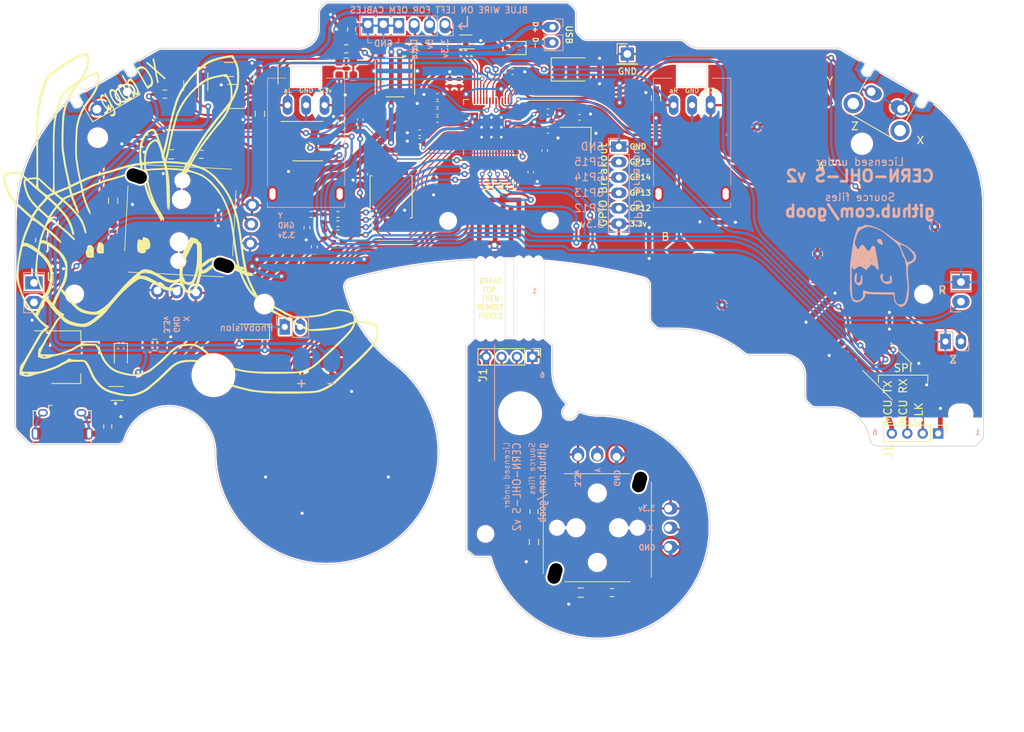
<source format=kicad_pcb>
(kicad_pcb (version 20241229) (generator "pcbnew") (generator_version "9.0")
  (layers (0 "F.Cu" signal) (2 "B.Cu" signal) (5 "F.SilkS" user "F.Silkscreen") (7 "B.SilkS" user "B.Silkscreen") (1 "F.Mask" user) (3 "B.Mask" user) (25 "Edge.Cuts" user))
  (net 0 "")
  (net 1 "GND")
  (net 2 "+3V3")
  (net 3 "/A")
  (net 4 "/B")
  (net 5 "/X")
  (net 6 "/Y")
  (net 7 "/R")
  (net 8 "/Start")
  (net 9 "/Z")
  (net 10 "/Dleft")
  (net 11 "/Dup")
  (net 12 "/Dright")
  (net 13 "/Ddown")
  (net 14 "/Lanalog")
  (net 15 "/Ranalog")
  (net 16 "/L")
  (net 17 "/Stick_x_filt")
  (net 18 "/Stick_y_filt")
  (net 19 "/Ladder1")
  (net 20 "/Rumble")
  (net 21 "/C_x_filt")
  (net 22 "/C_y_filt")
  (net 23 "Net-(Q1-Pad1)")
  (net 24 "Net-(F1-Pad2)")
  (net 25 "Net-(Q1-Pad3)")
  (net 26 "/Brake")
  (net 27 "Net-(Q3-Pad1)")
  (net 28 "Net-(D2-Pad2)")
  (net 29 "VCC")
  (net 32 "/XIN")
  (net 33 "Net-(C15-Pad1)")
  (net 34 "+1V1")
  (net 35 "+5V")
  (net 36 "/V")
  (net 37 "/USB_D+")
  (net 38 "/USB_D-")
  (net 39 "/~{USB_BOOT}")
  (net 40 "/QSPI_SS")
  (net 41 "/XOUT")
  (net 42 "Net-(R20-Pad2)")
  (net 43 "Net-(R21-Pad2)")
  (net 44 "/QSPI_SD1")
  (net 45 "/QSPI_SD2")
  (net 46 "/QSPI_SD0")
  (net 47 "/QSPI_SCLK")
  (net 48 "/QSPI_SD3")
  (net 49 "/Ladder2")
  (net 50 "/Ladder3")
  (net 51 "/Ladder4")
  (net 52 "Net-(R1-Pad1)")
  (net 53 "Net-(R10-Pad1)")
  (net 54 "Net-(R19-Pad1)")
  (net 55 "Net-(R24-Pad1)")
  (net 56 "/GPIO13")
  (net 57 "/GPIO14")
  (net 58 "/GPIO15")
  (net 59 "/SWCLK")
  (net 60 "/SWD")
  (net 61 "/RUN")
  (net 62 "/CS2")
  (net 63 "/CLK")
  (net 64 "/Dout")
  (net 65 "/Din")
  (net 66 "/GCC_DATA")
  (net 68 "/CS1")
  (net 69 "/H1XS")
  (net 70 "/H1YS")
  (net 71 "/H2YS")
  (net 72 "/H2XS")
  (net 73 "Net-(D1-Pad2)")
  (net 74 "/GND_C")
  (net 75 "/USB_D-_Raw")
  (net 76 "/USB_D+_Raw")
  (net 77 "Net-(J8-Pad6)")
  (net 78 "/GCC_3.3V")
  (net 79 "Net-(D5-Pad2)")
  (net 81 "CX")
  (net 82 "CY")
  (net 83 "/LeftZ")
  (footprint "PhobGCC_2_0_0_footprints:ABXY_Contact_Omron_Switch_Circley" (layer "F.Cu") (at 152.24 51.08)
    (property "Reference" "SW1" (hide yes))
    (property "Value" "A" (hide yes))
  )
  (footprint "PhobGCC_2_0_0_footprints:ABXY_Contact_Omron_Switch_Circley" (layer "F.Cu") (at 137.04 58.78 41)
    (property "Reference" "SW2" (hide yes))
    (property "Value" "B" (hide yes))
  )
  (footprint "PhobGCC_2_0_0_footprints:Z_Switch_Edge_Omron" (layer "F.Cu") (at 161.141443 35.505 -30)
    (property "Reference" "SW8" (hide yes))
    (property "Value" "Z" (hide yes))
  )
  (footprint "PhobGCC_2_0_0_footprints:Dpad_Contact_TL3315NF_2" (layer "F.Cu") (at 80.74 81.13 180)
    (property "Reference" "SW9" (hide yes))
    (property "Value" "Dleft" (hide yes))
  )
  (footprint "PhobGCC_2_0_0_footprints:Dpad_Contact_TL3315NF_2" (layer "F.Cu") (at 88.69 73.18 -90)
    (property "Reference" "SW10" (hide yes))
    (property "Value" "Dup" (hide yes))
  )
  (footprint "PhobGCC_2_0_0_footprints:Dpad_Contact_TL3315NF_2" (layer "F.Cu") (at 96.64 81.13 180)
    (property "Reference" "SW11" (hide yes))
    (property "Value" "Dright" (hide yes))
  )
  (footprint "PhobGCC_2_0_0_footprints:Dpad_Contact_TL3315NF_2" (layer "F.Cu") (at 88.69 89.08 90)
    (property "Reference" "SW12" (hide yes))
    (property "Value" "Ddown" (hide yes))
  )
  (footprint "PhobGCC_2_0_0_footprints:C_0603_HandSoldering" (layer "F.Cu") (at 80 37.25 -90)
    (property "Reference" "C7" (hide yes))
    (property "Value" "0.047u")
  )
  (footprint "PhobGCC_2_0_0_footprints:C_0603_HandSoldering" (layer "F.Cu") (at 131.318 35.24 90)
    (property "Reference" "C3" (hide yes))
    (property "Value" "0.047u")
  )
  (footprint "PhobGCC_2_0_0_footprints:Start_Contact" (layer "F.Cu") (at 110.99 51.18)
    (property "Reference" "SW5" (hide yes))
    (property "Value" "Start")
  )
  (footprint "PhobGCC_2_0_0_footprints:ABXY_Contact_Omron_Switch_Circley" (layer "F.Cu") (at 148.24 36.98 -63)
    (property "Reference" "SW4" (hide yes))
    (property "Value" "Y" (hide yes))
  )
  (footprint "PhobGCC_2_0_0_footprints:MountingHole_5.2mm" (layer "F.Cu") (at 73.99 71.13)
    (property "Reference" "H1" (hide yes))
    (property "Value" "5.2mm")
  )
  (footprint "PhobGCC_2_0_0_footprints:MountingHole_2.0mm" (layer "F.Cu") (at 55.99 60.63)
    (property "Reference" "H3" (hide yes))
    (property "Value" "2mm")
  )
  (footprint "PhobGCC_2_0_0_footprints:MountingHole_1.8mm" (layer "F.Cu") (at 104.39 51.13)
    (property "Reference" "H5" (hide yes))
    (property "Value" "1.8mm")
  )
  (footprint "PhobGCC_2_0_0_footprints:MountingHole_1.8mm" (layer "F.Cu") (at 117.59 51.13)
    (property "Reference" "H6" (hide yes))
    (property "Value" "1.8mm")
  )
  (footprint "PhobGCC_2_0_0_footprints:MountingHole_2.4mm" (layer "F.Cu") (at 157.99 41.13)
    (property "Reference" "H7" (hide yes))
    (property "Value" "2.4mm")
  )
  (footprint "PhobGCC_2_0_0_footprints:MountingHole_2.0mm" (layer "F.Cu") (at 165.99 60.63)
    (property "Reference" "H4" (hide yes))
    (property "Value" "2mm")
  )
  (footprint "PhobGCC_2_0_0_footprints:MountingHole_2.2mm" (layer "F.Cu") (at 59.006622 40.346621)
    (property "Reference" "H8" (hide yes))
    (property "Value" "2.2mm")
  )
  (footprint "PhobGCC_2_0_0_footprints:ABXY_Contact_Omron_Switch_Circley" (layer "F.Cu") (at 166.54 47.68 12)
    (property "Reference" "SW3" (hide yes))
    (property "Value" "X" (hide yes))
  )
  (footprint "PhobGCC_2_0_0_footprints:Slot" (layer "F.Cu") (at 170.79 76.13)
    (property "Reference" "H2" (hide yes))
    (property "Value" "Slot")
  )
  (footprint "PhobGCC_2_0_0_footprints:MountingHole_2.2mm" (layer "F.Cu") (at 80.573378 61.913378)
    (property "Reference" "H9" (hide yes))
    (property "Value" "2.2mm")
  )
  (footprint "PhobGCC_2_0_0_footprints:Fuse_1206_3216Metric" (layer "F.Cu") (at 76 31.5)
    (property "Reference" "F1" (hide yes))
    (property "Value" "Fuse")
  )
  (footprint "PhobGCC_2_0_0_footprints:R_0603_1608Metric_Pad0.98x0.95mm_HandSolder" (layer "F.Cu") (at 91.19 32.23)
    (property "Reference" "R14" (hide yes))
    (property "Value" "10k")
  )
  (footprint "PhobGCC_2_0_0_footprints:SOIC-8_5.23x5.23mm_P1.27mm" (layer "F.Cu") (at 97 48 90)
    (property "Reference" "U7" (hide yes))
    (property "Value" "W25Q128JVS")
  )
  (footprint "" (layer "F.Cu") (at 58.901106 36.658893)
    (property "Reference" "")
    (property "Value" "")
  )
  (footprint "PhobGCC_2_0_0_footprints:R_0402_1005Metric" (layer "F.Cu") (at 90.106 51.5)
    (property "Reference" "R19" (hide yes))
    (property "Value" "316")
  )
  (footprint "PhobGCC_2_0_0_footprints:R_0402_1005Metric" (layer "F.Cu") (at 86.606 50.3 180)
    (property "Reference" "R2" (hide yes))
    (property "Value" "180")
  )
  (footprint "Diode_SMD:D_SOD-323" (layer "F.Cu") (at 112.9792 28.7274 180)
    (property "Reference" "D5" (hide yes))
    (property "Value" "CUS10S30,H3F" (hide yes))
  )
  (footprint "PhobGCC_2_0_0_footprints:C_0402_1005Metric" (layer "F.Cu") (at 100.7 39.7 180)
    (property "Reference" "C17" (hide yes))
    (property "Value" "100n")
  )
  (footprint "PhobGCC_2_0_0_footprints:SOT-223-3_TabPin2" (layer "F.Cu") (at 54.9 68.8)
    (property "Reference" "U6" (hide yes))
    (property "Value" "AMS1117-3.3")
  )
  (footprint "PhobGCC_2_0_0_footprints:C_0402_1005Metric" (layer "F.Cu") (at 53.369189 57.02 -90)
    (property "Reference" "C29" (hide yes))
    (property "Value" "100n")
  )
  (footprint "PhobGCC_2_0_0_footprints:Crystal_SMD_3225-4Pin_3.2x2.5mm" (layer "F.Cu") (at 120.9 40.65 180)
    (property "Reference" "Y1" (hide yes))
    (property "Value" "Crystal_GND24")
  )
  (footprint "PhobGCC_2_0_0_footprints:C_0402_1005Metric" (layer "F.Cu") (at 103 37)
    (property "Reference" "R21" (hide yes))
    (property "Value" "27")
  )
  (footprint "Package_TO_SOT_SMD:SOT-666" (layer "F.Cu") (at 106.68 27.94 180)
    (property "Reference" "U13" (hide yes))
    (property "Value" "USBLC6-2P6")
  )
  (footprint "PhobGCC_2_0_0_footprints:R_0402_1005Metric" (layer "F.Cu") (at 88.356 50.8 90)
    (property "Reference" "R7" (hide yes))
    (property "Value" "180")
  )
  (footprint "PhobGCC_2_0_0_footprints:R_0603_1608Metric_Pad0.98x0.95mm_HandSolder" (layer "F.Cu") (at 115.5084 88.811656 90)
    (property "Reference" "R3" (hide yes))
    (property "Value" "2k")
  )
  (footprint "PhobGCC_2_0_0_footprints:C_0402_1005Metric" (layer "F.Cu") (at 103 38)
    (property "Reference" "R20" (hide yes))
    (property "Value" "27")
  )
  (footprint "PhobGCC_2_0_0_footprints:MountingHole_1.8mm" (layer "F.Cu") (at 109.2344 91.706208 90)
    (property "Reference" "H10" (hide yes))
    (property "Value" "MountingHole")
  )
  (footprint "PhobGCC_2_0_0_footprints:MountingHole_2.0mm" (layer "F.Cu") (at 123.7094 86.406208 90)
    (property "Reference" "H13" (hide yes))
    (property "Value" "MountingHole")
  )
  (footprint "PhobGCC_2_0_0_footprints:C_0603_HandSoldering" (layer "F.Cu") (at 121.5584 99.311656 180)
    (property "Reference" "C5" (hide yes))
    (property "Value" "0.047u")
  )
  (footprint "Connector_PinHeader_2.00mm:PinHeader_1x04_P2.00mm_Vertical" (layer "F.Cu") (at 167.862 78.682819 -90)
    (property "Reference" "J1")
    (property "Value" "Conn_01x04_Male")
  )
  (footprint "PhobGCC_2_0_0_footprints:SW_TS-1187A-B-A-B" (layer "F.Cu") (at 97.5 32.5 -90)
    (property "Reference" "S1" (hide yes))
    (property "Value" "BOOTSEL")
  )
  (footprint "PhobGCC_2_0_0_footprints:C_0402_1005Metric" (layer "F.Cu") (at 105.8 33.2 90)
    (property "Reference" "C26" (hide yes))
    (property "Value" "100n")
  )
  (footprint "PhobGCC_2_0_0_footprints:C_0402_1005Metric" (layer "F.Cu") (at 102.5 46.25 -90)
    (property "Reference" "C24" (hide yes))
    (property "Value" "100n")
  )
  (footprint "PhobGCC_2_0_0_footprints:C_0402_1005Metric" (layer "F.Cu") (at 90.551 38.354 90)
    (property "Reference" "C30" (hide yes))
    (property "Value" "100n")
  )
  (footprint "PhobGCC_2_0_0_footprints:SOIC-8_3.9x4.9mm_P1.27mm" (layer "F.Cu") (at 161.29 70.104 135)
    (property "Reference" "U3" (hide yes))
    (property "Value" "MCP3202")
  )
  (footprint "Capacitor_Tantalum_SMD:CP_EIA-3528-12_Kemet-T_Pad1.50x2.35mm_HandSolder" (layer "F.Cu") (at 120.375 31.5)
    (property "Reference" "C1" (hide yes))
    (property "Value" "47u" (hide yes))
  )
  (footprint "PhobGCC_2_0_0_footprints:R_0402_1005Metric" (layer "F.Cu") (at 90.106 50.3)
    (property "Reference" "R10" (hide yes))
    (property "Value" "316")
  )
  (footprint "PhobGCC_2_0_0_footprints:C_0402_1005Metric" (layer "F.Cu") (at 116.9 42 -90)
    (property "Reference" "C14" (hide yes))
    (property "Value" "27p")
  )
  (footprint "PhobGCC_2_0_0_footprints:C_0402_1005Metric" (layer "F.Cu") (at 155.702 67.31 135)
    (property "Reference" "C32" (hide yes))
    (property "Value" "100n")
  )
  (footprint "PhobGCC_2_0_0_footprints:R_0402_1005Metric" (layer "F.Cu") (at 87.056 54.5 90)
    (property "Reference" "R9" (hide yes))
    (property "Value" "180")
  )
  (footprint "PhobGCC_2_0_0_footprints:C_0805_2012Metric" (layer "F.Cu") (at 51.7 53.6 -90)
    (property "Reference" "C16" (hide yes))
    (property "Value" "10u")
  )
  (footprint "PhobGCC_Footprints:GCC_Stickbox_2" (layer "F.Cu") (at 123.7094 90.906208 90)
    (property "Reference" "U2" (hide yes))
    (property "Value" "2x DRV5053CAQLPGM Hall Effect Sensors")
  )
  (footprint "PhobGCC_2_0_0_footprints:R_0402_1005Metric" (layer "F.Cu") (at 86.106 52 -90)
    (property "Reference" "R1" (hide yes))
    (property "Value" "180")
  )
  (footprint "PhobGCC_2_0_0_footprints:R_0603_1608Metric_Pad0.98x0.95mm_HandSolder" (layer "F.Cu") (at 125.5959 99.311656)
    (property "Reference" "R4" (hide yes))
    (property "Value" "2k")
  )
  (footprint "PhobGCC_2_0_0_footprints:C_0402_1005Metric" (layer "F.Cu") (at 117.3 38.2)
    (property "Reference" "C22" (hide yes))
    (property "Value" "100n")
  )
  (footprint "PhobGCC_2_0_0_footprints:RP2040-QFN-56" (layer "F.Cu") (at 110 39 90)
    (property "Reference" "U8" (hide yes))
    (property "Value" "RP2040")
  )
  (footprint "PhobGCC_2_0_0_footprints:C_0402_1005Metric" (layer "F.Cu") (at 100.7 40.8 180)
    (property "Reference" "C20" (hide yes))
    (property "Value" "100n")
  )
  (footprint "PhobGCC_2_0_0_footprints:SOT-23" (layer "F.Cu") (at 80.79 32.75 -90)
    (property "Reference" "Q3" (hide yes))
    (property "Value" "Q_NMOS_GSD")
  )
  (footprint "PhobGCC_2_0_0_footprints:R_0402_1005Metric" (layer "F.Cu") (at 90.106 53.9)
    (property "Reference" "R25" (hide yes))
    (property "Value" "316")
  )
  (footprint "PhobGCC_2_0_0_footprints:R_0603_1608Metric_Pad0.98x0.95mm_HandSolder" (layer "F.Cu") (at 67.7 34.7 180)
    (property "Reference" "R13" (hide yes))
    (property "Value" "10k")
  )
  (footprint "PhobGCC_2_0_0_footprints:PinHeader_1x01_P2.54mm_Vertical" (layer "F.Cu") (at 127.6 29.5)
    (property "Reference" "J4" (hide yes))
    (property "Value" "Conn_01x01")
  )
  (footprint "PhobGCC_2_0_0_footprints:C_0603_HandSoldering" (layer "F.Cu") (at 68.5 42.5 180)
    (property "Reference" "C6" (hide yes))
    (property "Value" "0.047u")
  )
  (footprint "PhobGCC_2_0_0_footprints:C_0402_1005Metric" (layer "F.Cu") (at 93.599 45.085 -90)
    (property "Reference" "C31" (hide yes))
    (property "Value" "100n")
  )
  (footprint "PhobGCC_2_0_0_footprints:R_0603_1608Metric_Pad0.98x0.95mm_HandSolder" (layer "F.Cu") (at 91.9 26.3 -90)
    (property "Reference" "R15" (hide yes))
    (property "Value" "10k")
  )
  (footprint "PhobGCC_2_0_0_footprints:C_0402_1005Metric" (layer "F.Cu") (at 117.3 39.4)
    (property "Reference" "R18" (hide yes))
    (property "Value" "1k")
  )
  (footprint "PhobGCC_2_0_0_footprints:R_0402_1005Metric" (layer "F.Cu") (at 90.106 52.7)
    (property "Reference" "R24" (hide yes))
    (property "Value" "316")
  )
  (footprint "LOGO" (layer "F.Cu") (at 69.7 51.1)
    (property "Reference" "G***" (hide yes))
    (property "Value" "LOGO" (hide yes))
  )
  (footprint "LOGO" (layer "F.Cu") (at 69.7 51.1)
    (property "Reference" "G***" (hide yes))
    (property "Value" "LOGO" (hide yes))
  )
  (footprint "Package_TO_SOT_SMD:SOT-666" (layer "F.Cu") (at 61.5 73.5)
    (property "Reference" "U12" (hide yes))
    (property "Value" "USBLC6-2P6")
  )
  (footprint "PhobGCC_2_0_0_footprints:breakaway-mousebites-double-v2-large" (layer "F.Cu") (at 110.1104 62.67685)
    (property "Reference" "H15" (hide yes))
    (property "Value" "MouseBite" (hide yes))
  )
  (footprint "PhobGCC_2_0_0_footprints:R_0603_1608Metric_Pad0.98x0.95mm_HandSolder" (layer "F.Cu") (at 61 52.5 -90)
    (property "Reference" "R6" (hide yes))
    (property "Value" "2k")
  )
  (footprint "Diode_SMD:D_SOD-323" (layer "F.Cu") (at 62 68.5 -90)
    (property "Reference" "D1" (hide yes))
    (property "Value" "CUS10S30,H3F")
  )
  (footprint "PhobGCC_2_0_0_footprints:R_0402_1005Metric" (layer "F.Cu") (at 88.356 52.9 90)
    (property "Reference" "R8" (hide yes))
    (property "Value" "180")
  )
  (footprint "" (layer "F.Cu") (at 55.346331 36.401842)
    (property "Reference" "")
    (property "Value" "")
  )
  (footprint "PhobGCC_2_0_0_footprints:C_0402_1005Metric" (layer "F.Cu") (at 104.6 33.2 90)
    (property "Reference" "C28" (hide yes))
    (property "Value" "100n")
  )
  (footprint "PhobGCC_2_0_0_footprints:C_0402_1005Metric" (layer "F.Cu") (at 103 36 180)
    (property "Reference" "C21" (hide yes))
    (property "Value" "1u")
  )
  (footprint "PhobGCC_2_0_0_footprints:SOT-23" (layer "F.Cu") (at 76.5 35 180)
    (property "Reference" "Q1" (hide yes))
    (property "Value" "Q_NMOS_GSD")
  )
  (footprint "Resistor_SMD:R_0603_1608Metric_Pad0.98x0.95mm_HandSolder" (layer "F.Cu") (at 60.3 77.8 90)
    (property "Reference" "R17" (hide yes))
    (property "Value" "100k")
  )
  (footprint "PhobGCC_2_0_0_footprints:C_0402_1005Metric" (layer "F.Cu") (at 93 38 90)
    (property "Reference" "R16" (hide yes))
    (property "Value" "1k")
  )
  (footprint "PhobGCC_2_0_0_footprints:MountingHole_5.2mm" (layer "F.Cu") (at 113.7094 76.056208 90)
    (property "Reference" "H11" (hide yes))
    (property "Value" "MountingHole")
  )
  (footprint "PhobGCC_Footprints:GCC_Stickbox_2" (layer "F.Cu") (at 69.7 51.1 -2.899)
    (property "Reference" "U2" (hide yes))
    (property "Value" "2x DRV5053CAQLPGM Hall Effect Sensors" (hide yes))
  )
  (footprint "PhobGCC_2_0_0_footprints:C_0402_1005Metric" (layer "F.Cu") (at 121.412 37.719)
    (property "Reference" "C15" (hide yes))
    (property "Value" "27p")
  )
  (footprint "PhobGCC_2_0_0_footprints:D_SOD-123" (layer "F.Cu") (at 79 65.51 180)
    (property "Reference" "D2" (hide yes))
    (property "Value" "M7C")
  )
  (footprint "PhobGCC_2_0_0_footprints:C_0402_1005Metric" (layer "F.Cu") (at 103 35 180)
    (property "Reference" "C23" (hide yes))
    (property "Value" "1u")
  )
  (footprint "PhobGCC_2_0_0_footprints:breakaway-mousebites-double-v2-large" (layer "F.Cu") (at 115.038 62.59)
    (property "Reference" "H15" (hide yes))
    (property "Value" "MouseBite" (hide yes))
  )
  (footprint "PhobGCC_2_0_0_footprints:USB_Micro-B_Amphenol_10118194_Horizontal" (layer "F.Cu") (at 54.4 77.4)
    (property "Reference" "J8" (hide yes))
    (property "Value" "USB_B_Micro")
  )
  (footprint "PhobGCC_2_0_0_footprints:R_0603_1608Metric_Pad0.98x0.95mm_HandSolder" (layer "F.Cu") (at 91.19 28.83 180)
    (property "Reference" "R11" (hide yes))
    (property "Value" "100R")
  )
  (footprint "PhobGCC_2_0_0_footprints:C_0402_1005Metric" (layer "F.Cu") (at 115.1 44.82 -90)
    (property "Reference" "C25" (hide yes))
    (property "Value" "100n")
  )
  (footprint "PhobGCC_2_0_0_footprints:Z_Switch_Edge_Omron" (layer "F.Cu") (at 60.849663 35.533893 30)
    (property "Reference" "SW8L" (hide yes))
    (property "Value" "ZL" (hide yes))
  )
  (footprint "PhobGCC_2_0_0_footprints:R_0603_1608Metric_Pad0.98x0.95mm_HandSolder" (layer "F.Cu") (at 72.4125 42.5)
    (property "Reference" "R5" (hide yes))
    (property "Value" "2k")
  )
  (footprint "PhobGCC_2_0_0_footprints:C_0603_HandSoldering" (layer "F.Cu") (at 115.5084 92.761656 -90)
    (property "Reference" "C4" (hide yes))
    (property "Value" "0.047u")
  )
  (footprint "PhobGCC_2_0_0_footprints:MountingHole_2.0mm" (layer "F.Cu") (at 123.7094 95.406208 90)
    (property "Reference" "H12" (hide yes))
    (property "Value" "MountingHole")
  )
  (footprint "Connector_PinHeader_2.00mm:PinHeader_1x04_P2.00mm_Vertical" (layer "F.Cu") (at 115.3064 68.755656 -90)
    (property "Reference" "J1")
    (property "Value" "Conn_01x04_Male")
  )
  (footprint "PhobGCC_2_0_0_footprints:SOIC-8_3.9x4.9mm_P1.27mm" (layer "F.Cu") (at 86.2 40.8)
    (property "Reference" "U1" (hide yes))
    (property "Value" "MCP3202")
  )
  (footprint "PhobGCC_2_0_0_footprints:C_0603_HandSoldering" (layer "F.Cu") (at 61 48.5 90)
    (property "Reference" "C8" (hide yes))
    (property "Value" "0.047u")
  )
  (footprint "PhobGCC_2_0_0_footprints:C_0402_1005Metric" (layer "F.Cu") (at 112.72 31.8)
    (property "Reference" "C27" (hide yes))
    (property "Value" "100n")
  )
  (footprint "PhobGCC_2_0_0_footprints:C_0805_2012Metric" (layer "F.Cu") (at 66.4 67.2)
    (property "Reference" "C18" (hide yes))
    (property "Value" "10u")
  )
  (footprint "PhobGCC_2_0_0_footprints:SOT-23" (layer "F.Cu") (at 71.7 33.6 -90)
    (property "Reference" "Q2" (hide yes))
    (property "Value" "Q_PMOS_GDS")
  )
  (footprint "PhobGCC_2_0_0_footprints:R_0603_1608Metric_Pad0.98x0.95mm_HandSolder" (layer "F.Cu") (at 91.19 30.53 180)
    (property "Reference" "R12" (hide yes))
    (property "Value" "100R")
  )
  (footprint "PhobGCC_2_0_0_footprints:C_0402_1005Metric" (layer "F.Cu") (at 117.3 37)
    (property "Reference" "C19" (hide yes))
    (property "Value" "100n")
  )
  (footprint "PhobGCC_2_0_0_footprints:Pin_Header_Straight_1x02_Pitch2.54mm" (layer "B.Cu") (at 50.745892 61.699074)
    (property "Reference" "SW6" (hide yes))
    (property "Value" "L" (hide yes))
  )
  (footprint "PhobGCC_2_0_0_footprints:Pin_Header_Straight_1x02_Pitch2.54mm" (layer "B.Cu") (at 170.815 61.595)
    (property "Reference" "SW7" (hide yes))
    (property "Value" "R" (hide yes))
  )
  (footprint "PhobGCC_2_0_0_footprints:GCC_Slider" (layer "B.Cu") (at 135.99 36.13 180)
    (property "Reference" "RV2" (hide yes))
    (property "Value" "R_POT_MountingPin")
  )
  (footprint "PhobGCC_2_0_0_footprints:GCC_Slider" (layer "B.Cu") (at 85.99 36.13 180)
    (property "Reference" "RV1" (hide yes))
    (property "Value" "R_POT_MountingPin")
  )
  (footprint "PhobGCC_2_0_0_footprints:GCC_Header_Straight_1x06_Pitch2.00mm" (layer "B.Cu") (at 103.99 25.63 90)
    (property "Reference" "J1" (hide yes))
    (property "Value" "Conn_01x06_Female")
  )
  (footprint "PhobGCC_2_0_0_footprints:PinHeader_1x02_P2.00mm_Horizontal" (layer "B.Cu") (at 168.815 66.761 -90)
    (property "Reference" "J3" (hide yes))
    (property "Value" "Conn_01x02")
  )
  (footprint "Connector_PinSocket_2.00mm:PinSocket_1x06_P2.00mm_Vertical" (layer "B.Cu") (at 126.5 51.5)
    (property "Reference" "J6" (hide yes))
    (property "Value" "Conn_01x06")
  )
  (footprint "PhobGCC_2_0_0_footprints:rumble_pins" (layer "B.Cu") (at 86.182 69.118 -90)
    (property "Reference" "J5" (hide yes))
    (property "Value" "Rumble" (hide yes))
  )
  (footprint "PhobGCC_2_0_0_footprints:PinHeader_1x02_P2.00mm_Vertical" (layer "B.Cu") (at 117.91 26.01 180)
    (property "Reference" "J11" (hide yes))
    (property "Value" "Conn_01x02")
  )
  (footprint "PhobGCC_2_0_0_footprints:PinHeader_1x02_P2.00mm_Vertical" (layer "B.Cu") (at 83.2264 64.8716 -90)
    (property "Reference" "J2" (hide yes))
    (property "Value" "Conn_01x02")
  )
  (footprint "LOGO" (layer "B.Cu") (at 160.274 56.642 180)
    (property "Reference" "G***" (hide yes))
    (property "Value" "LOGO" (hide yes))
  )
  (gr_line (start 160.1216 71.12) (end 160.1216 72.0852) (stroke (width 0.12)) (layer "F.SilkS"))
  (gr_line (start 166.5224 71.12) (end 166.5224 72.0852) (stroke (width 0.12)) (layer "F.SilkS"))
  (gr_line (start 160.1216 71.12) (end 166.5224 71.12) (stroke (width 0.12)) (layer "F.SilkS"))
  (gr_line (start 106.172 26.3144) (end 105.7656 25.908) (stroke (width 0.2)) (layer "B.SilkS"))
  (gr_line (start 106.8832 24.6888) (end 106.8832 25.908) (stroke (width 0.2)) (layer "B.SilkS"))
  (gr_line (start 94.5388 28.0416) (end 93.98 28.0416) (stroke (width 0.12)) (layer "B.SilkS"))
  (gr_line (start 97.536 28.0416) (end 97.9932 28.0416) (stroke (width 0.12)) (layer "B.SilkS"))
  (gr_line (start 110.4 67.2) (end 110.4 82.2368) (stroke (width 0.12)) (layer "B.SilkS"))
  (gr_line (start 97.9932 28.0416) (end 97.9932 27.5336) (stroke (width 0.12)) (layer "B.SilkS"))
  (gr_line (start 105.7656 25.908) (end 106.172 25.5016) (stroke (width 0.2)) (layer "B.SilkS"))
  (gr_line (start 106.8832 25.908) (end 105.7656 25.908) (stroke (width 0.2)) (layer "B.SilkS"))
  (gr_line (start 93.98 28.0416) (end 93.98 27.5336) (stroke (width 0.12)) (layer "B.SilkS"))
  (gr_line (start 84.09 33.73) (end 84.09 31.13) (stroke (width 0.05)) (layer "Edge.Cuts"))
  (gr_line (start 134.09 33.73) (end 134.09 31.13) (stroke (width 0.05)) (layer "Edge.Cuts"))
  (gr_line (start 112.864489 66.294) (end 112.8618 56.326618) (stroke (width 0.05)) (layer "Edge.Cuts"))
  (gr_line (start 165.087895 35.462132) (end 165.486672 34.768607) (stroke (width 0.1)) (layer "Edge.Cuts"))
  (gr_arc (start 50.663 80.14) (mid 50.279398 80.062098) (end 49.954213 79.844213) (stroke (width 0.1)) (layer "Edge.Cuts"))
  (gr_line (start 51.645 80.139957) (end 50.663 80.14) (stroke (width 0.1)) (layer "Edge.Cuts"))
  (gr_line (start 150.597106 71.137107) (end 150.597106 73.922893) (stroke (width 0.1)) (layer "Edge.Cuts"))
  (gr_line (start 152.011319 75.337107) (end 154.134915 75.337107) (stroke (width 0.1)) (layer "Edge.Cuts"))
  (gr_line (start 158.464731 30.730991) (end 155.228573 28.8702) (stroke (width 0.1)) (layer "Edge.Cuts"))
  (gr_line (start 66.762533 28.899094) (end 63.526375 30.759885) (stroke (width 0.1)) (layer "Edge.Cuts"))
  (gr_line (start 119.833283 74.860598) (end 119.366778 75.480273) (stroke (width 0.1)) (layer "Edge.Cuts"))
  (gr_arc (start 166.214873 36.110144) (mid 165.327396 36.349596) (end 165.087895 35.462132) (stroke (width 0.1)) (layer "Edge.Cuts"))
  (gr_line (start 134.09 31.13) (end 137.89 31.13) (stroke (width 0.05)) (layer "Edge.Cuts"))
  (gr_line (start 55.776233 36.139039) (end 55.377456 35.445514) (stroke (width 0.1)) (layer "Edge.Cuts"))
  (gr_line (start 173.032893 80.037106) (end 173.447106 79.622893) (stroke (width 0.1)) (layer "Edge.Cuts"))
  (gr_line (start 159.591709 31.379003) (end 159.192932 32.072529) (stroke (width 0.1)) (layer "Edge.Cuts"))
  (gr_line (start 87.89 33.73) (end 84.09 33.73) (stroke (width 0.05)) (layer "Edge.Cuts"))
  (gr_line (start 106.7054 67.308) (end 107.7722 66.294) (stroke (width 0.05)) (layer "Edge.Cuts"))
  (gr_line (start 55.377456 35.445514) (end 54.995639 35.667727) (stroke (width 0.1)) (layer "Edge.Cuts"))
  (gr_arc (start 66.762533 28.899094) (mid 67.003037 28.799848) (end 67.261004 28.766) (stroke (width 0.1)) (layer "Edge.Cuts"))
  (gr_arc (start 129.749616 58.543703) (mid 130.288467 58.899951) (end 130.497106 59.511297) (stroke (width 0.1)) (layer "Edge.Cuts"))
  (gr_arc (start 90.998864 59.88648) (mid 91.110473 59.140878) (end 91.710992 58.685076) (stroke (width 0.1)) (layer "Edge.Cuts"))
  (gr_arc (start 87.604193 24.175865) (mid 87.67749 23.796522) (end 87.889999 23.473856) (stroke (width 0.1)) (layer "Edge.Cuts"))
  (gr_arc (start 87.593999 26.166001) (mid 86.832477 28.004478) (end 84.994 28.766) (stroke (width 0.1)) (layer "Edge.Cuts"))
  (gr_arc (start 116.8618 56.326618) (mid 123.353577 57.156901) (end 129.749616 58.543702) (stroke (width 0.05)) (layer "Edge.Cuts"))
  (gr_line (start 166.997106 35.637107) (end 166.61365 35.41662) (stroke (width 0.1)) (layer "Edge.Cuts"))
  (gr_arc (start 131.911318 65.137107) (mid 131.528632 65.060994) (end 131.204212 64.844213) (stroke (width 0.1)) (layer "Edge.Cuts"))
  (gr_line (start 106.7084 74.562208) (end 106.7084 67.306656) (stroke (width 0.1)) (layer "Edge.Cuts"))
  (gr_arc (start 136.997106 28.737107) (mid 135.981533 28.530562) (end 135.127319 27.943733) (stroke (width 0.1)) (layer "Edge.Cuts"))
  (gr_line (start 160.043889 80.33) (end 172.325786 80.33) (stroke (width 0.1)) (layer "Edge.Cuts"))
  (gr_line (start 130.789999 64.43) (end 131.204212 64.844213) (stroke (width 0.1)) (layer "Edge.Cuts"))
  (gr_arc (start 56.903211 35.491026) (mid 56.663708 36.378493) (end 55.776233 36.139038) (stroke (width 0.1)) (layer "Edge.Cuts"))
  (gr_line (start 48.247107 60.692) (end 48.324 51.136423) (stroke (width 0.1)) (layer "Edge.Cuts"))
  (gr_arc (start 120.704213 23.473856) (mid 120.920996 23.798275) (end 120.997106 24.180963) (stroke (width 0.1)) (layer "Edge.Cuts"))
  (gr_line (start 150.889999 74.63) (end 151.304212 75.044213) (stroke (width 0.1)) (layer "Edge.Cuts"))
  (gr_line (start 111.7788 66.294) (end 111.7788 56.03) (stroke (width 0.05)) (layer "Edge.Cuts"))
  (gr_arc (start 166.997106 35.637107) (mid 171.965561 41.590379) (end 173.747106 49.137107) (stroke (width 0.1)) (layer "Edge.Cuts"))
  (gr_line (start 88.304212 23.059643) (end 87.894 23.476) (stroke (width 0.1)) (layer "Edge.Cuts"))
  (gr_line (start 112.8618 56.03) (end 112.8618 56.326618) (stroke (width 0.05)) (layer "Edge.Cuts"))
  (gr_line (start 116.8618 59.944) (end 116.8618 60.706) (stroke (width 0.05)) (layer "Edge.Cuts"))
  (gr_arc (start 133.997106 65.137106) (mid 138.639987 65.953411) (end 142.725996 68.304417) (stroke (width 0.1)) (layer "Edge.Cuts"))
  (gr_arc (start 143.367271 68.537106) (mid 143.026181 68.477126) (end 142.725996 68.304417) (stroke (width 0.1)) (layer "Edge.Cuts"))
  (gr_line (start 166.61365 35.41662) (end 166.214873 36.110145) (stroke (width 0.1)) (layer "Edge.Cuts"))
  (gr_arc (start 173.74 78.915787) (mid 173.663886 79.298473) (end 173.447106 79.622893) (stroke (width 0.1)) (layer "Edge.Cuts"))
  (gr_line (start 60.946 80.139957) (end 51.645 80.139957) (stroke (width 0.1)) (layer "Edge.Cuts"))
  (gr_line (start 137.89 31.13) (end 137.89 33.73) (stroke (width 0.05)) (layer "Edge.Cuts"))
  (gr_line (start 120.997106 26.224375) (end 120.997106 24.180963) (stroke (width 0.1)) (layer "Edge.Cuts"))
  (gr_arc (start 122.411319 27.638589) (mid 122.028633 27.562474) (end 121.704212 27.345696) (stroke (width 0.1)) (layer "Edge.Cuts"))
  (gr_line (start 120.704212 23.473856) (end 120.289999 23.059643) (stroke (width 0.1)) (layer "Edge.Cuts"))
  (gr_arc (start 62.525292 79.424399) (mid 69.101063 75.238705) (end 74.197105 81.137107) (stroke (width 0.1)) (layer "Edge.Cuts"))
  (gr_arc (start 173.032893 80.037107) (mid 172.708467 80.253874) (end 172.325786 80.33) (stroke (width 0.1)) (layer "Edge.Cuts"))
  (gr_line (start 84.09 31.13) (end 87.89 31.13) (stroke (width 0.05)) (layer "Edge.Cuts"))
  (gr_arc (start 154.134914 75.337106) (mid 157.362394 76.518301) (end 159.064982 79.503773) (stroke (width 0.1)) (layer "Edge.Cuts"))
  (gr_line (start 106.708357 84.485208) (end 106.705507 93.806208) (stroke (width 0.1)) (layer "Edge.Cuts"))
  (gr_line (start 165.486672 34.768607) (end 159.591709 31.379003) (stroke (width 0.1)) (layer "Edge.Cuts"))
  (gr_arc (start 121.289999 26.931482) (mid 121.073232 26.607056) (end 120.997106 26.224375) (stroke (width 0.1)) (layer "Edge.Cuts"))
  (gr_line (start 130.497106 59.511297) (end 130.497106 63.722893) (stroke (width 0.1)) (layer "Edge.Cuts"))
  (gr_line (start 116.8618 58.645093) (end 116.8618 58.928) (stroke (width 0.05)) (layer "Edge.Cuts"))
  (gr_line (start 56.504434 34.797501) (end 56.903211 35.491026) (stroke (width 0.1)) (layer "Edge.Cuts"))
  (gr_line (start 48.247107 60.692) (end 48.247107 76.664) (stroke (width 0.1)) (layer "Edge.Cuts"))
  (gr_arc (start 97.361544 69.510519) (mid 95.201553 94.096358) (end 74.197105 81.137107) (stroke (width 0.1)) (layer "Edge.Cuts"))
  (gr_line (start 117.9144 67.225373) (end 116.84 66.294) (stroke (width 0.05)) (layer "Edge.Cuts"))
  (gr_arc (start 88.304212 23.059642) (mid 88.628634 22.842865) (end 89.011319 22.766749) (stroke (width 0.1)) (layer "Edge.Cuts"))
  (gr_arc (start 120.864963 76.477991) (mid 119.617046 76.728173) (end 119.366778 75.480273) (stroke (width 0.1)) (layer "Edge.Cuts"))
  (gr_arc (start 152.011318 75.337107) (mid 151.628632 75.260994) (end 151.304212 75.044213) (stroke (width 0.1)) (layer "Edge.Cuts"))
  (gr_arc (start 63.925152 31.45341) (mid 63.685711 32.340999) (end 62.798174 32.101422) (stroke (width 0.1)) (layer "Edge.Cuts"))
  (gr_line (start 134.40817 27.638589) (end 122.411319 27.638589) (stroke (width 0.1)) (layer "Edge.Cuts"))
  (gr_line (start 107.95 66.292) (end 107.95 66.292) (stroke (width 0.05)) (layer "Edge.Cuts"))
  (gr_line (start 173.74 78.915787) (end 173.747106 49.137107) (stroke (width 0.1)) (layer "Edge.Cuts"))
  (gr_arc (start 150.889999 74.63) (mid 150.673227 74.305576) (end 150.597106 73.922893) (stroke (width 0.1)) (layer "Edge.Cuts"))
  (gr_line (start 116.84 66.04) (end 116.8618 60.706) (stroke (width 0.05)) (layer "Edge.Cuts"))
  (gr_line (start 106.708357 75.184208) (end 106.708357 84.485208) (stroke (width 0.1)) (layer "Edge.Cuts"))
  (gr_line (start 117.9144 70.425373) (end 117.9144 67.225373) (stroke (width 0.1)) (layer "Edge.Cuts"))
  (gr_line (start 106.705507 93.806208) (end 107.8144 94.725373) (stroke (width 0.1)) (layer "Edge.Cuts"))
  (gr_arc (start 123.8144 76.325373) (mid 135.364837 99.5922) (end 109.848728 94.725373) (stroke (width 0.1)) (layer "Edge.Cuts"))
  (gr_line (start 120.864963 76.477991) (end 121.331469 75.77748) (stroke (width 0.1)) (layer "Edge.Cuts"))
  (gr_line (start 119.582892 22.766749) (end 89.011319 22.766749) (stroke (width 0.1)) (layer "Edge.Cuts"))
  (gr_line (start 154.730102 28.737107) (end 136.997106 28.737107) (stroke (width 0.1)) (layer "Edge.Cuts"))
  (gr_line (start 87.89 31.13) (end 87.89 33.73) (stroke (width 0.05)) (layer "Edge.Cuts"))
  (gr_line (start 48.54 78.43) (end 49.954213 79.844213) (stroke (width 0.1)) (layer "Edge.Cuts"))
  (gr_line (start 158.065954 31.424516) (end 158.464731 30.730991) (stroke (width 0.1)) (layer "Edge.Cuts"))
  (gr_arc (start 159.192932 32.072528) (mid 158.305412 32.312055) (end 158.065954 31.424516) (stroke (width 0.1)) (layer "Edge.Cuts"))
  (gr_arc (start 91.710992 58.685076) (mid 99.669286 56.966979) (end 107.773266 56.1848) (stroke (width 0.1)) (layer "Edge.Cuts"))
  (gr_line (start 111.7788 56.03) (end 112.8618 56.03) (stroke (width 0.05)) (layer "Edge.Cuts"))
  (gr_line (start 137.89 33.73) (end 134.09 33.73) (stroke (width 0.05)) (layer "Edge.Cuts"))
  (gr_arc (start 119.833283 74.860598) (mid 118.398712 72.848548) (end 117.9144 70.425373) (stroke (width 0.1)) (layer "Edge.Cuts"))
  (gr_arc (start 160.043888 80.33) (mid 159.403399 80.095832) (end 159.064982 79.503773) (stroke (width 0.1)) (layer "Edge.Cuts"))
  (gr_arc (start 119.582893 22.766749) (mid 119.965576 22.84287) (end 120.289999 23.059643) (stroke (width 0.1)) (layer "Edge.Cuts"))
  (gr_arc (start 97.361543 69.510519) (mid 93.338817 65.254761) (end 90.998865 59.886481) (stroke (width 0.1)) (layer "Edge.Cuts"))
  (gr_arc (start 147.997106 68.537107) (mid 149.835579 69.298634) (end 150.597106 71.137107) (stroke (width 0.1)) (layer "Edge.Cuts"))
  (gr_line (start 116.8618 56.326618) (end 116.8618 58.645093) (stroke (width 0.05)) (layer "Edge.Cuts"))
  (gr_line (start 48.247107 76.664) (end 48.247 77.722893) (stroke (width 0.1)) (layer "Edge.Cuts"))
  (gr_line (start 62.798174 32.101423) (end 62.399397 31.407897) (stroke (width 0.1)) (layer "Edge.Cuts"))
  (gr_arc (start 134.40817 27.638589) (mid 134.79878 27.718019) (end 135.127319 27.943733) (stroke (width 0.1)) (layer "Edge.Cuts"))
  (gr_line (start 63.526375 30.759885) (end 63.925152 31.45341) (stroke (width 0.1)) (layer "Edge.Cuts"))
  (gr_line (start 61.57 80.14) (end 60.946 80.139957) (stroke (width 0.1)) (layer "Edge.Cuts"))
  (gr_arc (start 154.730102 28.737106) (mid 154.988068 28.770953) (end 155.228573 28.8702) (stroke (width 0.1)) (layer "Edge.Cuts"))
  (gr_line (start 121.704212 27.345696) (end 121.289999 26.931482) (stroke (width 0.1)) (layer "Edge.Cuts"))
  (gr_arc (start 62.525291 79.424399) (mid 62.165506 79.939537) (end 61.57 80.14) (stroke (width 0.1)) (layer "Edge.Cuts"))
  (gr_line (start 116.84 66.04) (end 116.84 66.294) (stroke (width 0.05)) (layer "Edge.Cuts"))
  (gr_line (start 107.7722 66.292) (end 107.773266 56.1848) (stroke (width 0.05)) (layer "Edge.Cuts"))
  (gr_line (start 143.367271 68.537107) (end 147.997106 68.537107) (stroke (width 0.1)) (layer "Edge.Cuts"))
  (gr_line (start 62.399397 31.407897) (end 56.504434 34.797501) (stroke (width 0.1)) (layer "Edge.Cuts"))
  (gr_arc (start 130.789999 64.43) (mid 130.573227 64.105576) (end 130.497106 63.722893) (stroke (width 0.1)) (layer "Edge.Cuts"))
  (gr_arc (start 48.539999 78.43) (mid 48.323203 78.105575) (end 48.247 77.722893) (stroke (width 0.1)) (layer "Edge.Cuts"))
  (gr_line (start 111.7788 66.294) (end 112.864489 66.294) (stroke (width 0.05)) (layer "Edge.Cuts"))
  (gr_line (start 116.8618 59.944) (end 116.8618 58.928) (stroke (width 0.05)) (layer "Edge.Cuts"))
  (gr_line (start 106.7084 74.562208) (end 106.708357 75.184208) (stroke (width 0.1)) (layer "Edge.Cuts"))
  (gr_line (start 107.8144 94.725373) (end 109.848728 94.725373) (stroke (width 0.1)) (layer "Edge.Cuts"))
  (gr_arc (start 123.8144 76.325373) (mid 122.543051 76.186851) (end 121.331469 75.77748) (stroke (width 0.1)) (layer "Edge.Cuts"))
  (gr_line (start 87.593999 26.166) (end 87.604193 24.175865) (stroke (width 0.1)) (layer "Edge.Cuts"))
  (gr_line (start 131.911319 65.137107) (end 133.997106 65.137107) (stroke (width 0.1)) (layer "Edge.Cuts"))
  (gr_arc (start 48.324 51.136419) (mid 50.080352 42.720848) (end 54.995639 35.667725) (stroke (width 0.1)) (layer "Edge.Cuts"))
  (gr_line (start 84.994 28.766) (end 67.261004 28.766) (stroke (width 0.1)) (layer "Edge.Cuts"))
  (gr_text "GPIO Breakout" (at 124.46 46.482 -270) (layer "F.SilkS") (effects (font (size 1 1))))
  (gr_text "GND" (at 135.9916 34.2392 0) (layer "F.SilkS") (effects (font (size 0.6 0.6) (thickness 0.1))))
  (gr_text "D-" (at 115.7 28.06 270) (layer "F.SilkS") (effects (font (size 0.65 0.65))))
  (gr_text "MCU TX" (at 161.3408 77.5716 -270) (layer "F.SilkS") (effects (font (size 1 1)) (justify left)))
  (gr_text "D+" (at 115.7 26.03 270) (layer "F.SilkS") (effects (font (size 0.65 0.65))))
  (gr_text "Y" (at 153.8224 33.02 0) (layer "F.SilkS") (effects (font (size 1 1))))
  (gr_text "aL" (at 83.6168 34.2392 0) (layer "F.SilkS") (effects (font (size 0.6 0.6) (thickness 0.1))))
  (gr_text "MCU RX" (at 163.322 77.5716 -270) (layer "F.SilkS") (effects (font (size 1 1)) (justify left)))
  (gr_text "Z" (at 169.8 69.1 0) (layer "F.SilkS") (effects (font (size 1 1))))
  (gr_text "3.3v" (at 138.3792 34.2392 0) (layer "F.SilkS") (effects (font (size 0.6 0.6) (thickness 0.1))))
  (gr_text "CLK" (at 165.354 77.5716 -270) (layer "F.SilkS") (effects (font (size 1 1)) (justify left)))
  (gr_text "goob DX" (at 63.4 33.782 30) (layer "F.SilkS") (effects (font (size 3 1.5) (thickness 0.3))))
  (gr_text "aR" (at 133.604 34.2392 0) (layer "F.SilkS") (effects (font (size 0.6 0.6) (thickness 0.1))))
  (gr_text "GP14" (at 127.8128 45.466 0) (layer "F.SilkS") (effects (font (size 0.7 0.7)) (justify left)))
  (gr_text "GND" (at 86.0044 34.2392 0) (layer "F.SilkS") (effects (font (size 0.6 0.6) (thickness 0.1))))
  (gr_text "3.3v" (at 88.392 34.2392 0) (layer "F.SilkS") (effects (font (size 0.6 0.6) (thickness 0.1))))
  (gr_text "3.3v" (at 127.8128 51.5112 0) (layer "F.SilkS") (effects (font (size 0.7 0.7)) (justify left)))
  (gr_text "BREAK\nTOP,\nTHEN\nREMOVE\nPIECES" (at 109.8804 61.2 0) (layer "F.SilkS") (effects (font (size 0.7 0.6) (thickness 0.11))))
  (gr_text "Z" (at 157.0736 38.862 0) (layer "F.SilkS") (effects (font (size 1 1))))
  (gr_text "B" (at 132.5372 53.1876 0) (layer "F.SilkS") (effects (font (size 1 1))))
  (gr_text "GP13" (at 127.8128 47.498 0) (layer "F.SilkS") (effects (font (size 0.7 0.7)) (justify left)))
  (gr_text "GP12" (at 127.8128 49.4792 0) (layer "F.SilkS") (effects (font (size 0.7 0.7)) (justify left)))
  (gr_text "X" (at 165.5572 40.6908 0) (layer "F.SilkS") (effects (font (size 1 1))))
  (gr_text "GP15" (at 127.8128 43.4848 0) (layer "F.SilkS") (effects (font (size 0.7 0.7)) (justify left)))
  (gr_text "GND" (at 127.6052 31.7384 0) (layer "F.SilkS") (effects (font (size 0.8 0.8))))
  (gr_text "R" (at 168.402 60.0964 0) (layer "F.SilkS") (effects (font (size 1 1))))
  (gr_text "A" (at 152.7048 44.0944 0) (layer "F.SilkS") (effects (font (size 1 1))))
  (gr_text "L" (at 52.7812 58.3692 0) (layer "F.SilkS") (effects (font (size 1 1))))
  (gr_text "USB" (at 120.05 27 270) (layer "F.SilkS") (effects (font (size 0.8 0.8))))
  (gr_text "SPI" (at 163.322 70.2056 0) (layer "F.SilkS") (effects (font (size 1 1))))
  (gr_text "GND" (at 127.8128 41.5 0) (layer "F.SilkS") (effects (font (size 0.7 0.7)) (justify left)))
  (gr_text "github.com/goob" (at 157.734 49.8856 0) (layer "B.SilkS") (effects (font (size 1.5 1.5) (thickness 0.35)) (justify mirror)))
  (gr_text "github.com/goob\n" (at 116.5352 79.812 90) (layer "B.SilkS") (effects (font (size 1 0.8)) (justify left mirror)))
  (gr_text "R" (at 168.402 60.0964 0) (layer "B.SilkS") (effects (font (size 1 1)) (justify mirror)))
  (gr_text "Source files" (at 115.2652 79.756 90) (layer "B.SilkS") (effects (font (size 0.75 0.75) (thickness 0.1)) (justify left mirror)))
  (gr_text "PhobVision" (at 78.2828 64.9732 0) (layer "B.SilkS") (effects (font (size 0.85 0.85)) (justify mirror)))
  (gr_text "6" (at 159.6644 78.5368 0) (layer "B.SilkS") (effects (font (size 0.65 0.65)) (justify mirror)))
  (gr_text "Data" (at 99.9744 27.432 90) (layer "B.SilkS") (effects (font (size 0.8 0.8)) (justify left mirror)))
  (gr_text "3.3v" (at 103.9876 27.432 90) (layer "B.SilkS") (effects (font (size 0.8 0.8)) (justify left mirror)))
  (gr_text "Y" (at 123.698 83.058 270) (layer "B.SilkS") (effects (font (size 0.7 0.7)) (justify right mirror)))
  (gr_text "3.3v" (at 67.9196 63.3984 270) (layer "B.SilkS") (effects (font (size 0.7 0.7)) (justify right mirror)))
  (gr_text "X" (at 131.064 90.932 0) (layer "B.SilkS") (effects (font (size 0.7 0.7)) (justify left mirror)))
  (gr_text "GP12" (at 124.714 49.4792 0) (layer "B.SilkS") (effects (font (size 1 1)) (justify left mirror)))
  (gr_text "3.3v" (at 82.2452 52.9844 0) (layer "B.SilkS") (effects (font (size 0.7 0.7)) (justify right mirror)))
  (gr_text "3.3v" (at 131.318 88.392 0) (layer "B.SilkS") (effects (font (size 0.7 0.7)) (justify left mirror)))
  (gr_text "CERN-OHL-S v2" (at 113.284 79.756 90) (layer "B.SilkS") (effects (font (size 1 0.9)) (justify left mirror)))
  (gr_text "3.3v" (at 124.714 51.5112 0) (layer "B.SilkS") (effects (font (size 1 1)) (justify left mirror)))
  (gr_text "3.3v" (at 121.158 83.312 270) (layer "B.SilkS") (effects (font (size 0.7 0.7)) (justify right mirror)))
  (gr_text "GP14" (at 124.714 45.466 0) (layer "B.SilkS") (effects (font (size 1 1)) (justify left mirror)))
  (gr_text "L" (at 53.086 58.7756 0) (layer "B.SilkS") (effects (font (size 1 1)) (justify mirror)))
  (gr_text "GND" (at 82.2452 51.7144 0) (layer "B.SilkS") (effects (font (size 0.7 0.7)) (justify right mirror)))
  (gr_text "GND" (at 124.714 41.5 0) (layer "B.SilkS") (effects (font (size 1 1)) (justify left mirror)))
  (gr_text "6" (at 116.586 71.12 0) (layer "B.SilkS") (effects (font (size 0.65 0.65)) (justify mirror)))
  (gr_text "Licensed under" (at 157.734 43.4848 0) (layer "B.SilkS") (effects (font (size 1 1)) (justify mirror)))
  (gr_text "GND" (at 126.238 83.312 270) (layer "B.SilkS") (effects (font (size 0.7 0.7)) (justify right mirror)))
  (gr_text "GND" (at 69.1896 63.3984 270) (layer "B.SilkS") (effects (font (size 0.7 0.7)) (justify right mirror)))
  (gr_text "X" (at 70.4596 63.3984 270) (layer "B.SilkS") (effects (font (size 0.7 0.7)) (justify right mirror)))
  (gr_text "1" (at 172.974 78.5368 0) (layer "B.SilkS") (effects (font (size 0.65 0.65)) (justify mirror)))
  (gr_text "Licensed under" (at 111.9632 79.756 90) (layer "B.SilkS") (effects (font (size 0.75 0.75) (thickness 0.1)) (justify left mirror)))
  (gr_text "GND" (at 96.012 28.1432 0) (layer "B.SilkS") (effects (font (size 0.8 0.8)) (justify mirror)))
  (gr_text "1" (at 115.57 60.198 0) (layer "B.SilkS") (effects (font (size 0.65 0.65)) (justify mirror)))
  (gr_text "5v" (at 102.0064 27.432 90) (layer "B.SilkS") (effects (font (size 0.8 0.8)) (justify left mirror)))
  (gr_text "CERN-OHL-S v2" (at 157.734 45.3136 0) (layer "B.SilkS") (effects (font (size 1.5 1.5) (thickness 0.35)) (justify mirror)))
  (gr_text "Y" (at 82.2452 50.4444 0) (layer "B.SilkS") (effects (font (size 0.7 0.7)) (justify right mirror)))
  (gr_text "Source files" (at 157.734 48.0568 0) (layer "B.SilkS") (effects (font (size 1 1)) (justify mirror)))
  (gr_text "GND" (at 131.318 93.472 0) (layer "B.SilkS") (effects (font (size 0.7 0.7)) (justify left mirror)))
  (gr_text "Z" (at 169.8 69.1 0) (layer "B.SilkS") (effects (font (size 1 1)) (justify mirror)))
  (gr_text "GPIO Breakout" (at 128.9304 46.482 270) (layer "B.SilkS") (effects (font (size 1 1)) (justify mirror)))
  (gr_text "GP15" (at 124.714 43.4848 0) (layer "B.SilkS") (effects (font (size 1 1)) (justify left mirror)))
  (gr_text "GP13" (at 124.714 47.498 0) (layer "B.SilkS") (effects (font (size 1 1)) (justify left mirror)))
  (gr_text "BLUE WIRE ON LEFT FOR OEM CABLES" (at 103.2 23.8 0) (layer "B.SilkS") (effects (font (size 0.8 0.8)) (justify mirror)))
  (segment (start 90.215808 37.874) (end 90.551 37.874) (width 0.25) (layer "F.Cu") (net 1))
  (segment (start 113.4375 40) (end 114.726602 40) (width 0.15) (layer "F.Cu") (net 1))
  (segment (start 50.5 64) (end 50.866116 64.366116) (width 0.6) (layer "F.Cu") (net 1))
  (segment (start 86 52.616) (end 86.106 52.51) (width 0.25) (layer "F.Cu") (net 1))
  (segment (start 102.52 35) (end 101.5 35) (width 0.2) (layer "F.Cu") (net 1))
  (segment (start 116.020497 41.205503) (end 116.021175 41.205503) (width 0.15) (layer "F.Cu") (net 1))
  (segment (start 100.3808 35.9156) (end 101.040413 35.255987) (width 0.25) (layer "F.Cu") (net 1))
  (segment (start 58.720805 77.2) (end 56.585671 77.2) (width 0.3) (layer "F.Cu") (net 1))
  (segment (start 54.390793 57.5) (end 54.565938 57.324855) (width 0.3) (layer "F.Cu") (net 1))
  (segment (start 91.9 25.3875) (end 92.1425 25.63) (width 0.25) (layer "F.Cu") (net 1))
  (segment (start 164.387128 70.507051) (end 164.442949 70.507051) (width 0.4) (layer "F.Cu") (net 1))
  (segment (start 120 39.5) (end 121.7 41.2) (width 0.15) (layer "F.Cu") (net 1))
  (segment (start 116.020497 41.205503) (end 116.147497 41.332503) (width 0.15) (layer "F.Cu") (net 1))
  (segment (start 119.314499 37.9115) (end 119.888 37.338) (width 0.15) (layer "F.Cu") (net 1))
  (segment (start 153.753178 68.58) (end 155.362589 66.970589) (width 0.8) (layer "F.Cu") (net 1))
  (segment (start 61.3 74.8) (end 61.3 73.789095) (width 0.25) (layer "F.Cu") (net 1))
  (segment (start 119.888 37.338) (end 119.999593 37.226408) (width 0.15) (layer "F.Cu") (net 1))
  (segment (start 120.949102 42.250897) (end 121.097 42.103) (width 0.15) (layer "F.Cu") (net 1))
  (segment (start 124 31.45) (end 124 30.05) (width 0.6) (layer "F.Cu") (net 1))
  (segment (start 105.8 32.72) (end 104.6 32.72) (width 0.2) (layer "F.Cu") (net 1))
  (segment (start 55.7 76.037144) (end 55.7 76) (width 0.3) (layer "F.Cu") (net 1))
  (segment (start 120.65 36.957) (end 121.359395 36.957) (width 0.15) (layer "F.Cu") (net 1))
  (segment (start 58.983 77.017) (end 58.856 77.144) (width 0.3) (layer "F.Cu") (net 1))
  (segment (start 53.369189 57.5) (end 54.390793 57.5) (width 0.3) (layer "F.Cu") (net 1))
  (segment (start 114.877497 40.062503) (end 116.020497 41.205503) (width 0.15) (layer "F.Cu") (net 1))
  (segment (start 119.8 39.5) (end 120 39.5) (width 0.15) (layer "F.Cu") (net 1))
  (segment (start 60.3 76.8875) (end 59.29564 76.8875) (width 0.3) (layer "F.Cu") (net 1))
  (segment (start 115.1 45.3) (end 115.753523 45.953523) (width 0.3) (layer "F.Cu") (net 1))
  (segment (start 130.429 51.996) (end 130.429 56.007) (width 0.6) (layer "F.Cu") (net 1))
  (segment (start 61.064493 76.8875) (end 60.3 76.8875) (width 0.8) (layer "F.Cu") (net 1))
  (segment (start 98.905 51.6) (end 98.905 49.905) (width 0.2) (layer "F.Cu") (net 1))
  (segment (start 79.8 38) (end 80 38.2) (width 0.25) (layer "F.Cu") (net 1))
  (segment (start 100.22 39.7) (end 99.1 39.7) (width 0.2) (layer "F.Cu") (net 1))
  (segment (start 77.8005 38) (end 79.8 38) (width 0.25) (layer "F.Cu") (net 1))
  (segment (start 122 41.2) (end 121.097 42.103) (width 0.15) (layer "F.Cu") (net 1))
  (segment (start 83.725 42.505) (end 83.725 44.725) (width 0.3) (layer "F.Cu") (net 1))
  (segment (start 164.387128 70.507051) (end 164.487051 70.507051) (width 0.4) (layer "F.Cu") (net 1))
  (segment (start 122 31.5) (end 124 31.5) (width 0.6) (layer "F.Cu") (net 1))
  (segment (start 122.763648 37.357951) (end 122.8344 37.2872) (width 0.15) (layer "F.Cu") (net 1))
  (segment (start 60.575 73.5) (end 60.906253 73.5) (width 0.25) (layer "F.Cu") (net 1))
  (segment (start 117.78 37) (end 117.78 38.2) (width 0.15) (layer "F.Cu") (net 1))
  (segment (start 62.792462 48.292462) (end 63.5 49) (width 0.3) (layer "F.Cu") (net 1))
  (segment (start 50.745892 59.159074) (end 50.745892 56.85342) (width 0.25) (layer "F.Cu") (net 1))
  (segment (start 92.1425 25.63) (end 93.99 25.63) (width 0.25) (layer "F.Cu") (net 1))
  (segment (start 67.35 67.2) (end 68.333502 66.216498) (width 0.3) (layer "F.Cu") (net 1))
  (segment (start 74.6252 49.7332) (end 74.6252 51.7652) (width 0.5) (layer "F.Cu") (net 1))
  (segment (start 122.5 41.5) (end 123.066181 40.933819) (width 0.6) (layer "F.Cu") (net 1))
  (segment (start 90.2775 32.911293) (end 90.2775 32.23) (width 0.25) (layer "F.Cu") (net 1))
  (segment (start 122 41.5) (end 122.5 41.5) (width 0.6) (layer "F.Cu") (net 1))
  (segment (start 100.3808 35.9156) (end 100.4652 36) (width 0.2) (layer "F.Cu") (net 1))
  (segment (start 121.892 37.719) (end 121.892 37.629612) (width 0.15) (layer "F.Cu") (net 1))
  (segment (start 121.7 41.2) (end 122 41.2) (width 0.15) (layer "F.Cu") (net 1))
  (segment (start 89.916 26.289) (end 89.916 26.22363) (width 0.4) (layer "F.Cu") (net 1))
  (segment (start 124 33.35) (end 124 31.45) (width 0.6) (layer "F.Cu") (net 1))
  (segment (start 116.2 41.459256) (end 116.2 41.952513) (width 0.15) (layer "F.Cu") (net 1))
  (segment (start 86 53.6) (end 86 52.616) (width 0.25) (layer "F.Cu") (net 1))
  (segment (start 92.755808 45.565) (end 93.599 45.565) (width 0.25) (layer "F.Cu") (net 1))
  (segment (start 103.595383 31.8) (end 104.6 31.8) (width 0.4) (layer "F.Cu") (net 1))
  (segment (start 76.327817 34.05) (end 77.4375 34.05) (width 0.3) (layer "F.Cu") (net 1))
  (segment (start 137.058 51.308) (end 137 51.25) (width 0.6) (layer "F.Cu") (net 1))
  (segment (start 78.994 30.686) (end 79.84 31.532) (width 0.3) (layer "F.Cu") (net 1))
  (segment (start 150.749 64.262) (end 150.749 64.251) (width 0.8) (layer "F.Cu") (net 1))
  (segment (start 98.905 49.905) (end 98.75 49.75) (width 0.15) (layer "F.Cu") (net 1))
  (segment (start 168.148 77.992354) (end 168.148 75.438) (width 0.6) (layer "F.Cu") (net 1))
  (segment (start 118.618 40.386) (end 118.782564 40.221436) (width 0.15) (layer "F.Cu") (net 1))
  (segment (start 67.55 42.5) (end 67.55 44.95) (width 0.3) (layer "F.Cu") (net 1))
  (segment (start 98.905 50.124203) (end 98.905 51.6) (width 0.15) (layer "F.Cu") (net 1))
  (segment (start 150.749 64.251) (end 154.5 60.5) (width 0.8) (layer "F.Cu") (net 1))
  (segment (start 120.653554 40.153553) (end 122 41.5) (width 0.15) (layer "F.Cu") (net 1))
  (segment (start 67.55 44.95) (end 67.5 45) (width 0.3) (layer "F.Cu") (net 1))
  (segment (start 101.5 35) (end 101.25 34.75) (width 0.2) (layer "F.Cu") (net 1))
  (segment (start 161.544 65.151) (end 161.544 62.992) (width 0.5) (layer "F.Cu") (net 1))
  (segment (start 62.1284 41.148) (end 62.448517 41.148) (width 0.5) (layer "F.Cu") (net 1))
  (segment (start 117.78 38.2) (end 118.618 38.2) (width 0.15) (layer "F.Cu") (net 1))
  (segment (start 113.2 31.8) (end 114.325 31.8) (width 0.25) (layer "F.Cu") (net 1))
  (segment (start 116.628492 42.48) (end 116.9 42.48) (width 0.15) (layer "F.Cu") (net 1))
  (segment (start 120.396 42.48) (end 116.9 42.48) (width 0.15) (layer "F.Cu") (net 1))
  (segment (start 130.506984 34.29) (end 131.318 34.29) (width 0.3) (layer "F.Cu") (net 1))
  (segment (start 141.605 51.308) (end 137.058 51.308) (width 0.6) (layer "F.Cu") (net 1))
  (segment (start 107.605 27.94) (end 108.181153 27.94) (width 0.25) (layer "F.Cu") (net 1))
  (segment (start 79.84 31.532) (end 79.84 31.8125) (width 0.3) (layer "F.Cu") (net 1))
  (segment (start 99.375 29.5) (end 99.375 35.5) (width 0.25) (layer "F.Cu") (net 1))
  (segment (start 100.22 40.8) (end 99.1 40.8) (width 0.2) (layer "F.Cu") (net 1))
  (segment (start 164.487051 70.507051) (end 166.37 72.39) (width 0.4) (layer "F.Cu") (net 1))
  (segment (start 100.4652 36) (end 102.52 36) (width 0.2) (layer "F.Cu") (net 1))
  (segment (start 101.25 34.75) (end 101.25 33.992648) (width 0.4) (layer "F.Cu") (net 1))
  (segment (start 104.6 31.8) (end 104.6 32.72) (width 0.2) (layer "F.Cu") (net 1))
  (segment (start 164.442949 70.507051) (end 165.354 69.596) (width 0.4) (layer "F.Cu") (net 1))
  (segment (start 101.563 33.237) (end 102.579 32.221) (width 0.4) (layer "F.Cu") (net 1))
  (segment (start 102.5 47.75) (end 102.5 46.78) (width 0.2) (layer "F.Cu") (net 1))
  (segment (start 100.378347 35.9156) (end 100.3808 35.9156) (width 0.25) (layer "F.Cu") (net 1))
  (via (at 96.64 84.33) (size 0.8) (drill 0.4) (layers "F.Cu" "B.Cu") (net 1))
  (via (at 74.6252 51.7652) (size 0.8) (drill 0.4) (layers "F.Cu" "B.Cu") (net 1))
  (via (at 122.8344 37.2872) (size 0.8) (drill 0.4) (layers "F.Cu" "B.Cu") (net 1))
  (via (at 101.25 34.75) (size 0.8) (drill 0.4) (layers "F.Cu" "B.Cu") (net 1))
  (via (at 115.9256 46.0248) (size 0.8) (drill 0.4) (layers "F.Cu" "B.Cu") (net 1))
  (via (at 89.154 24.384) (size 0.8) (drill 0.4) (layers "F.Cu" "B.Cu") (net 1))
  (via (at 102.5 47.75) (size 0.8) (drill 0.4) (layers "F.Cu" "B.Cu") (net 1))
  (via (at 153.753178 68.58) (size 0.8) (drill 0.4) (layers "F.Cu" "B.Cu") (net 1))
  (via (at 130 34.5) (size 0.8) (drill 0.4) (layers "F.Cu" "B.Cu") (net 1))
  (via (at 118.618 40.386) (size 0.8) (drill 0.4) (layers "F.Cu" "B.Cu") (net 1))
  (via (at 78.994 30.686) (size 0.8) (drill 0.4) (layers "F.Cu" "B.Cu") (net 1))
  (via (at 108.6104 27.7622) (size 0.8) (drill 0.4) (layers "F.Cu" "B.Cu") (net 1))
  (via (at 92.075 45.847) (size 0.8) (drill 0.4) (layers "F.Cu" "B.Cu") (net 1))
  (via (at 77.8005 38) (size 0.8) (drill 0.4) (layers "F.Cu" "B.Cu") (net 1))
  (via (at 168.148 75.438) (size 0.8) (drill 0.4) (layers "F.Cu" "B.Cu") (net 1))
  (via (at 154.5 60.5) (size 0.8) (drill 0.4) (layers "F.Cu" "B.Cu") (net 1))
  (via (at 130.429 56.007) (size 0.8) (drill 0.4) (layers "F.Cu" "B.Cu") (net 1))
  (via (at 65.024 42.2148) (size 0.8) (drill 0.4) (layers "F.Cu" "B.Cu") (net 1))
  (via (at 124 30.05) (size 0.8) (drill 0.4) (layers "F.Cu" "B.Cu") (net 1))
  (via (at 150.749 64.262) (size 0.8) (drill 0.4) (layers "F.Cu" "B.Cu") (net 1))
  (via (at 137 51.25) (size 0.8) (drill 0.4) (layers "F.Cu" "B.Cu") (net 1))
  (via (at 85.471 89.027) (size 0.8) (drill 0.4) (layers "F.Cu" "B.Cu") (net 1))
  (via (at 91.059 34.798) (size 0.8) (drill 0.4) (layers "F.Cu" "B.Cu") (net 1))
  (via (at 165.354 69.596) (size 0.8) (drill 0.4) (layers "F.Cu" "B.Cu") (net 1))
  (via (at 98.75 49.75) (size 0.8) (drill 0.4) (layers "F.Cu" "B.Cu") (net 1))
  (via (at 123.5456 39.7764) (size 0.8) (drill 0.4) (layers "F.Cu" "B.Cu") (net 1))
  (via (at 166.37 72.39) (size 0.8) (drill 0.4) (layers "F.Cu" "B.Cu") (net 1))
  (via (at 89.916 26.289) (size 0.8) (drill 0.4) (layers "F.Cu" "B.Cu") (net 1))
  (via (at 62 76.5) (size 0.8) (drill 0.4) (layers "F.Cu" "B.Cu") (net 1))
  (via (at 50.5 64) (size 0.8) (drill 0.4) (layers "F.Cu" "B.Cu") (net 1))
  (via (at 141.605 51.308) (size 0.8) (drill 0.4) (layers "F.Cu" "B.Cu") (net 1))
  (via (at 161.544 62.992) (size 0.8) (drill 0.4) (layers "F.Cu" "B.Cu") (net 1))
  (via (at 75 33.5) (size 0.8) (drill 0.4) (layers "F.Cu" "B.Cu") (net 1))
  (via (at 161.544 65.151) (size 0.8) (drill 0.4) (layers "F.Cu" "B.Cu") (net 1))
  (via (at 124 33.35) (size 0.8) (drill 0.4) (layers "F.Cu" "B.Cu") (net 1))
  (via (at 91.89 73.23) (size 0.8) (drill 0.4) (layers "F.Cu" "B.Cu") (net 1))
  (via (at 99.1 40.8) (size 0.8) (drill 0.4) (layers "F.Cu" "B.Cu") (net 1))
  (via (at 114.325 31.8) (size 0.8) (drill 0.4) (layers "F.Cu" "B.Cu") (net 1))
  (via (at 86 53.6) (size 0.8) (drill 0.4) (layers "F.Cu" "B.Cu") (net 1))
  (via (at 83.7184 44.7294) (size 0.8) (drill 0.4) (layers "F.Cu" "B.Cu") (net 1))
  (via (at 62.1284 41.148) (size 0.8) (drill 0.4) (layers "F.Cu" "B.Cu") (net 1))
  (via (at 68.453 66.167) (size 0.8) (drill 0.4) (layers "F.Cu" "B.Cu") (net 1))
  (via (at 104.6 31.8) (size 0.8) (drill 0.4) (layers "F.Cu" "B.Cu") (net 1))
  (via (at 100.3808 35.9156) (size 0.8) (drill 0.4) (layers "F.Cu" "B.Cu") (net 1))
  (via (at 54.565938 57.324855) (size 0.8) (drill 0.4) (layers "F.Cu" "B.Cu") (net 1))
  (via (at 130.429 51.996) (size 0.8) (drill 0.4) (layers "F.Cu" "B.Cu") (net 1))
  (via (at 99.1 39.7) (size 0.8) (drill 0.4) (layers "F.Cu" "B.Cu") (net 1))
  (via (at 63.5 49) (size 0.8) (drill 0.4) (layers "F.Cu" "B.Cu") (net 1))
  (via (at 89.535 37.592) (size 0.8) (drill 0.4) (layers "F.Cu" "B.Cu") (net 1))
  (via (at 74.6252 49.7332) (size 0.8) (drill 0.4) (layers "F.Cu" "B.Cu") (net 1))
  (via (at 61.3 74.8) (size 0.8) (drill 0.4) (layers "F.Cu" "B.Cu") (net 1))
  (via (at 80.74 84.33) (size 0.8) (drill 0.4) (layers "F.Cu" "B.Cu") (net 1))
  (via (at 67.5 45) (size 0.8) (drill 0.4) (layers "F.Cu" "B.Cu") (net 1))
  (arc (start 50.745892 56.85342) (mid 50.993857 55.606818) (end 51.7 54.55) (width 0.25) (layer "F.Cu") (net 1))
  (arc (start 119.8 39.8) (mid 120.26194 39.891886) (end 120.653554 40.153553) (width 0.15) (layer "F.Cu") (net 1))
  (arc (start 121.359395 36.957) (mid 121.525328 36.990006) (end 121.666 37.084) (width 0.15) (layer "F.Cu") (net 1))
  (arc (start 121.892 37.719) (mid 122.363733 37.625167) (end 122.763648 37.357951) (width 0.15) (layer "F.Cu") (net 1))
  (arc (start 59.29564 76.8875) (mid 59.126441 76.921155) (end 58.983 77.017) (width 0.3) (layer "F.Cu") (net 1))
  (arc (start 89.916 26.22363) (mid 89.717963 25.22803) (end 89.154 24.384) (width 0.4) (layer "F.Cu") (net 1))
  (arc (start 115.753523 45.953523) (mid 115.832472 46.006276) (end 115.9256 46.0248) (width 0.3) (layer "F.Cu") (net 1))
  (arc (start 58.856 77.144) (mid 58.793972 77.185446) (end 58.720805 77.2) (width 0.3) (layer "F.Cu") (net 1))
  (arc (start 61.3 73.789095) (mid 61.283627 73.706782) (end 61.237 73.637) (width 0.25) (layer "F.Cu") (net 1))
  (arc (start 99.375 35.5) (mid 99.835339 35.807589) (end 100.378347 35.9156) (width 0.25) (layer "F.Cu") (net 1))
  (arc (start 60.906253 73.5) (mid 61.085252 73.535605) (end 61.237 73.637) (width 0.25) (layer "F.Cu") (net 1))
  (arc (start 91.059 34.798) (mid 90.480605 33.932372) (end 90.2775 32.911293) (width 0.25) (layer "F.Cu") (net 1))
  (arc (start 62.448517 41.148) (mid 63.842358 41.425252) (end 65.024 42.2148) (width 0.5) (layer "F.Cu") (net 1))
  (arc (start 118.618 38.2) (mid 118.994943 38.125021) (end 119.314499 37.9115) (width 0.15) (layer "F.Cu") (net 1))
  (arc (start 92.075 45.847) (mid 92.387357 45.63829) (end 92.755808 45.565) (width 0.25) (layer "F.Cu") (net 1))
  (arc (start 123.066181 40.933819) (mid 123.421003 40.402791) (end 123.5456 39.7764) (width 0.6) (layer "F.Cu") (net 1))
  (arc (start 108.181153 27.94) (mid 108.41346 27.893792) (end 108.6104 27.7622) (width 0.25) (layer "F.Cu") (net 1))
  (arc (start 62 76.5) (mid 61.570786 76.786792) (end 61.064493 76.8875) (width 0.8) (layer "F.Cu") (net 1))
  (arc (start 119.999593 37.226408) (mid 120.298002 37.027017) (end 120.65 36.957) (width 0.15) (layer "F.Cu") (net 1))
  (arc (start 89.535 37.592) (mid 89.847357 37.800711) (end 90.215808 37.874) (width 0.25) (layer "F.Cu") (net 1))
  (arc (start 50.866116 64.366116) (mid 51.520285 65.34515) (end 51.75 66.5) (width 0.6) (layer "F.Cu") (net 1))
  (arc (start 116.2 41.952513) (mid 116.245481 42.181161) (end 116.375 42.375) (width 0.15) (layer "F.Cu") (net 1))
  (arc (start 98.75 49.75) (mid 98.864716 49.921685) (end 98.905 50.124203) (width 0.15) (layer "F.Cu") (net 1))
  (arc (start 101.25 33.992648) (mid 101.331346 33.583695) (end 101.563 33.237) (width 0.4) (layer "F.Cu") (net 1))
  (arc (start 121.892 37.629612) (mid 121.833265 37.334329) (end 121.666 37.084) (width 0.15) (layer "F.Cu") (net 1))
  (arc (start 56.585671 77.2) (mid 56.321745 77.147502) (end 56.098 76.998) (width 0.3) (layer "F.Cu") (net 1))
  (arc (start 116.147497 41.332503) (mid 116.186355 41.390658) (end 116.2 41.459256) (width 0.15) (layer "F.Cu") (net 1))
  (arc (start 120.396 42.48) (mid 120.695337 42.420458) (end 120.949102 42.250897) (width 0.15) (layer "F.Cu") (net 1))
  (arc (start 167.862 78.682819) (mid 168.073671 78.366032) (end 168.148 77.992354) (width 0.6) (layer "F.Cu") (net 1))
  (arc (start 101.040413 35.255987) (mid 101.19553 35.023839) (end 101.25 34.75) (width 0.25) (layer "F.Cu") (net 1))
  (arc (start 68.333502 66.216498) (mid 68.388327 66.179865) (end 68.453 66.167) (width 0.3) (layer "F.Cu") (net 1))
  (arc (start 75 33.5) (mid 75.609207 33.90706) (end 76.327817 34.05) (width 0.3) (layer "F.Cu") (net 1))
  (arc (start 116.375 42.375) (mid 116.491304 42.452711) (end 116.628492 42.48) (width 0.15) (layer "F.Cu") (net 1))
  (arc (start 56.098 76.998) (mid 55.803436 76.557155) (end 55.7 76.037144) (width 0.3) (layer "F.Cu") (net 1))
  (arc (start 102.579 32.221) (mid 103.04532 31.909415) (end 103.595383 31.8) (width 0.4) (layer "F.Cu") (net 1))
  (arc (start 114.726602 40) (mid 114.808265 40.016244) (end 114.877497 40.062503) (width 0.15) (layer "F.Cu") (net 1))
  (arc (start 118.782564 40.221436) (mid 119.249367 39.909528) (end 119.8 39.8) (width 0.15) (layer "F.Cu") (net 1))
  (arc (start 130 34.5) (mid 130.232605 34.344578) (end 130.506984 34.29) (width 0.3) (layer "F.Cu") (net 1))
  (arc (start 61 47.55) (mid 61.970073 47.74296) (end 62.792462 48.292462) (width 0.3) (layer "F.Cu") (net 1))
  (segment (start 105.664 38.4) (end 107 38.4) (width 0.15) (layer "F.Cu") (net 2))
  (segment (start 161.862 78.682819) (end 161.862 78.373745) (width 0.6) (layer "F.Cu") (net 2))
  (segment (start 106.635043 35.892864) (end 106.696954 35.830954) (width 0.15) (layer "F.Cu") (net 2))
  (segment (start 105.948188 42.4375) (end 107.4 42.4375) (width 0.15) (layer "F.Cu") (net 2))
  (segment (start 114.858552 38.658552) (end 114.962106 38.554998) (width 0.25) (layer "F.Cu") (net 2))
  (segment (start 105.09952 38.70048) (end 105.213324 38.586676) (width 0.15) (layer "F.Cu") (net 2))
  (segment (start 116.82 38.2) (end 115.819146 38.2) (width 0.25) (layer "F.Cu") (net 2))
  (segment (start 105.88 33.68) (end 105.8 33.68) (width 0.2) (layer "F.Cu") (net 2))
  (segment (start 103.473502 38.75) (end 105.17 38.75) (width 0.25) (layer "F.Cu") (net 2))
  (segment (start 115.57 38.3032) (end 115.6968 38.3032) (width 0.25) (layer "F.Cu") (net 2))
  (segment (start 114.814245 38.702858) (end 114.858552 38.658552) (width 0.25) (layer "F.Cu") (net 2))
  (segment (start 107.198 38.598) (end 107.35048 38.75048) (width 0.15) (layer "F.Cu") (net 2))
  (segment (start 106.719986 38.4) (end 106.5625 38.4) (width 0.15) (layer "F.Cu") (net 2))
  (segment (start 158.092949 69.700949) (end 158.192872 69.700949) (width 0.25) (layer "F.Cu") (net 2))
  (segment (start 103.466 44.284) (end 104.863 42.887) (width 0.15) (layer "F.Cu") (net 2))
  (segment (start 156.041411 67.649411) (end 158.092949 69.700949) (width 0.25) (layer "F.Cu") (net 2))
  (segment (start 115.57 38.3032) (end 115.6732 38.2) (width 0.25) (layer "F.Cu") (net 2))
  (segment (start 107 38.4) (end 107.198 38.598) (width 0.15) (layer "F.Cu") (net 2))
  (segment (start 102.867696 44.882305) (end 103.466 44.284) (width 0.15) (layer "F.Cu") (net 2))
  (segment (start 105.12452 38.72548) (end 106.5625 38.72548) (width 0.2) (layer "F.Cu") (net 2))
  (segment (start 106.6 38.8) (end 106.625 38.775) (width 0.2) (layer "F.Cu") (net 2))
  (segment (start 106.696954 35.830954) (end 106.823954 35.703954) (width 0.15) (layer "F.Cu") (net 2))
  (segment (start 160.655 75.819) (end 160.909 76.073) (width 0.6) (layer "F.Cu") (net 2))
  (segment (start 107.165454 35.5625) (end 107.4 35.5625) (width 0.15) (layer "F.Cu") (net 2))
  (segment (start 115.6732 38.2) (end 115.8 38.2) (width 0.25) (layer "F.Cu") (net 2))
  (segment (start 106.5625 36.8) (end 106.5625 36.068) (width 0.15) (layer "F.Cu") (net 2))
  (segment (start 116.82 38.2) (end 115.8 38.2) (width 0.25) (layer "F.Cu") (net 2))
  (segment (start 115.6968 38.3032) (end 115.8 38.2) (width 0.25) (layer "F.Cu") (net 2))
  (segment (start 113.4375 38.8) (end 114.522011 38.8) (width 0.25) (layer "F.Cu") (net 2))
  (segment (start 107.35048 38.75048) (end 106.5625 38.75048) (width 0.15) (layer "F.Cu") (net 2))
  (segment (start 105.09952 38.70048) (end 105.12452 38.72548) (width 0.2) (layer "F.Cu") (net 2))
  (via (at 82.804 58.3184) (size 0.8) (drill 0.4) (layers "F.Cu" "B.Cu") (net 2))
  (via (at 94.8 31.7) (size 0.8) (drill 0.4) (layers "F.Cu" "B.Cu") (net 2))
  (via (at 131.3 37.8) (size 0.8) (drill 0.4) (layers "F.Cu" "B.Cu") (net 2))
  (via (at 79.629 56.134) (size 0.8) (drill 0.4) (layers "F.Cu" "B.Cu") (net 2))
  (via (at 78.994 57.023) (size 0.8) (drill 0.4) (layers "F.Cu" "B.Cu") (net 2))
  (via (at 100.4 31.7) (size 0.8) (drill 0.4) (layers "F.Cu" "B.Cu") (net 2))
  (via (at 115.57 38.3032) (size 0.8) (drill 0.4) (layers "F.Cu" "B.Cu") (net 2))
  (via (at 111.25 34.025) (size 0.8) (drill 0.4) (layers "F.Cu" "B.Cu") (net 2))
  (via (at 118.8212 37.2364) (size 0.8) (drill 0.4) (layers "F.Cu" "B.Cu") (net 2))
  (via (at 106.710302 34.712962) (size 0.8) (drill 0.4) (layers "F.Cu" "B.Cu") (net 2))
  (via (at 93.5 56.1) (size 0.8) (drill 0.4) (layers "F.Cu" "B.Cu") (net 2))
  (via (at 126.6 35.8) (size 0.8) (drill 0.4) (layers "F.Cu" "B.Cu") (net 2))
  (via (at 126.6 33.3) (size 0.8) (drill 0.4) (layers "F.Cu" "B.Cu") (net 2))
  (via (at 131.3 41.1) (size 0.8) (drill 0.4) (layers "F.Cu" "B.Cu") (net 2))
  (arc (start 107.198 38.598) (mid 106.978686 38.451459) (end 106.719986 38.4) (width 0.15) (layer "F.Cu") (net 2))
  (arc (start 161.862 78.373745) (mid 161.614324 77.128591) (end 160.909 76.073) (width 0.6) (layer "F.Cu") (net 2))
  (arc (start 106.5625 36.068) (mid 106.581353 35.973217) (end 106.635043 35.892864) (width 0.15) (layer "F.Cu") (net 2))
  (arc (start 105.213324 38.586676) (mid 105.420096 38.448515) (end 105.664 38.4) (width 0.15) (layer "F.Cu") (net 2))
  (arc (start 104.863 42.887) (mid 105.360888 42.554322) (end 105.948188 42.4375) (width 0.15) (layer "F.Cu") (net 2))
  (arc (start 114.522011 38.8) (mid 114.675654 38.774631) (end 114.814245 38.702858) (width 0.25) (layer "F.Cu") (net 2))
  (arc (start 101.18 39.7) (mid 102.232267 38.996897) (end 103.473502 38.75) (width 0.25) (layer "F.Cu") (net 2))
  (arc (start 115.819146 38.2) (mid 115.684309 38.22682) (end 115.57 38.3032) (width 0.25) (layer "F.Cu") (net 2))
  (arc (start 106.823954 35.703954) (mid 106.980635 35.599263) (end 107.165454 35.5625) (width 0.15) (layer "F.Cu") (net 2))
  (arc (start 114.962106 38.554998) (mid 115.241009 38.368641) (end 115.57 38.3032) (width 0.25) (layer "F.Cu") (net 2))
  (arc (start 102.5 45.77) (mid 102.595561 45.289583) (end 102.867696 44.882305) (width 0.15) (layer "F.Cu") (net 2))
  (segment (start 108.371189 34.025) (end 111.25 34.025) (width 0.25) (layer "B.Cu") (net 2))
  (segment (start 79.663 56.1) (end 93.5 56.1) (width 0.6) (layer "B.Cu") (net 2))
  (segment (start 100.4 31.7) (end 94.8 31.7) (width 0.6) (layer "B.Cu") (net 2))
  (segment (start 131.3 37.8) (end 131.3 41.1) (width 0.6) (layer "B.Cu") (net 2))
  (segment (start 126.6 33.3) (end 126.6 35.8) (width 0.6) (layer "B.Cu") (net 2))
  (segment (start 79.629 56.134) (end 79.663 56.1) (width 0.6) (layer "B.Cu") (net 2))
  (segment (start 116.650831 38.447855) (end 115.919228 38.447855) (width 0.25) (layer "B.Cu") (net 2))
  (segment (start 82.121372 58.3184) (end 82.804 58.3184) (width 0.5) (layer "B.Cu") (net 2))
  (segment (start 118.8212 37.2364) (end 118.2878 37.7698) (width 0.25) (layer "B.Cu") (net 2))
  (arc (start 106.710302 34.712962) (mid 107.472323 34.203796) (end 108.371189 34.025) (width 0.25) (layer "B.Cu") (net 2))
  (arc (start 118.2878 37.7698) (mid 117.536752 38.271635) (end 116.650831 38.447855) (width 0.25) (layer "B.Cu") (net 2))
  (arc (start 78.994 57.023) (mid 80.428851 57.981737) (end 82.121372 58.3184) (width 0.5) (layer "B.Cu") (net 2))
  (arc (start 115.919228 38.447855) (mid 115.730228 38.41026) (end 115.57 38.3032) (width 0.25) (layer "B.Cu") (net 2))
  (segment (start 125.43 37.13) (end 126.7 38.4) (width 0.3) (layer "F.Cu") (net 3))
  (segment (start 113.4375 36.4) (end 113.972058 36.4) (width 0.15) (layer "F.Cu") (net 3))
  (segment (start 144.755284 46.5) (end 151.86 46.5) (width 0.3) (layer "F.Cu") (net 3))
  (segment (start 114.079497 36.355497) (end 114.4 36.034994) (width 0.15) (layer "F.Cu") (net 3))
  (segment (start 115.054558 35.7) (end 121.977675 35.7) (width 0.3) (layer "F.Cu") (net 3))
  (segment (start 137.336141 40.971859) (end 141.527141 45.162859) (width 0.3) (layer "F.Cu") (net 3))
  (segment (start 129.355634 39.5) (end 133.78276 39.5) (width 0.3) (layer "F.Cu") (net 3))
  (segment (start 114.4 36.1) (end 114.62 35.88) (width 0.3) (layer "F.Cu") (net 3))
  (segment (start 151.86 46.5) (end 152.24 46.88) (width 0.3) (layer "F.Cu") (net 3))
  (arc (start 114.62 35.88) (mid 114.819377 35.746781) (end 115.054558 35.7) (width 0.3) (layer "F.Cu") (net 3))
  (arc (start 133.78276 39.5) (mid 135.705836 39.882524) (end 137.336141 40.971859) (width 0.3) (layer "F.Cu") (net 3))
  (arc (start 113.972058 36.4) (mid 114.030203 36.388434) (end 114.079497 36.355497) (width 0.15) (layer "F.Cu") (net 3))
  (arc (start 141.527141 45.162859) (mid 143.008225 46.152488) (end 144.755284 46.5) (width 0.3) (layer "F.Cu") (net 3))
  (arc (start 121.977675 35.7) (mid 123.84606 36.071645) (end 125.43 37.13) (width 0.3) (layer "F.Cu") (net 3))
  (arc (start 126.7 38.4) (mid 127.918415 39.214119) (end 129.355634 39.5) (width 0.3) (layer "F.Cu") (net 3))
  (segment (start 126.731 39.131) (end 125.461 37.861) (width 0.3) (layer "F.Cu") (net 4))
  (segment (start 122.174 36.2) (end 115.5 36.2) (width 0.3) (layer "F.Cu") (net 4))
  (segment (start 125.461 37.861) (end 124.949755 37.349756) (width 0.3) (layer "F.Cu") (net 4))
  (segment (start 131.266806 40) (end 128.828951 40) (width 0.3) (layer "F.Cu") (net 4))
  (segment (start 134.284552 55.61022) (end 134.284552 43.075095) (width 0.3) (layer "F.Cu") (net 4))
  (segment (start 113.4375 36.8) (end 114.627057 36.8) (width 0.15) (layer "F.Cu") (net 4))
  (segment (start 115.093 36.607) (end 115.5 36.2) (width 0.15) (layer "F.Cu") (net 4))
  (arc (start 133.372 40.872) (mid 132.406128 40.226626) (end 131.266806 40) (width 0.3) (layer "F.Cu") (net 4))
  (arc (start 114.627057 36.8) (mid 114.879223 36.749841) (end 115.093 36.607) (width 0.15) (layer "F.Cu") (net 4))
  (arc (start 134.284552 43.075095) (mid 134.047388 41.882789) (end 133.372 40.872) (width 0.3) (layer "F.Cu") (net 4))
  (arc (start 124.949755 37.349756) (mid 123.676228 36.498812) (end 122.174 36.2) (width 0.3) (layer "F.Cu") (net 4))
  (arc (start 128.828951 40) (mid 127.693548 39.774154) (end 126.731 39.131) (width 0.3) (layer "F.Cu") (net 4))
  (segment (start 113.018 34.532) (end 112.764 34.786) (width 0.15) (layer "F.Cu") (net 5))
  (segment (start 125.907 36.907) (end 126.923 37.923) (width 0.3) (layer "F.Cu") (net 5))
  (segment (start 125.632599 36.632598) (end 125.907 36.907) (width 0.3) (layer "F.Cu") (net 5))
  (segment (start 113.336676 34.4) (end 113.677151 34.4) (width 0.3) (layer "F.Cu") (net 5))
  (segment (start 114.399 34.699) (end 114.526 34.826) (width 0.3) (layer "F.Cu") (net 5))
  (segment (start 142.363277 43.57178) (end 165.666771 43.57178) (width 0.3) (layer "F.Cu") (net 5))
  (segment (start 112.6 35.5625) (end 112.6 35.181931) (width 0.15) (layer "F.Cu") (net 5))
  (segment (start 129.523108 39) (end 133.840496 39) (width 0.3) (layer "F.Cu") (net 5))
  (segment (start 115.428915 35.2) (end 122.174 35.2) (width 0.3) (layer "F.Cu") (net 5))
  (segment (start 137.527 40.527) (end 139.305 42.305) (width 0.3) (layer "F.Cu") (net 5))
  (segment (start 113.15 34.4) (end 113.018 34.532) (width 0.15) (layer "F.Cu") (net 5))
  (arc (start 139.305 42.305) (mid 140.708149 43.242555) (end 142.363277 43.57178) (width 0.3) (layer "F.Cu") (net 5))
  (arc (start 114.526 34.826) (mid 114.940261 35.102801) (end 115.428915 35.2) (width 0.3) (layer "F.Cu") (net 5))
  (arc (start 122.174 35.2) (mid 124.04578 35.57232) (end 125.632599 36.632598) (width 0.3) (layer "F.Cu") (net 5))
  (arc (start 113.018 34.532) (mid 113.16421 34.434306) (end 113.336676 34.4) (width 0.3) (layer "F.Cu") (net 5))
  (arc (start 126.923 37.923) (mid 128.115939 38.720097) (end 129.523108 39) (width 0.3) (layer "F.Cu") (net 5))
  (arc (start 112.6 35.181931) (mid 112.642622 34.967655) (end 112.764 34.786) (width 0.15) (layer "F.Cu") (net 5))
  (arc (start 113.677151 34.4) (mid 114.067813 34.477708) (end 114.399 34.699) (width 0.3) (layer "F.Cu") (net 5))
  (arc (start 133.840496 39) (mid 135.835617 39.396855) (end 137.527 40.527) (width 0.3) (layer "F.Cu") (net 5))
  (segment (start 115.788127 34.75048) (end 125.984 34.75048) (width 0.3) (layer "F.Cu") (net 6))
  (segment (start 152.5 34.555467) (end 151.982227 35.07324) (width 0.3) (layer "F.Cu") (net 6))
  (segment (start 112.477207 34.499207) (end 113.076414 33.9) (width 0.15) (layer "F.Cu") (net 6))
  (segment (start 152.5 33.528) (end 152.5 34.555467) (width 0.3) (layer "F.Cu") (net 6))
  (segment (start 113.14952 33.85048) (end 113.792 33.85048) (width 0.3) (layer "F.Cu") (net 6))
  (segment (start 114.583247 34.253817) (end 114.589859 34.254141) (width 0.3) (layer "F.Cu") (net 6))
  (segment (start 150.809 31.309) (end 152.126648 32.626648) (width 0.3) (layer "F.Cu") (net 6))
  (segment (start 133.563524 30.5) (end 148.855902 30.5) (width 0.3) (layer "F.Cu") (net 6))
  (segment (start 128.65651 33.64349) (end 130.553 31.747) (width 0.3) (layer "F.Cu") (net 6))
  (segment (start 114.454204 34.124774) (end 114.583247 34.253817) (width 0.3) (layer "F.Cu") (net 6))
  (segment (start 113.076414 33.9) (end 113.1 33.9) (width 0.15) (layer "F.Cu") (net 6))
  (segment (start 112.2 35.5625) (end 112.2 35.168443) (width 0.15) (layer "F.Cu") (net 6))
  (arc (start 112.2 35.168443) (mid 112.272044 34.806256) (end 112.477207 34.499207) (width 0.15) (layer "F.Cu") (net 6))
  (arc (start 152.126648 32.626648) (mid 152.402969 33.040191) (end 152.5 33.528) (width 0.3) (layer "F.Cu") (net 6))
  (arc (start 113.792 33.85048) (mid 114.150383 33.921767) (end 114.454204 34.124774) (width 0.3) (layer "F.Cu") (net 6))
  (arc (start 125.984 34.75048) (mid 127.430352 34.462783) (end 128.65651 33.64349) (width 0.3) (layer "F.Cu") (net 6))
  (arc (start 130.553 31.747) (mid 131.93424 30.824085) (end 133.563524 30.5) (width 0.3) (layer "F.Cu") (net 6))
  (arc (start 148.855902 30.5) (mid 149.912911 30.710252) (end 150.809 31.309) (width 0.3) (layer "F.Cu") (net 6))
  (arc (start 114.589859 34.254141) (mid 115.139628 34.621486) (end 115.788127 34.75048) (width 0.3) (layer "F.Cu") (net 6))
  (segment (start 113.4872 35.5092) (end 113.4872 35.3568) (width 0.15) (layer "F.Cu") (net 7))
  (segment (start 112.8522 36.1442) (end 113.4872 35.5092) (width 0.15) (layer "F.Cu") (net 7))
  (segment (start 111.508809 36.065191) (end 111.645618 36.202) (width 0.15) (layer "F.Cu") (net 7))
  (segment (start 111.4 35.5625) (end 111.4 35.802503) (width 0.15) (layer "F.Cu") (net 7))
  (segment (start 111.645618 36.202) (end 112.712659 36.202) (width 0.15) (layer "F.Cu") (net 7))
  (via (at 113.4872 35.3568) (size 0.6) (drill 0.35) (layers "F.Cu" "B.Cu") (net 7))
  (arc (start 111.4 35.802503) (mid 111.428278 35.944668) (end 111.508809 36.065191) (width 0.15) (layer "F.Cu") (net 7))
  (arc (start 112.712659 36.202) (mid 112.788178 36.186979) (end 112.8522 36.1442) (width 0.15) (layer "F.Cu") (net 7))
  (segment (start 155.956 64) (end 166.116 64) (width 0.3) (layer "B.Cu") (net 7))
  (segment (start 125.874464 37.674465) (end 127.031 38.831) (width 0.3) (layer "B.Cu") (net 7))
  (segment (start 146.886707 55.805293) (end 154.462988 63.381574) (width 0.3) (layer "B.Cu") (net 7))
  (segment (start 127.031 38.831) (end 140.143438 51.943438) (width 0.3) (layer "B.Cu") (net 7))
  (segment (start 170.032103 62.377897) (end 170.815 61.595) (width 0.3) (layer "B.Cu") (net 7))
  (segment (start 145.062319 53.980906) (end 146.886707 55.805293) (width 0.3) (layer "B.Cu") (net 7))
  (segment (start 113.544 35.3) (end 120.142 35.3) (width 0.3) (layer "B.Cu") (net 7))
  (segment (start 113.4872 35.3568) (end 113.544 35.3) (width 0.3) (layer "B.Cu") (net 7))
  (arc (start 141.732 52.601442) (mid 143.534356 52.959953) (end 145.062319 53.980906) (width 0.3) (layer "B.Cu") (net 7))
  (arc (start 154.462988 63.381574) (mid 155.147987 63.839276) (end 155.956 64) (width 0.3) (layer "B.Cu") (net 7))
  (arc (start 120.142 35.3) (mid 123.244387 35.917103) (end 125.874464 37.674465) (width 0.3) (layer "B.Cu") (net 7))
  (arc (start 140.143438 51.943438) (mid 140.872277 52.430433) (end 141.732 52.601442) (width 0.3) (layer "B.Cu") (net 7))
  (arc (start 166.116 64) (mid 168.23538 63.578429) (end 170.032103 62.377897) (width 0.3) (layer "B.Cu") (net 7))
  (segment (start 114.838816 48.138815) (end 115.1 48.4) (width 0.3) (layer "F.Cu") (net 8))
  (segment (start 112.748822 47.6) (end 113.538 47.6) (width 0.3) (layer "F.Cu") (net 8))
  (segment (start 109.8 45.0755) (end 109.8 42.4375) (width 0.15) (layer "F.Cu") (net 8))
  (via (at 109.8 45.0755) (size 0.6) (drill 0.35) (layers "F.Cu" "B.Cu") (net 8))
  (via (at 115.1 48.4) (size 0.8) (drill 0.4) (layers "F.Cu" "B.Cu") (net 8))
  (arc (start 113.538 47.6) (mid 114.241996 47.740034) (end 114.838816 48.138815) (width 0.3) (layer "F.Cu") (net 8))
  (arc (start 111.59 48.08) (mid 112.121671 47.724749) (end 112.748822 47.6) (width 0.3) (layer "F.Cu") (net 8))
  (segment (start 109.8 45.466) (end 109.8 45.0755) (width 0.3) (layer "B.Cu") (net 8))
  (segment (start 112.846543 48.4) (end 115.1 48.4) (width 0.3) (layer "B.Cu") (net 8))
  (segment (start 111.440431 47.817569) (end 110.805431 47.182569) (width 0.3) (layer "B.Cu") (net 8))
  (segment (start 110.302851 46.679988) (end 110.805431 47.182569) (width 0.3) (layer "B.Cu") (net 8))
  (arc (start 111.440431 47.817569) (mid 112.08556 48.248631) (end 112.846543 48.4) (width 0.3) (layer "B.Cu") (net 8))
  (arc (start 109.8 45.466) (mid 109.930687 46.123006) (end 110.302851 46.679988) (width 0.3) (layer "B.Cu") (net 8))
  (segment (start 112.89904 33.40096) (end 114.046 33.40096) (width 0.3) (layer "F.Cu") (net 9))
  (segment (start 114.651955 33.651955) (end 114.795 33.795) (width 0.3) (layer "F.Cu") (net 9))
  (segment (start 167.014213 65) (end 169.418 65) (width 0.3) (layer "F.Cu") (net 9))
  (segment (start 128.756 32.744) (end 129.917176 31.582824) (width 0.3) (layer "F.Cu") (net 9))
  (segment (start 111.8 35.5625) (end 111.8 34.798) (width 0.15) (layer "F.Cu") (net 9))
  (segment (start 157.15 46.65) (end 158.541945 48.041945) (width 0.3) (layer "F.Cu") (net 9))
  (segment (start 112.010718 34.289282) (end 112.89904 33.40096) (width 0.15) (layer "F.Cu") (net 9))
  (segment (start 116.014177 34.3) (end 124.999484 34.3) (width 0.3) (layer "F.Cu") (net 9))
  (segment (start 160 51.562) (end 160 57.384746) (width 0.3) (layer "F.Cu") (net 9))
  (segment (start 161.425 60.825) (end 164.6 64) (width 0.3) (layer "F.Cu") (net 9))
  (segment (start 154 30) (end 157.805203 33.805203) (width 0.3) (layer "F.Cu") (net 9))
  (segment (start 170.411536 65.411536) (end 170.815 65.815) (width 0.3) (layer "F.Cu") (net 9))
  (segment (start 133.858 29.950481) (end 153.880451 29.950481) (width 0.3) (layer "F.Cu") (net 9))
  (segment (start 170.815 65.815) (end 170.815 66.761) (width 0.3) (layer "F.Cu") (net 9))
  (via (at 157.15 46.65) (size 0.8) (drill 0.4) (layers "F.Cu" "B.Cu") (net 9))
  (via (at 154 30) (size 0.8) (drill 0.4) (layers "F.Cu" "B.Cu") (net 9))
  (arc (start 124.999484 34.3) (mid 127.032495 33.89561) (end 128.756 32.744) (width 0.3) (layer "F.Cu") (net 9))
  (arc (start 157.805203 33.805203) (mid 158.441877 34.230615) (end 159.192886 34.38) (width 0.3) (layer "F.Cu") (net 9))
  (arc (start 114.795 33.795) (mid 115.354362 34.168755) (end 116.014177 34.3) (width 0.3) (layer "F.Cu") (net 9))
  (arc (start 164.6 64) (mid 165.70765 64.740108) (end 167.014213 65) (width 0.3) (layer "F.Cu") (net 9))
  (arc (start 160 57.384746) (mid 160.370345 59.246598) (end 161.425 60.825) (width 0.3) (layer "F.Cu") (net 9))
  (arc (start 169.418 65) (mid 169.955698 65.106955) (end 170.411536 65.411536) (width 0.3) (layer "F.Cu") (net 9))
  (arc (start 153.880451 29.950481) (mid 153.94515 29.96335) (end 154 30) (width 0.3) (layer "F.Cu") (net 9))
  (arc (start 129.917176 31.582824) (mid 131.725241 30.374714) (end 133.858 29.950481) (width 0.3) (layer "F.Cu") (net 9))
  (arc (start 111.8 34.798) (mid 111.854764 34.522684) (end 112.010718 34.289282) (width 0.15) (layer "F.Cu") (net 9))
  (arc (start 114.046 33.40096) (mid 114.373941 33.466191) (end 114.651955 33.651955) (width 0.3) (layer "F.Cu") (net 9))
  (arc (start 158.541945 48.041945) (mid 159.621063 49.65696) (end 160 51.562) (width 0.3) (layer "F.Cu") (net 9))
  (segment (start 155.961 45.461) (end 157.15 46.65) (width 0.3) (layer "B.Cu") (net 9))
  (segment (start 154 30) (end 154 40.726728) (width 0.3) (layer "B.Cu") (net 9))
  (arc (start 154 40.726728) (mid 154.509647 43.288897) (end 155.961 45.461) (width 0.3) (layer "B.Cu") (net 9))
  (segment (start 111.4 43.18) (end 111.4 42.4375) (width 0.15) (layer "F.Cu") (net 10))
  (segment (start 93.472 53.87404) (end 99.568 53.87404) (width 0.3) (layer "F.Cu") (net 10))
  (segment (start 112.005 44.205) (end 111.696985 43.896985) (width 0.15) (layer "F.Cu") (net 10))
  (segment (start 87.75 64.008) (end 87.75 59.182) (width 0.3) (layer "F.Cu") (net 10))
  (segment (start 102.250001 51.064105) (end 102.250001 50.230073) (width 0.3) (layer "F.Cu") (net 10))
  (segment (start 108.110692 45.7) (end 111.684594 45.7) (width 0.15) (layer "F.Cu") (net 10))
  (segment (start 105.41 46.524511) (end 106.120147 46.524511) (width 0.15) (layer "F.Cu") (net 10))
  (segment (start 104.986431 46.736431) (end 105.123351 46.599511) (width 0.3) (layer "F.Cu") (net 10))
  (segment (start 100.520498 53.479503) (end 100.876 53.124) (width 0.3) (layer "F.Cu") (net 10))
  (segment (start 105.198351 46.524511) (end 104.986431 46.736431) (width 0.15) (layer "F.Cu") (net 10))
  (segment (start 112.082982 45.534982) (end 112.192278 45.425686) (width 0.15) (layer "F.Cu") (net 10))
  (segment (start 85.245431 68.227431) (end 86.537409 66.935453) (width 0.3) (layer "F.Cu") (net 10))
  (segment (start 88.232247 58.017753) (end 91.600942 54.649058) (width 0.3) (layer "F.Cu") (net 10))
  (segment (start 80.74 77.93) (end 82.499835 76.170165) (width 0.3) (layer "F.Cu") (net 10))
  (segment (start 84.737926 68.734937) (end 85.245431 68.227431) (width 0.3) (layer "F.Cu") (net 10))
  (segment (start 105.41 46.524511) (end 105.198351 46.524511) (width 0.15) (layer "F.Cu") (net 10))
  (segment (start 112.122956 44.322957) (end 112.005 44.205) (width 0.15) (layer "F.Cu") (net 10))
  (segment (start 102.785431 48.937431) (end 104.817431 46.905431) (width 0.3) (layer "F.Cu") (net 10))
  (segment (start 100.876 53.124) (end 101.765 52.235) (width 0.3) (layer "F.Cu") (net 10))
  (segment (start 104.817431 46.905431) (end 104.986431 46.736431) (width 0.3) (layer "F.Cu") (net 10))
  (segment (start 104.817431 46.905431) (end 105.048692 46.67417) (width 0.3) (layer "F.Cu") (net 10))
  (segment (start 83.75 73.152) (end 83.75 71.12) (width 0.3) (layer "F.Cu") (net 10))
  (arc (start 87.75 59.182) (mid 87.875332 58.551914) (end 88.232247 58.017753) (width 0.3) (layer "F.Cu") (net 10))
  (arc (start 91.600942 54.649058) (mid 92.45939 54.075461) (end 93.472 53.87404) (width 0.3) (layer "F.Cu") (net 10))
  (arc (start 111.684594 45.7) (mid 111.9002 45.657113) (end 112.082982 45.534982) (width 0.15) (layer "F.Cu") (net 10))
  (arc (start 102.250001 50.230073) (mid 102.389155 49.530501) (end 102.785431 48.937431) (width 0.3) (layer "F.Cu") (net 10))
  (arc (start 106.120147 46.524511) (mid 106.739468 46.40132) (end 107.264503 46.050503) (width 0.15) (layer "F.Cu") (net 10))
  (arc (start 111.696985 43.896985) (mid 111.477184 43.56803) (end 111.4 43.18) (width 0.15) (layer "F.Cu") (net 10))
  (arc (start 107.264503 46.050503) (mid 107.652737 45.791093) (end 108.110692 45.7) (width 0.15) (layer "F.Cu") (net 10))
  (arc (start 112.386 44.958) (mid 112.317637 44.614317) (end 112.122956 44.322957) (width 0.15) (layer "F.Cu") (net 10))
  (arc (start 112.192278 45.425686) (mid 112.335654 45.21111) (end 112.386 44.958) (width 0.15) (layer "F.Cu") (net 10))
  (arc (start 86.537409 66.935453) (mid 87.434858 65.592326) (end 87.75 64.008) (width 0.3) (layer "F.Cu") (net 10))
  (arc (start 101.765 52.235) (mid 102.123954 51.697789) (end 102.250001 51.064105) (width 0.3) (layer "F.Cu") (net 10))
  (arc (start 83.75 71.12) (mid 84.006753 69.829213) (end 84.737926 68.734937) (width 0.3) (layer "F.Cu") (net 10))
  (arc (start 99.568 53.87404) (mid 100.083488 53.771503) (end 100.520498 53.479503) (width 0.3) (layer "F.Cu") (net 10))
  (arc (start 105.048692 46.67417) (mid 105.214461 46.563407) (end 105.41 46.524511) (width 0.3) (layer "F.Cu") (net 10))
  (arc (start 82.499835 76.170165) (mid 83.425093 74.78542) (end 83.75 73.152) (width 0.3) (layer "F.Cu") (net 10))
  (segment (start 105.079 47.421) (end 105.25 47.25) (width 0.3) (layer "F.Cu") (net 11))
  (segment (start 105.575969 46.924031) (end 105.25 47.25) (width 0.15) (layer "F.Cu") (net 11))
  (segment (start 105.918 46.924031) (end 106.214614 46.924031) (width 0.15) (layer "F.Cu") (net 11))
  (segment (start 85.49 73.18) (end 85.49 69.596) (width 0.3) (layer "F.Cu") (net 11))
  (segment (start 112.687617 45.466) (end 112.687617 44.704) (width 0.15) (layer "F.Cu") (net 11))
  (segment (start 112.417934 44.052929) (end 112.414503 44.049497) (width 0.15) (layer "F.Cu") (net 11))
  (segment (start 105.079 47.421) (end 105.334116 47.165884) (width 0.3) (layer "F.Cu") (net 11))
  (segment (start 88.25 64.635284) (end 88.25 59.436) (width 0.3) (layer "F.Cu") (net 11))
  (segment (start 108.204 46.1) (end 111.9993 46.1) (width 0.15) (layer "F.Cu") (net 11))
  (segment (start 89.121 57.879) (end 91.943185 55.056815) (width 0.3) (layer "F.Cu") (net 11))
  (segment (start 112.414503 44.049497) (end 112.033503 43.668497) (width 0.15) (layer "F.Cu") (net 11))
  (segment (start 100.909067 53.868071) (end 102.153569 52.623569) (width 0.3) (layer "F.Cu") (net 11))
  (segment (start 103.217788 49.282212) (end 105.079 47.421) (width 0.3) (layer "F.Cu") (net 11))
  (segment (start 111.8 43.104771) (end 111.8 42.4375) (width 0.15) (layer "F.Cu") (net 11))
  (segment (start 86.081141 68.168858) (end 86.142 68.108) (width 0.3) (layer "F.Cu") (net 11))
  (segment (start 88.735075 58.264924) (end 89.121 57.879) (width 0.3) (layer "F.Cu") (net 11))
  (segment (start 112.458 45.91) (end 112.536025 45.831975) (width 0.15) (layer "F.Cu") (net 11))
  (segment (start 86.142 68.108) (end 87.285 66.965) (width 0.3) (layer "F.Cu") (net 11))
  (segment (start 93.472 54.423559) (end 99.568 54.423559) (width 0.3) (layer "F.Cu") (net 11))
  (segment (start 105.918 46.924031) (end 105.575969 46.924031) (width 0.15) (layer "F.Cu") (net 11))
  (segment (start 102.79952 51.064106) (end 102.79952 50.292) (width 0.3) (layer "F.Cu") (net 11))
  (arc (start 87.285 66.965) (mid 87.999205 65.896118) (end 88.25 64.635284) (width 0.3) (layer "F.Cu") (net 11))
  (arc (start 102.153569 52.623569) (mid 102.631643 51.908082) (end 102.79952 51.064106) (width 0.3) (layer "F.Cu") (net 11))
  (arc (start 106.214614 46.924031) (mid 106.899548 46.78779) (end 107.480207 46.399805) (width 0.15) (layer "F.Cu") (net 11))
  (arc (start 91.943185 55.056815) (mid 92.644611 54.588137) (end 93.472 54.423559) (width 0.3) (layer "F.Cu") (net 11))
  (arc (start 102.79952 50.292) (mid 102.908224 49.745507) (end 103.217788 49.282212) (width 0.3) (layer "F.Cu") (net 11))
  (arc (start 99.568 54.423559) (mid 100.29378 54.279192) (end 100.909067 53.868071) (width 0.3) (layer "F.Cu") (net 11))
  (arc (start 105.334116 47.165884) (mid 105.602004 46.986887) (end 105.918 46.924031) (width 0.3) (layer "F.Cu") (net 11))
  (arc (start 112.536025 45.831975) (mid 112.648219 45.664065) (end 112.687617 45.466) (width 0.15) (layer "F.Cu") (net 11))
  (arc (start 112.687617 44.704) (mid 112.617529 44.351643) (end 112.417934 44.052929) (width 0.15) (layer "F.Cu") (net 11))
  (arc (start 85.49 69.596) (mid 85.643633 68.823637) (end 86.081141 68.168858) (width 0.3) (layer "F.Cu") (net 11))
  (arc (start 112.033503 43.668497) (mid 111.860685 43.409857) (end 111.8 43.104771) (width 0.15) (layer "F.Cu") (net 11))
  (arc (start 111.9993 46.1) (mid 112.247546 46.050621) (end 112.458 45.91) (width 0.15) (layer "F.Cu") (net 11))
  (arc (start 88.25 59.436) (mid 88.376067 58.802218) (end 88.735075 58.264924) (width 0.3) (layer "F.Cu") (net 11))
  (arc (start 107.480207 46.399805) (mid 107.812286 46.177917) (end 108.204 46.1) (width 0.15) (layer "F.Cu") (net 11))
  (segment (start 101.185574 54.862999) (end 101.519286 54.529286) (width 0.3) (layer "F.Cu") (net 12))
  (segment (start 95.431 70.431) (end 90.351 65.351) (width 0.3) (layer "F.Cu") (net 12))
  (segment (start 93.871072 55.322599) (end 100.076 55.322599) (width 0.3) (layer "F.Cu") (net 12))
  (segment (start 113.109 43.609) (end 112.982 43.482) (width 0.15) (layer "F.Cu") (net 12))
  (segment (start 108.54931 47) (end 112.409719 47) (width 0.15) (layer "F.Cu") (net 12))
  (segment (start 90.081956 58.189479) (end 90.391718 57.879718) (width 0.3) (layer "F.Cu") (net 12))
  (segment (start 90.391718 57.879718) (end 92.296718 55.974718) (width 0.3) (layer "F.Cu") (net 12))
  (segment (start 96.64 77.93) (end 96.64 73.349784) (width 0.3) (layer "F.Cu") (net 12))
  (segment (start 106.9 51.674006) (end 106.9 48.711536) (width 0.3) (layer "F.Cu") (net 12))
  (segment (start 106.9 48.3) (end 107.191 48.009) (width 0.15) (layer "F.Cu") (net 12))
  (segment (start 103.350519 53.25) (end 105.403202 53.25) (width 0.3) (layer "F.Cu") (net 12))
  (segment (start 112.6 42.559771) (end 112.6 42.4375) (width 0.15) (layer "F.Cu") (net 12))
  (segment (start 113.29242 46.119534) (end 113.29242 44.051815) (width 0.15) (layer "F.Cu") (net 12))
  (segment (start 107.191 48.009) (end 107.953 47.247) (width 0.15) (layer "F.Cu") (net 12))
  (segment (start 89.25 62.692951) (end 89.25 60.198) (width 0.3) (layer "F.Cu") (net 12))
  (segment (start 101.519286 54.529286) (end 102.408286 53.640286) (width 0.3) (layer "F.Cu") (net 12))
  (arc (start 113.29242 44.051815) (mid 113.244751 43.812166) (end 113.109 43.609) (width 0.15) (layer "F.Cu") (net 12))
  (arc (start 90.351 65.351) (mid 89.536141 64.131477) (end 89.25 62.692951) (width 0.3) (layer "F.Cu") (net 12))
  (arc (start 105.403202 53.25) (mid 105.954571 53.140326) (end 106.422 52.828) (width 0.3) (layer "F.Cu") (net 12))
  (arc (start 96.64 73.349784) (mid 96.325791 71.770149) (end 95.431 70.431) (width 0.3) (layer "F.Cu") (net 12))
  (arc (start 112.409719 47) (mid 112.748118 46.932689) (end 113.035 46.741) (width 0.15) (layer "F.Cu") (net 12))
  (arc (start 102.408286 53.640286) (mid 102.840585 53.351432) (end 103.350519 53.25) (width 0.3) (layer "F.Cu") (net 12))
  (arc (start 92.296718 55.974718) (mid 93.019038 55.492079) (end 93.871072 55.322599) (width 0.3) (layer "F.Cu") (net 12))
  (arc (start 89.25 60.198) (mid 89.466218 59.110997) (end 90.081956 58.189479) (width 0.3) (layer "F.Cu") (net 12))
  (arc (start 100.076 55.322599) (mid 100.676497 55.203153) (end 101.185574 54.862999) (width 0.3) (layer "F.Cu") (net 12))
  (arc (start 113.035 46.741) (mid 113.225519 46.455869) (end 113.29242 46.119534) (width 0.15) (layer "F.Cu") (net 12))
  (arc (start 107.953 47.247) (mid 108.226589 47.064194) (end 108.54931 47) (width 0.15) (layer "F.Cu") (net 12))
  (arc (start 106.9 48.711536) (mid 106.975628 48.331327) (end 107.191 48.009) (width 0.3) (layer "F.Cu") (net 12))
  (arc (start 106.422 52.828) (mid 106.775772 52.298543) (end 106.9 51.674006) (width 0.3) (layer "F.Cu") (net 12))
  (arc (start 112.982 43.482) (mid 112.699278 43.058878) (end 112.6 42.559771) (width 0.15) (layer "F.Cu") (net 12))
  (segment (start 104.656031 52.75) (end 103.378 52.75) (width 0.3) (layer "F.Cu") (net 13))
  (segment (start 89.835431 65.612569) (end 93.090705 68.867843) (width 0.3) (layer "F.Cu") (net 13))
  (segment (start 112.990115 44.474621) (end 112.990115 45.741809) (width 0.15) (layer "F.Cu") (net 13))
  (segment (start 92.202 85.207536) (end 92.202 88.768) (width 0.3) (layer "F.Cu") (net 13))
  (segment (start 107.702509 46.742509) (end 106.432509 48.012509) (width 0.15) (layer "F.Cu") (net 13))
  (segment (start 106 48.768) (end 106 51.53331) (width 0.3) (layer "F.Cu") (net 13))
  (segment (start 106 48.4) (end 106.045018 48.4) (width 0.15) (layer "F.Cu") (net 13))
  (segment (start 106.045018 48.4) (end 106.432509 48.012509) (width 0.15) (layer "F.Cu") (net 13))
  (segment (start 88.75 60.039516) (end 88.75 62.992107) (width 0.3) (layer "F.Cu") (net 13))
  (segment (start 91.4908 79.447151) (end 91.4908 83.490548) (width 0.3) (layer "F.Cu") (net 13))
  (segment (start 112.268 46.5) (end 108.287977 46.5) (width 0.15) (layer "F.Cu") (net 13))
  (segment (start 94.234 71.628) (end 94.234 74.168) (width 0.3) (layer "F.Cu") (net 13))
  (segment (start 93.1672 76.6572) (end 92.2782 77.5462) (width 0.3) (layer "F.Cu") (net 13))
  (segment (start 92.202 88.768) (end 91.89 89.08) (width 0.3) (layer "F.Cu") (net 13))
  (segment (start 112.443006 43.512994) (end 112.697006 43.766994) (width 0.15) (layer "F.Cu") (net 13))
  (segment (start 99.822 54.873079) (end 93.511861 54.873079) (width 0.3) (layer "F.Cu") (net 13))
  (segment (start 106.432509 48.012509) (end 106.228383 48.216635) (width 0.3) (layer "F.Cu") (net 13))
  (segment (start 102.157169 53.255685) (end 101.328427 54.084427) (width 0.3) (layer "F.Cu") (net 13))
  (segment (start 112.701605 46.320395) (end 112.785 46.237) (width 0.15) (layer "F.Cu") (net 13))
  (segment (start 101.328427 54.084427) (end 101.047318 54.365535) (width 0.3) (layer "F.Cu") (net 13))
  (segment (start 92.232859 55.402859) (end 89.565859 58.069859) (width 0.3) (layer "F.Cu") (net 13))
  (segment (start 112.2 42.4375) (end 112.2 42.926326) (width 0.15) (layer "F.Cu") (net 13))
  (segment (start 93.228211 76.596188) (end 93.1672 76.6572) (width 0.3) (layer "F.Cu") (net 13))
  (arc (start 106.228383 48.216635) (mid 106.059355 48.469603) (end 106 48.768) (width 0.3) (layer "F.Cu") (net 13))
  (arc (start 101.047318 54.365535) (mid 100.485138 54.741173) (end 99.822 54.873079) (width 0.3) (layer "F.Cu") (net 13))
  (arc (start 92.2782 77.5462) (mid 91.695438 78.418364) (end 91.4908 79.447151) (width 0.3) (layer "F.Cu") (net 13))
  (arc (start 112.2 42.926326) (mid 112.263155 43.243828) (end 112.443006 43.512994) (width 0.15) (layer "F.Cu") (net 13))
  (arc (start 106 51.53331) (mid 105.914236 51.964475) (end 105.67 52.33) (width 0.3) (layer "F.Cu") (net 13))
  (arc (start 89.565859 58.069859) (mid 88.962035 58.973546) (end 88.75 60.039516) (width 0.3) (layer "F.Cu") (net 13))
  (arc (start 88.75 62.992107) (mid 89.032095 64.410291) (end 89.835431 65.612569) (width 0.3) (layer "F.Cu") (net 13))
  (arc (start 105.67 52.33) (mid 105.204787 52.640846) (end 104.656031 52.75) (width 0.3) (layer "F.Cu") (net 13))
  (arc (start 112.990115 45.741809) (mid 112.936808 46.009804) (end 112.785 46.237) (width 0.15) (layer "F.Cu") (net 13))
  (arc (start 91.4908 83.490548) (mid 91.570015 83.888788) (end 91.7956 84.2264) (width 0.3) (layer "F.Cu") (net 13))
  (arc (start 93.090705 68.867843) (mid 93.936867 70.134213) (end 94.234 71.628) (width 0.3) (layer "F.Cu") (net 13))
  (arc (start 103.378 52.75) (mid 102.717291 52.881423) (end 102.157169 53.255685) (width 0.3) (layer "F.Cu") (net 13))
  (arc (start 112.697006 43.766994) (mid 112.913939 44.091656) (end 112.990115 44.474621) (width 0.15) (layer "F.Cu") (net 13))
  (arc (start 108.287977 46.5) (mid 107.971124 46.563026) (end 107.702509 46.742509) (width 0.15) (layer "F.Cu") (net 13))
  (arc (start 112.268 46.5) (mid 112.502665 46.453322) (end 112.701605 46.320395) (width 0.15) (layer "F.Cu") (net 13))
  (arc (start 91.7956 84.2264) (mid 92.09638 84.676549) (end 92.202 85.207536) (width 0.3) (layer "F.Cu") (net 13))
  (arc (start 93.511861 54.873079) (mid 92.819669 55.010765) (end 92.232859 55.402859) (width 0.3) (layer "F.Cu") (net 13))
  (arc (start 94.234 74.168) (mid 93.972604 75.482126) (end 93.228211 76.596188) (width 0.3) (layer "F.Cu") (net 13))
  (segment (start 83.59 36.13) (end 80.410416 36.13) (width 0.3) (layer "F.Cu") (net 14))
  (segment (start 108.6 35.5625) (end 108.6 33.182842) (width 0.15) (layer "F.Cu") (net 14))
  (via (at 108.8 32.7) (size 0.6) (drill 0.35) (layers "F.Cu" "B.Cu") (net 14))
  (arc (start 80.410416 36.13) (mid 80.1883 36.174181) (end 80 36.3) (width 0.3) (layer "F.Cu") (net 14))
  (arc (start 108.6 33.182842) (mid 108.651978 32.92153) (end 108.8 32.7) (width 0.15) (layer "F.Cu") (net 14))
  (segment (start 88.271388 33.984329) (end 88.686858 33.568858) (width 0.3) (layer "B.Cu") (net 14))
  (segment (start 108.75 32.75) (end 108.8 32.7) (width 0.3) (layer "B.Cu") (net 14))
  (segment (start 83.59189 36.12811) (end 83.59189 34.827146) (width 0.3) (layer "B.Cu") (net 14))
  (segment (start 90.12494 32.75) (end 108.75 32.75) (width 0.3) (layer "B.Cu") (net 14))
  (segment (start 88.686858 33.568858) (end 89.067858 33.187858) (width 0.3) (layer "B.Cu") (net 14))
  (segment (start 84.335168 34.25) (end 87.63 34.25) (width 0.3) (layer "B.Cu") (net 14))
  (segment (start 83.59 36.13) (end 83.59189 36.12811) (width 0.3) (layer "B.Cu") (net 14))
  (arc (start 83.763 34.487) (mid 84.025513 34.311594) (end 84.335168 34.25) (width 0.3) (layer "B.Cu") (net 14))
  (arc (start 89.067858 33.187858) (mid 89.552851 32.863796) (end 90.12494 32.75) (width 0.3) (layer "B.Cu") (net 14))
  (arc (start 83.59189 34.827146) (mid 83.65091 34.643417) (end 83.763 34.487) (width 0.3) (layer "B.Cu") (net 14))
  (arc (start 87.63 34.25) (mid 87.977116 34.180954) (end 88.271388 33.984329) (width 0.3) (layer "B.Cu") (net 14))
  (segment (start 109 33.568198) (end 109 35.5625) (width 0.15) (layer "F.Cu") (net 15))
  (segment (start 133.59 36.13) (end 131.378 36.13) (width 0.3) (layer "F.Cu") (net 15))
  (segment (start 109.497468 31.56423) (end 109.497468 32.367205) (width 0.15) (layer "F.Cu") (net 15))
  (segment (start 131.378 36.13) (end 131.318 36.19) (width 0.3) (layer "F.Cu") (net 15))
  (via (at 109.497468 31.56423) (size 0.8) (drill 0.4) (layers "F.Cu" "B.Cu") (net 15))
  (arc (start 109.225 33.025) (mid 109.058476 33.274221) (end 109 33.568198) (width 0.15) (layer "F.Cu") (net 15))
  (arc (start 109.497468 32.367205) (mid 109.426656 32.723201) (end 109.225 33.025) (width 0.15) (layer "F.Cu") (net 15))
  (segment (start 116.767461 32.200489) (end 128.016 32.200489) (width 0.3) (layer "B.Cu") (net 15))
  (segment (start 110.49 32.2) (end 110.744 32.2) (width 0.3) (layer "B.Cu") (net 15))
  (segment (start 111.18102 32.018981) (end 111.351 31.849) (width 0.3) (layer "B.Cu") (net 15))
  (segment (start 113.03 30.7) (end 114.3 30.7) (width 0.3) (layer "B.Cu") (net 15))
  (segment (start 130.823319 33.363318) (end 132.042 34.582) (width 0.3) (layer "B.Cu") (net 15))
  (segment (start 115.324264 31.124264) (end 116.141 31.941) (width 0.3) (layer "B.Cu") (net 15))
  (segment (start 132.042 34.582) (end 133.59 36.13) (width 0.3) (layer "B.Cu") (net 15))
  (segment (start 109.497468 31.56423) (end 109.880969 31.947731) (width 0.3) (layer "B.Cu") (net 15))
  (segment (start 111.351 31.849) (end 112.125233 31.074767) (width 0.3) (layer "B.Cu") (net 15))
  (arc (start 114.3 30.7) (mid 114.854328 30.810263) (end 115.324264 31.124264) (width 0.3) (layer "B.Cu") (net 15))
  (arc (start 109.880969 31.947731) (mid 110.160394 32.134438) (end 110.49 32.2) (width 0.3) (layer "B.Cu") (net 15))
  (arc (start 128.016 32.200489) (mid 129.53531 32.502699) (end 130.823319 33.363318) (width 0.3) (layer "B.Cu") (net 15))
  (arc (start 110.744 32.2) (mid 110.980513 32.152955) (end 111.18102 32.018981) (width 0.3) (layer "B.Cu") (net 15))
  (arc (start 116.141 31.941) (mid 116.428422 32.13305) (end 116.767461 32.200489) (width 0.3) (layer "B.Cu") (net 15))
  (arc (start 112.125233 31.074767) (mid 112.540343 30.797399) (end 113.03 30.7) (width 0.3) (layer "B.Cu") (net 15))
  (segment (start 52.120171 61.129829) (end 56.25 57) (width 0.3) (layer "F.Cu") (net 16))
  (segment (start 110.6 35.5625) (end 110.6 36.8) (width 0.15) (layer "F.Cu") (net 16))
  (via (at 56.25 57) (size 0.8) (drill 0.4) (layers "F.Cu" "B.Cu") (net 16))
  (via (at 110.6 36.8) (size 0.6) (drill 0.35) (layers "F.Cu" "B.Cu") (net 16))
  (arc (start 50.745892 61.699074) (mid 51.489646 61.551132) (end 52.120171 61.129829) (width 0.3) (layer "F.Cu") (net 16))
  (segment (start 112.567005 34.544) (end 112.567005 35.56) (width 0.25) (layer "B.Cu") (net 16))
  (segment (start 75.76166 50.10766) (end 77.53966 48.32966) (width 0.3) (layer "B.Cu") (net 16))
  (segment (start 111.967088 36.529088) (end 111.83065 36.665525) (width 0.25) (layer "B.Cu") (net 16))
  (segment (start 110.744 32.8) (end 111 32.8) (width 0.3) (layer "B.Cu") (net 16))
  (segment (start 78.5 36.225025) (end 78.486 36.211025) (width 0.3) (layer "B.Cu") (net 16))
  (segment (start 79.248 32.258) (end 79.883 31.623) (width 0.3) (layer "B.Cu") (net 16))
  (segment (start 78.486 36.211025) (end 78.486 34.09763) (width 0.3) (layer "B.Cu") (net 16))
  (segment (start 82.158444 30.68048) (end 106.436687 30.68048) (width 0.3) (layer "B.Cu") (net 16))
  (segment (start 109.982 32.8) (end 110.744 32.8) (width 0.3) (layer "B.Cu") (net 16))
  (segment (start 109.212919 32.265081) (end 109.58226 32.634422) (width 0.3) (layer "B.Cu") (net 16))
  (segment (start 112.305961 36.190215) (end 111.967088 36.529088) (width 0.25) (layer "B.Cu") (net 16))
  (segment (start 111.506 36.8) (end 110.6 36.8) (width 0.25) (layer "B.Cu") (net 16))
  (segment (start 111 32.8) (end 111.49 33.29) (width 0.25) (layer "B.Cu") (net 16))
  (segment (start 107.365 31.065) (end 108.180217 31.880217) (width 0.3) (layer "B.Cu") (net 16))
  (segment (start 111.18102 32.981019) (end 111.49 33.29) (width 0.3) (layer "B.Cu") (net 16))
  (segment (start 56.25 57) (end 61.254078 51.995922) (width 0.3) (layer "B.Cu") (net 16))
  (segment (start 78.5 46.011195) (end 78.5 36.225025) (width 0.3) (layer "B.Cu") (net 16))
  (segment (start 111.49 33.29) (end 112.44185 34.24185) (width 0.25) (layer "B.Cu") (net 16))
  (segment (start 108.712 32.100489) (end 108.815559 32.100489) (width 0.3) (layer "B.Cu") (net 16))
  (segment (start 64.262 50.75) (end 74.210915 50.75) (width 0.3) (layer "B.Cu") (net 16))
  (arc (start 108.815559 32.100489) (mid 109.030608 32.143265) (end 109.212919 32.265081) (width 0.3) (layer "B.Cu") (net 16))
  (arc (start 112.44185 34.24185) (mid 112.534478 34.380477) (end 112.567005 34.544) (width 0.25) (layer "B.Cu") (net 16))
  (arc (start 108.180217 31.880217) (mid 108.424201 32.043242) (end 108.712 32.100489) (width 0.3) (layer "B.Cu") (net 16))
  (arc (start 106.436687 30.68048) (mid 106.939086 30.780413) (end 107.365 31.065) (width 0.3) (layer "B.Cu") (net 16))
  (arc (start 111.83065 36.665525) (mid 111.6817 36.765051) (end 111.506 36.8) (width 0.25) (layer "B.Cu") (net 16))
  (arc (start 112.567005 35.56) (mid 112.499162 35.901071) (end 112.305961 36.190215) (width 0.25) (layer "B.Cu") (net 16))
  (arc (start 74.210915 50.75) (mid 75.050172 50.583061) (end 75.76166 50.10766) (width 0.3) (layer "B.Cu") (net 16))
  (arc (start 61.254078 51.995922) (mid 62.634124 51.073805) (end 64.262 50.75) (width 0.3) (layer "B.Cu") (net 16))
  (arc (start 109.58226 32.634422) (mid 109.765662 32.756968) (end 109.982 32.8) (width 0.3) (layer "B.Cu") (net 16))
  (arc (start 79.883 31.623) (mid 80.926982 30.925433) (end 82.158444 30.68048) (width 0.3) (layer "B.Cu") (net 16))
  (arc (start 110.744 32.8) (mid 110.980513 32.847045) (end 111.18102 32.981019) (width 0.3) (layer "B.Cu") (net 16))
  (arc (start 78.486 34.09763) (mid 78.684038 33.10203) (end 79.248 32.258) (width 0.3) (layer "B.Cu") (net 16))
  (arc (start 77.53966 48.32966) (mid 78.250416 47.26594) (end 78.5 46.011195) (width 0.3) (layer "B.Cu") (net 16))
  (segment (start 83.64 40.25) (end 83.725 40.165) (width 0.3) (layer "F.Cu") (net 17))
  (segment (start 60.146446 50.146446) (end 59.991 49.991) (width 0.3) (layer "F.Cu") (net 17))
  (segment (start 61 50.5) (end 61 49.45) (width 0.3) (layer "F.Cu") (net 17))
  (segment (start 62.738 40.25) (end 83.64 40.25) (width 0.3) (layer "F.Cu") (net 17))
  (segment (start 61 51.5875) (end 61 50.5) (width 0.3) (layer "F.Cu") (net 17))
  (segment (start 60.144 41.856) (end 61.051378 40.948622) (width 0.3) (layer "F.Cu") (net 17))
  (segment (start 59.5 48.805622) (end 59.5 43.410753) (width 0.3) (layer "F.Cu") (net 17))
  (arc (start 61.051378 40.948622) (mid 61.825206 40.431566) (end 62.738 40.25) (width 0.3) (layer "F.Cu") (net 17))
  (arc (start 59.5 43.410753) (mid 59.66737 42.569327) (end 60.144 41.856) (width 0.3) (layer "F.Cu") (net 17))
  (arc (start 59.991 49.991) (mid 59.627607 49.447144) (end 59.5 48.805622) (width 0.3) (layer "F.Cu") (net 17))
  (arc (start 61 50.5) (mid 60.53806 50.408114) (end 60.146446 50.146446) (width 0.3) (layer "F.Cu") (net 17))
  (segment (start 70.982 41.518) (end 70.853553 41.646446) (width 0.3) (layer "F.Cu") (net 18))
  (segment (start 83.725 41.435) (end 78.781482 41.435) (width 0.3) (layer "F.Cu") (net 18))
  (segment (start 71.5 42.5) (end 70.5 42.5) (width 0.3) (layer "F.Cu") (net 18))
  (segment (start 77.7313 41) (end 72.232562 41) (width 0.3) (layer "F.Cu") (net 18))
  (segment (start 70.5 42.5) (end 69.45 42.5) (width 0.3) (layer "F.Cu") (net 18))
  (arc (start 72.232562 41) (mid 71.555762 41.134624) (end 70.982 41.518) (width 0.3) (layer "F.Cu") (net 18))
  (arc (start 70.853553 41.646446) (mid 70.591886 42.03806) (end 70.5 42.5) (width 0.3) (layer "F.Cu") (net 18))
  (arc (start 78.781482 41.435) (mid 78.461375 41.371326) (end 78.19 41.19) (width 0.3) (layer "F.Cu") (net 18))
  (arc (start 78.19 41.19) (mid 77.979546 41.04938) (end 77.7313 41) (width 0.3) (layer "F.Cu") (net 18))
  (segment (start 90.616 50.3) (end 91.457884 50.3) (width 0.25) (layer "F.Cu") (net 19))
  (segment (start 93.726 50.038) (end 92.202 50.038) (width 0.3) (layer "F.Cu") (net 19))
  (segment (start 107.8 42.852461) (end 107.8 42.4375) (width 0.15) (layer "F.Cu") (net 19))
  (segment (start 105.512299 43.262299) (end 107.241247 43.262299) (width 0.15) (layer "F.Cu") (net 19))
  (segment (start 92.202 50.038) (end 92.090407 50.038) (width 0.3) (layer "F.Cu") (net 19))
  (segment (start 107.621 43.105) (end 107.748 42.978) (width 0.15) (layer "F.Cu") (net 19))
  (via (at 93.726 50.038) (size 0.8) (drill 0.4) (layers "F.Cu" "B.Cu") (net 19))
  (via (at 105.512299 43.262299) (size 0.8) (drill 0.4) (layers "F.Cu" "B.Cu") (net 19))
  (arc (start 91.457884 50.3) (mid 91.551303 50.281418) (end 91.6305 50.2285) (width 0.25) (layer "F.Cu") (net 19))
  (arc (start 107.748 42.978) (mid 107.786486 42.920403) (end 107.8 42.852461) (width 0.15) (layer "F.Cu") (net 19))
  (arc (start 107.241247 43.262299) (mid 107.446768 43.221419) (end 107.621 43.105) (width 0.15) (layer "F.Cu") (net 19))
  (arc (start 92.090407 50.038) (mid 91.841508 50.087509) (end 91.6305 50.2285) (width 0.3) (layer "F.Cu") (net 19))
  (segment (start 103.258189 43.262299) (end 105.512299 43.262299) (width 0.3) (layer "B.Cu") (net 19))
  (segment (start 94.98243 49.517569) (end 95.11 49.39) (width 0.3) (layer "B.Cu") (net 19))
  (segment (start 95.11 49.39) (end 99.809 44.691) (width 0.3) (layer "B.Cu") (net 19))
  (arc (start 93.726 50.038) (mid 94.405975 49.902745) (end 94.98243 49.517569) (width 0.3) (layer "B.Cu") (net 19))
  (arc (start 99.809 44.691) (mid 101.391501 43.633607) (end 103.258189 43.262299) (width 0.3) (layer "B.Cu") (net 19))
  (segment (start 109.804 33.096) (end 110.312 32.588) (width 0.15) (layer "F.Cu") (net 20))
  (segment (start 91.9 28.341122) (end 91.9 27.2125) (width 0.25) (layer "F.Cu") (net 20))
  (segment (start 92.1025 28.83) (end 92.374994 28.83) (width 0.25) (layer "F.Cu") (net 20))
  (segment (start 110.556264 31.998295) (end 110.556264 31.485417) (width 0.15) (layer "F.Cu") (net 20))
  (segment (start 109.4 35.5625) (end 109.4 34.071342) (width 0.15) (layer "F.Cu") (net 20))
  (via (at 110.556264 31.485417) (size 0.8) (drill 0.4) (layers "F.Cu" "B.Cu") (net 20))
  (via (at 93.599 29.337) (size 0.8) (drill 0.4) (layers "F.Cu" "B.Cu") (net 20))
  (arc (start 110.312 32.588) (mid 110.492782 32.317441) (end 110.556264 31.998295) (width 0.15) (layer "F.Cu") (net 20))
  (arc (start 92.1025 28.83) (mid 91.952628 28.605701) (end 91.9 28.341122) (width 0.25) (layer "F.Cu") (net 20))
  (arc (start 92.374994 28.83) (mid 93.037421 28.961765) (end 93.599 29.337) (width 0.25) (layer "F.Cu") (net 20))
  (arc (start 109.4 34.071342) (mid 109.504996 33.543491) (end 109.804 33.096) (width 0.15) (layer "F.Cu") (net 20))
  (segment (start 108.712 30) (end 94.996 30) (width 0.3) (layer "B.Cu") (net 20))
  (segment (start 93.742983 29.480984) (end 93.599 29.337) (width 0.3) (layer "B.Cu") (net 20))
  (segment (start 109.32459 30.253743) (end 110.556264 31.485417) (width 0.3) (layer "B.Cu") (net 20))
  (arc (start 94.996 30) (mid 94.317872 29.865112) (end 93.742983 29.480984) (width 0.3) (layer "B.Cu") (net 20))
  (arc (start 108.712 30) (mid 109.043531 30.065946) (end 109.32459 30.253743) (width 0.3) (layer "B.Cu") (net 20))
  (segment (start 123.2174 101.812656) (end 123.0904 101.939656) (width 0.3) (layer "F.Cu") (net 21))
  (segment (start 123.5084 99.311656) (end 123.5084 101.11012) (width 0.3) (layer "F.Cu") (net 21))
  (segment (start 111.3064 71.079516) (end 111.3064 68.755656) (width 0.3) (layer "F.Cu") (net 21))
  (segment (start 110.270101 89.673357) (end 109.993372 89.396628) (width 0.3) (layer "F.Cu") (net 21))
  (segment (start 123.5084 99.311656) (end 122.5084 99.311656) (width 0.3) (layer "F.Cu") (net 21))
  (segment (start 109.4644 74.089656) (end 110.4804 73.073656) (width 0.3) (layer "F.Cu") (net 21))
  (segment (start 116.937372 100.740628) (end 113.381372 97.184628) (width 0.3) (layer "F.Cu") (net 21))
  (segment (start 107.7084 83.880218) (end 107.7084 78.153656) (width 0.3) (layer "F.Cu") (net 21))
  (segment (start 109.340402 74.213653) (end 109.4644 74.089656) (width 0.3) (layer "F.Cu") (net 21))
  (segment (start 124.6834 99.311656) (end 123.5084 99.311656) (width 0.3) (layer "F.Cu") (net 21))
  (segment (start 117.353271 101.156526) (end 116.937372 100.740628) (width 0.3) (layer "F.Cu") (net 21))
  (segment (start 122.192313 102.311656) (end 120.142 102.311656) (width 0.3) (layer "F.Cu") (net 21))
  (arc (start 120.142 102.311656) (mid 118.632751 102.011448) (end 117.353271 101.156526) (width 0.3) (layer "F.Cu") (net 21))
  (arc (start 109.993372 89.396628) (mid 108.302245 86.865678) (end 107.7084 83.880218) (width 0.3) (layer "F.Cu") (net 21))
  (arc (start 107.7084 78.153656) (mid 108.132544 76.021342) (end 109.340402 74.213653) (width 0.3) (layer "F.Cu") (net 21))
  (arc (start 111.5084 92.662874) (mid 111.186576 91.044959) (end 110.270101 89.673357) (width 0.3) (layer "F.Cu") (net 21))
  (arc (start 123.0904 101.939656) (mid 122.678354 102.214977) (end 122.192313 102.311656) (width 0.3) (layer "F.Cu") (net 21))
  (arc (start 110.4804 73.073656) (mid 111.09173 72.158737) (end 111.3064 71.079516) (width 0.3) (layer "F.Cu") (net 21))
  (arc (start 113.381372 97.184628) (mid 111.99517 95.11003) (end 111.5084 92.662874) (width 0.3) (layer "F.Cu") (net 21))
  (arc (start 123.5084 101.11012) (mid 123.432772 101.49033) (end 123.2174 101.812656) (width 0.3) (layer "F.Cu") (net 21))
  (segment (start 115.5084 90.811656) (end 115.5084 91.811656) (width 0.3) (layer "F.Cu") (net 22))
  (segment (start 115.5084 90.811656) (end 113.7824 90.811656) (width 0.3) (layer "F.Cu") (net 22))
  (segment (start 108.4084 82.982824) (end 108.4084 77.899656) (width 0.3) (layer "F.Cu") (net 22))
  (segment (start 111.778256 89.981512) (end 110.974372 89.177628) (width 0.3) (layer "F.Cu") (net 22))
  (segment (start 115.5084 89.724156) (end 115.5084 90.811656) (width 0.3) (layer "F.Cu") (net 22))
  (segment (start 109.637352 74.932705) (end 111.2424 73.327656) (width 0.3) (layer "F.Cu") (net 22))
  (segment (start 111.2424 73.327656) (end 111.532976 73.03708) (width 0.3) (layer "F.Cu") (net 22))
  (arc (start 110.974372 89.177628) (mid 109.075275 86.335429) (end 108.4084 82.982824) (width 0.3) (layer "F.Cu") (net 22))
  (arc (start 113.7824 90.811656) (mid 112.697764 90.595909) (end 111.778256 89.981512) (width 0.3) (layer "F.Cu") (net 22))
  (arc (start 111.532976 73.03708) (mid 112.845502 71.072747) (end 113.3064 68.755656) (width 0.3) (layer "F.Cu") (net 22))
  (arc (start 108.4084 77.899656) (mid 108.727794 76.293953) (end 109.637352 74.932705) (width 0.3) (layer "F.Cu") (net 22))
  (segment (start 79.731002 35) (end 81.04148 35) (width 0.3) (layer "F.Cu") (net 23))
  (segment (start 90.190481 30.629519) (end 84.074 30.629519) (width 0.25) (layer "F.Cu") (net 23))
  (segment (start 83.539 30.961) (end 83.726571 30.773429) (width 0.25) (layer "F.Cu") (net 23))
  (segment (start 83.25 32.805622) (end 83.25 31.75) (width 0.3) (layer "F.Cu") (net 23))
  (segment (start 82.251 34.499) (end 82.759 33.991) (width 0.3) (layer "F.Cu") (net 23))
  (segment (start 83.25 31.75) (end 83.25 31.658707) (width 0.3) (layer "F.Cu") (net 23))
  (arc (start 82.759 33.991) (mid 83.122393 33.447144) (end 83.25 32.805622) (width 0.3) (layer "F.Cu") (net 23))
  (arc (start 77.4375 35.95) (mid 78.489767 35.246897) (end 79.731002 35) (width 0.3) (layer "F.Cu") (net 23))
  (arc (start 83.726571 30.773429) (mid 83.885972 30.66692) (end 84.074 30.629519) (width 0.25) (layer "F.Cu") (net 23))
  (arc (start 83.25 31.658707) (mid 83.325109 31.281111) (end 83.539 30.961) (width 0.3) (layer "F.Cu") (net 23))
  (arc (start 81.04148 35) (mid 81.696068 34.869795) (end 82.251 34.499) (width 0.3) (layer "F.Cu") (net 23))
  (segment (start 78.737204 32.837204) (end 77.4 31.5) (width 0.3) (layer "F.Cu") (net 24))
  (arc (start 80.79 33.6875) (mid 79.679035 33.466515) (end 78.737204 32.837204) (width 0.3) (layer "F.Cu") (net 24))
  (segment (start 75.2 37.1) (end 75.454 36.846) (width 0.25) (layer "F.Cu") (net 25))
  (segment (start 70.298268 35.398268) (end 71.806 36.906) (width 0.25) (layer "F.Cu") (net 25))
  (segment (start 72.65 32.6625) (end 74.580913 34.593413) (width 0.25) (layer "F.Cu") (net 25))
  (segment (start 75.5625 36.584058) (end 75.5625 35) (width 0.25) (layer "F.Cu") (net 25))
  (segment (start 72.998621 37.4) (end 74.475736 37.4) (width 0.25) (layer "F.Cu") (net 25))
  (arc (start 68.6125 34.7) (mid 69.524831 34.881474) (end 70.298268 35.398268) (width 0.25) (layer "F.Cu") (net 25))
  (arc (start 75.454 36.846) (mid 75.534302 36.72582) (end 75.5625 36.584058) (width 0.25) (layer "F.Cu") (net 25))
  (arc (start 74.580913 34.593413) (mid 75.031269 34.894332) (end 75.5625 35) (width 0.25) (layer "F.Cu") (net 25))
  (arc (start 74.475736 37.4) (mid 74.867705 37.322033) (end 75.2 37.1) (width 0.25) (layer "F.Cu") (net 25))
  (arc (start 71.806 36.906) (mid 72.353178 37.271614) (end 72.998621 37.4) (width 0.25) (layer "F.Cu") (net 25))
  (segment (start 107.2134 30.5816) (end 107.5309 30.8991) (width 0.15) (layer "F.Cu") (net 26))
  (segment (start 101.037551 29.0576) (end 105.41 29.0576) (width 0.3) (layer "F.Cu") (net 26))
  (segment (start 100.391 28.641) (end 100.645 28.895) (width 0.3) (layer "F.Cu") (net 26))
  (segment (start 107.8 31.548764) (end 107.8 35.5625) (width 0.15) (layer "F.Cu") (net 26))
  (segment (start 94.615 29.522988) (end 94.615 28.956) (width 0.3) (layer "F.Cu") (net 26))
  (segment (start 94.291053 30.295948) (end 94.2975 30.2895) (width 0.3) (layer "F.Cu") (net 26))
  (segment (start 105.930326 29.273126) (end 107.2134 30.5562) (width 0.3) (layer "F.Cu") (net 26))
  (segment (start 94.704803 28.739198) (end 94.869 28.575) (width 0.3) (layer "F.Cu") (net 26))
  (segment (start 95.175605 28.448) (end 99.925057 28.448) (width 0.3) (layer "F.Cu") (net 26))
  (segment (start 92.1025 30.53) (end 92.1025 32.23) (width 0.25) (layer "F.Cu") (net 26))
  (segment (start 92.1025 30.53) (end 93.726 30.53) (width 0.3) (layer "F.Cu") (net 26))
  (arc (start 94.615 28.956) (mid 94.638339 28.838667) (end 94.704803 28.739198) (width 0.3) (layer "F.Cu") (net 26))
  (arc (start 100.645 28.895) (mid 100.825104 29.015342) (end 101.037551 29.0576) (width 0.3) (layer "F.Cu") (net 26))
  (arc (start 107.5309 30.8991) (mid 107.730063 31.197168) (end 107.8 31.548764) (width 0.15) (layer "F.Cu") (net 26))
  (arc (start 93.726 30.53) (mid 94.031804 30.469172) (end 94.291053 30.295948) (width 0.3) (layer "F.Cu") (net 26))
  (arc (start 105.41 29.0576) (mid 105.691598 29.113613) (end 105.930326 29.273126) (width 0.3) (layer "F.Cu") (net 26))
  (arc (start 94.869 28.575) (mid 95.009671 28.481006) (end 95.175605 28.448) (width 0.3) (layer "F.Cu") (net 26))
  (arc (start 94.2975 30.2895) (mid 94.532484 29.937822) (end 94.615 29.522988) (width 0.3) (layer "F.Cu") (net 26))
  (arc (start 99.925057 28.448) (mid 100.177223 28.498159) (end 100.391 28.641) (width 0.3) (layer "F.Cu") (net 26))
  (segment (start 81.74 31.8125) (end 83.321032 30.231468) (width 0.3) (layer "F.Cu") (net 27))
  (segment (start 88.392 30.129999) (end 84.582 30.129999) (width 0.25) (layer "F.Cu") (net 27))
  (segment (start 89.391512 29.715987) (end 90.2775 28.83) (width 0.25) (layer "F.Cu") (net 27))
  (segment (start 83.566 30.129999) (end 84.582 30.129999) (width 0.3) (layer "F.Cu") (net 27))
  (arc (start 88.392 30.129999) (mid 88.932932 30.022401) (end 89.391512 29.715987) (width 0.25) (layer "F.Cu") (net 27))
  (arc (start 83.321032 30.231468) (mid 83.433424 30.15637) (end 83.566 30.129999) (width 0.3) (layer "F.Cu") (net 27))
  (segment (start 73.3 36.3) (end 72.912541 36.3) (width 0.25) (layer "F.Cu") (net 28))
  (segment (start 71.7 34.5375) (end 71.7 34.978565) (width 0.25) (layer "F.Cu") (net 28))
  (segment (start 72.379 36.079) (end 71.998 35.698) (width 0.25) (layer "F.Cu") (net 28))
  (segment (start 77.35 65.51) (end 77.35 67.02) (width 0.4) (layer "F.Cu") (net 28))
  (segment (start 74.6 31.5) (end 72.430925 31.5) (width 0.25) (layer "F.Cu") (net 28))
  (segment (start 71.7 32.134759) (end 71.7 34.5375) (width 0.25) (layer "F.Cu") (net 28))
  (via (at 77.33 67.04) (size 0.8) (drill 0.4) (layers "F.Cu" "B.Cu") (net 28))
  (via (at 73.3 36.3) (size 0.8) (drill 0.4) (layers "F.Cu" "B.Cu") (net 28))
  (arc (start 72.430925 31.5) (mid 72.12519 31.560814) (end 71.866 31.734) (width 0.25) (layer "F.Cu") (net 28))
  (arc (start 71.7 34.978565) (mid 71.777447 35.36792) (end 71.998 35.698) (width 0.25) (layer "F.Cu") (net 28))
  (arc (start 71.866 31.734) (mid 71.743142 31.91787) (end 71.7 32.134759) (width 0.25) (layer "F.Cu") (net 28))
  (arc (start 72.912541 36.3) (mid 72.623791 36.242564) (end 72.379 36.079) (width 0.25) (layer "F.Cu") (net 28))
  (segment (start 53.5 66.179408) (end 53.5 54.060193) (width 0.4) (layer "B.Cu") (net 28))
  (segment (start 73.3 37.592) (end 73.3 36.3) (width 0.4) (layer "B.Cu") (net 28))
  (segment (start 54.78 50.97) (end 65.448 40.302) (width 0.4) (layer "B.Cu") (net 28))
  (segment (start 88.058 67.898) (end 89.29 69.13) (width 0.4) (layer "B.Cu") (net 28))
  (segment (start 68.782668 38.920735) (end 72.090904 38.920735) (width 0.4) (layer "B.Cu") (net 28))
  (segment (start 76.84718 67.239991) (end 54.68785 67.239991) (width 0.4) (layer "B.Cu") (net 28))
  (segment (start 72.882744 38.592744) (end 72.887412 38.588076) (width 0.4) (layer "B.Cu") (net 28))
  (segment (start 77.33 67.04) (end 86.36 67.04) (width 0.4) (layer "B.Cu") (net 28))
  (segment (start 87.793969 67.63397) (end 88.058 67.898) (width 0.4) (layer "B.Cu") (net 28))
  (arc (start 53.5 54.060193) (mid 53.832661 52.387793) (end 54.78 50.97) (width 0.4) (layer "B.Cu") (net 28))
  (arc (start 72.090904 38.920735) (mid 72.519445 38.835493) (end 72.882744 38.592744) (width 0.4) (layer "B.Cu") (net 28))
  (arc (start 53.78428 66.86572) (mid 53.573882 66.550837) (end 53.5 66.179408) (width 0.4) (layer "B.Cu") (net 28))
  (arc (start 54.68785 67.239991) (mid 54.198841 67.142722) (end 53.78428 66.86572) (width 0.4) (layer "B.Cu") (net 28))
  (arc (start 72.887412 38.588076) (mid 73.192772 38.131073) (end 73.3 37.592) (width 0.4) (layer "B.Cu") (net 28))
  (arc (start 65.448 40.302) (mid 66.977958 39.279714) (end 68.782668 38.920735) (width 0.4) (layer "B.Cu") (net 28))
  (arc (start 86.36 67.04) (mid 87.136059 67.194368) (end 87.793969 67.63397) (width 0.4) (layer "B.Cu") (net 28))
  (arc (start 77.33 67.04) (mid 77.10848 67.188015) (end 76.84718 67.239991) (width 0.4) (layer "B.Cu") (net 28))
  (segment (start 116.92 41.5) (end 116.9 41.52) (width 0.15) (layer "F.Cu") (net 32))
  (segment (start 113.4375 39.6) (end 114.725442 39.6) (width 0.15) (layer "F.Cu") (net 32))
  (segment (start 119.8 41.5) (end 116.92 41.5) (width 0.15) (layer "F.Cu") (net 32))
  (segment (start 115.16 39.78) (end 116.9 41.52) (width 0.15) (layer "F.Cu") (net 32))
  (arc (start 114.725442 39.6) (mid 114.960623 39.64678) (end 115.16 39.78) (width 0.15) (layer "F.Cu") (net 32))
  (segment (start 118.399489 39.151489) (end 118.689456 38.861522) (width 0.15) (layer "F.Cu") (net 33))
  (segment (start 120.809511 38.575489) (end 120.809511 37.841489) (width 0.15) (layer "F.Cu") (net 33))
  (segment (start 119.38 38.575489) (end 120.809511 38.575489) (width 0.15) (layer "F.Cu") (net 33))
  (segment (start 120.809511 38.575489) (end 120.904 38.575489) (width 0.15) (layer "F.Cu") (net 33))
  (segment (start 120.809511 37.841489) (end 120.932 37.719) (width 0.15) (layer "F.Cu") (net 33))
  (segment (start 121.19675 38.69675) (end 122 39.5) (width 0.15) (layer "F.Cu") (net 33))
  (segment (start 117.78 39.4) (end 117.799531 39.4) (width 0.15) (layer "F.Cu") (net 33))
  (arc (start 117.799531 39.4) (mid 118.124226 39.335415) (end 118.399489 39.151489) (width 0.15) (layer "F.Cu") (net 33))
  (arc (start 120.904 38.575489) (mid 121.062435 38.607004) (end 121.19675 38.69675) (width 0.15) (layer "F.Cu") (net 33))
  (arc (start 118.689456 38.861522) (mid 119.00628 38.649827) (end 119.38 38.575489) (width 0.15) (layer "F.Cu") (net 33))
  (segment (start 112.2 38.4) (end 112.1 38.5) (width 0.15) (layer "F.Cu") (net 34))
  (segment (start 101.188113 41.625113) (end 103.156613 39.656613) (width 0.25) (layer "F.Cu") (net 34))
  (segment (start 115.603425 37.196576) (end 115.5 37.3) (width 0.25) (layer "F.Cu") (net 34))
  (segment (start 106.5625 37.2) (end 106.013768 37.2) (width 0.15) (layer "F.Cu") (net 34))
  (segment (start 101.188113 40.808113) (end 101.18 40.8) (width 0.2) (layer "F.Cu") (net 34))
  (segment (start 103.48 36) (end 103.655528 36) (width 0.15) (layer "F.Cu") (net 34))
  (segment (start 101.188113 41.625113) (end 101.188113 40.808113) (width 0.5) (layer "F.Cu") (net 34))
  (segment (start 114.046 38.4) (end 113.4375 38.4) (width 0.25) (layer "F.Cu") (net 34))
  (segment (start 106.5625 37.2) (end 107.5 37.2) (width 0.15) (layer "F.Cu") (net 34))
  (segment (start 114.650316 38.149684) (end 115.5 37.3) (width 0.25) (layer "F.Cu") (net 34))
  (segment (start 104.258974 39.2) (end 106.5625 39.2) (width 0.25) (layer "F.Cu") (net 34))
  (segment (start 116.82 37) (end 116.078 37) (width 0.25) (layer "F.Cu") (net 34))
  (segment (start 104.966 36.766) (end 104.585 36.385) (width 0.15) (layer "F.Cu") (net 34))
  (segment (start 113.4375 38.4) (end 112.2 38.4) (width 0.25) (layer "F.Cu") (net 34))
  (via (at 115.5 37.3) (size 0.6) (drill 0.35) (layers "F.Cu" "B.Cu") (net 34))
  (via (at 107.823 37.592) (size 0.6) (drill 0.35) (layers "F.Cu" "B.Cu") (net 34))
  (via (at 112.1 38.5) (size 0.6) (drill 0.35) (layers "F.Cu" "B.Cu") (net 34))
  (via (at 101.188113 41.625113) (size 0.6) (drill 0.35) (layers "F.Cu" "B.Cu") (net 34))
  (arc (start 116.078 37) (mid 115.821162 37.051088) (end 115.603425 37.196576) (width 0.25) (layer "F.Cu") (net 34))
  (arc (start 103.156613 39.656613) (mid 103.66238 39.31867) (end 104.258974 39.2) (width 0.25) (layer "F.Cu") (net 34))
  (arc (start 106.013768 37.2) (mid 105.44672 37.087207) (end 104.966 36.766) (width 0.15) (layer "F.Cu") (net 34))
  (arc (start 114.046 38.4) (mid 114.373054 38.334945) (end 114.650316 38.149684) (width 0.25) (layer "F.Cu") (net 34))
  (arc (start 103.655528 36) (mid 104.158554 36.100059) (end 104.585 36.385) (width 0.15) (layer "F.Cu") (net 34))
  (segment (start 101.188113 41.625113) (end 103.029613 39.783613) (width 0.4) (layer "B.Cu") (net 34))
  (segment (start 104.438579 39.2) (end 105.156 39.2) (width 0.4) (layer "B.Cu") (net 34))
  (segment (start 114.881 37.919) (end 115.5 37.3) (width 0.4) (layer "B.Cu") (net 34))
  (segment (start 112.1 38.5) (end 113.478342 38.5) (width 0.4) (layer "B.Cu") (net 34))
  (segment (start 106.963826 38.451174) (end 107.823 37.592) (width 0.4) (layer "B.Cu") (net 34))
  (arc (start 103.029613 39.783613) (mid 103.676052 39.351677) (end 104.438579 39.2) (width 0.4) (layer "B.Cu") (net 34))
  (arc (start 105.156 39.2) (mid 106.134388 39.005386) (end 106.963826 38.451174) (width 0.4) (layer "B.Cu") (net 34))
  (arc (start 113.478342 38.5) (mid 114.237455 38.349003) (end 114.881 37.919) (width 0.4) (layer "B.Cu") (net 34))
  (segment (start 51.75 72.3) (end 51.75 73.407761) (width 0.4) (layer "F.Cu") (net 35))
  (segment (start 80.65 65.51) (end 80.65 67.8895) (width 0.4) (layer "F.Cu") (net 35))
  (segment (start 61.5 72.3) (end 51.75 72.3) (width 0.4) (layer "F.Cu") (net 35))
  (segment (start 101.99 26.3996) (end 102.919742 27.329342) (width 0.3) (layer "F.Cu") (net 35))
  (segment (start 52.024351 52.51565) (end 53.34 51.2) (width 0.6) (layer "F.Cu") (net 35))
  (segment (start 51.992 73.992) (end 52.881 74.881) (width 0.4) (layer "F.Cu") (net 35))
  (segment (start 66.7875 34.7) (end 66.360761 34.7) (width 0.4) (layer "F.Cu") (net 35))
  (segment (start 66.7875 34.7) (end 67.463819 34.023681) (width 0.4) (layer "F.Cu") (net 35))
  (segment (start 61.612 73.262) (end 61.739 73.389) (width 0.25) (layer "F.Cu") (net 35))
  (segment (start 61.976 72.3) (end 61.5 72.3) (width 0.4) (layer "F.Cu") (net 35))
  (segment (start 61.5 72.3) (end 61.5 72.991609) (width 0.25) (layer "F.Cu") (net 35))
  (segment (start 51.75 72.3) (end 51.75 71.1) (width 0.4) (layer "F.Cu") (net 35))
  (segment (start 101.99 26.3996) (end 101.99 25.63) (width 0.25) (layer "F.Cu") (net 35))
  (segment (start 104.394 27.94) (end 105.755 27.94) (width 0.3) (layer "F.Cu") (net 35))
  (segment (start 63.211946 71.788055) (end 64.25 70.75) (width 0.4) (layer "F.Cu") (net 35))
  (segment (start 62.425 73.5) (end 62.006977 73.5) (width 0.25) (layer "F.Cu") (net 35))
  (segment (start 53.1 75.409712) (end 53.1 76) (width 0.4) (layer "F.Cu") (net 35))
  (via (at 64.25 70.75) (size 0.8) (drill 0.4) (layers "F.Cu" "B.Cu") (net 35))
  (via (at 53.34 51.2) (size 0.8) (drill 0.4) (layers "F.Cu" "B.Cu") (net 35))
  (via (at 65.6336 35.0012) (size 0.8) (drill 0.4) (layers "F.Cu" "B.Cu") (net 35))
  (via (at 80.65 67.8895) (size 0.8) (drill 0.4) (layers "F.Cu" "B.Cu") (net 35))
  (arc (start 102.919742 27.329342) (mid 103.596137 27.781295) (end 104.394 27.94) (width 0.3) (layer "F.Cu") (net 35))
  (arc (start 67.463819 34.023681) (mid 68.971531 33.01626) (end 70.75 32.6625) (width 0.4) (layer "F.Cu") (net 35))
  (arc (start 66.360761 34.7) (mid 65.967225 34.778279) (end 65.6336 35.0012) (width 0.4) (layer "F.Cu") (net 35))
  (arc (start 51.7 52.65) (mid 51.875537 52.615083) (end 52.024351 52.51565) (width 0.6) (layer "F.Cu") (net 35))
  (arc (start 61.5 72.991609) (mid 61.529108 73.137943) (end 61.612 73.262) (width 0.25) (layer "F.Cu") (net 35))
  (arc (start 61.976 72.3) (mid 62.644889 72.16695) (end 63.211946 71.788055) (width 0.4) (layer "F.Cu") (net 35))
  (arc (start 51.75 73.407761) (mid 51.812893 73.723949) (end 51.992 73.992) (width 0.4) (layer "F.Cu") (net 35))
  (arc (start 62.006977 73.5) (mid 61.861949 73.471152) (end 61.739 73.389) (width 0.25) (layer "F.Cu") (net 35))
  (arc (start 52.881 74.881) (mid 53.043084 75.123576) (end 53.1 75.409712) (width 0.4) (layer "F.Cu") (net 35))
  (segment (start 101.99 24.883043) (end 101.99 25.63) (width 0.4) (layer "B.Cu") (net 35))
  (segment (start 52.85048 66.179408) (end 52.85048 52.381805) (width 0.4) (layer "B.Cu") (net 35))
  (segment (start 82.37 67.8895) (end 82.369989 67.889511) (width 0.4) (layer "B.Cu") (net 35))
  (segment (start 53.579 67.579) (end 53.325 67.325) (width 0.4) (layer "B.Cu") (net 35))
  (segment (start 89.535 25.273) (end 90.043 24.765) (width 0.4) (layer "B.Cu") (net 35))
  (segment (start 65.6336 35.0012) (end 65.973974 35.341574) (width 0.4) (layer "B.Cu") (net 35))
  (segment (start 66.695711 38.04072) (end 71.022684 38.04072) (width 0.4) (layer "B.Cu") (net 35))
  (segment (start 64.25 70.75) (end 64.60229 70.39771) (width 0.4) (layer "B.Cu") (net 35))
  (segment (start 87.9475 29.0195) (end 88.488185 28.478815) (width 0.4) (layer "B.Cu") (net 35))
  (segment (start 74.37519 29.88) (end 85.87007 29.88) (width 0.4) (layer "B.Cu") (net 35))
  (segment (start 91.527741 24.15) (end 101.118364 24.15) (width 0.4) (layer "B.Cu") (net 35))
  (segment (start 65.25 68.834) (end 65.25 68) (width 0.4) (layer "B.Cu") (net 35))
  (segment (start 72.3 36.627244) (end 72.3 32.004) (width 0.4) (layer "B.Cu") (net 35))
  (segment (start 82.369989 67.889511) (end 54.328639 67.889511) (width 0.4) (layer "B.Cu") (net 35))
  (segment (start 66.695711 38.04072) (end 56.686216 48.050216) (width 0.4) (layer "B.Cu") (net 35))
  (segment (start 66.695711 37.084) (end 66.695711 38.04072) (width 0.4) (layer "B.Cu") (net 35))
  (segment (start 82.804 67.8895) (end 82.37 67.8895) (width 0.4) (layer "B.Cu") (net 35))
  (segment (start 85.39 69.13) (end 85.100912 68.840912) (width 0.4) (layer "B.Cu") (net 35))
  (segment (start 72.868514 30.631487) (end 73.086 30.414) (width 0.4) (layer "B.Cu") (net 35))
  (segment (start 89.027 27.178) (end 89.027 26.49942) (width 0.4) (layer "B.Cu") (net 35))
  (segment (start 71.768 37.732) (end 71.895 37.605) (width 0.4) (layer "B.Cu") (net 35))
  (segment (start 53.675331 51.061102) (end 56.686216 48.050216) (width 0.4) (layer "B.Cu") (net 35))
  (arc (start 53.34 51.2) (mid 53.52148 51.163901) (end 53.675331 51.061102) (width 0.4) (layer "B.Cu") (net 35))
  (arc (start 85.87007 29.88) (mid 86.994367 29.656363) (end 87.9475 29.0195) (width 0.4) (layer "B.Cu") (net 35))
  (arc (start 65.973974 35.341574) (mid 66.508137 36.141005) (end 66.695711 37.084) (width 0.4) (layer "B.Cu") (net 35))
  (arc (start 101.118364 24.15) (mid 101.489427 24.223809) (end 101.804 24.434) (width 0.4) (layer "B.Cu") (net 35))
  (arc (start 54.328639 67.889511) (mid 53.922937 67.808812) (end 53.579 67.579) (width 0.4) (layer "B.Cu") (net 35))
  (arc (start 52.85048 52.381805) (mid 52.977702 51.742217) (end 53.34 51.2) (width 0.4) (layer "B.Cu") (net 35))
  (arc (start 85.100912 68.840912) (mid 84.04708 68.136764) (end 82.804 67.8895) (width 0.4) (layer "B.Cu") (net 35))
  (arc (start 71.022684 38.04072) (mid 71.426046 37.960486) (end 71.768 37.732) (width 0.4) (layer "B.Cu") (net 35))
  (arc (start 101.804 24.434) (mid 101.94166 24.640022) (end 101.99 24.883043) (width 0.4) (layer "B.Cu") (net 35))
  (arc (start 64.60229 70.39771) (mid 65.081666 69.680274) (end 65.25 68.834) (width 0.4) (layer "B.Cu") (net 35))
  (arc (start 90.043 24.765) (mid 90.724205 24.309834) (end 91.527741 24.15) (width 0.4) (layer "B.Cu") (net 35))
  (arc (start 53.325 67.325) (mid 52.973804 66.799398) (end 52.85048 66.179408) (width 0.4) (layer "B.Cu") (net 35))
  (arc (start 71.895 37.605) (mid 72.194744 37.156402) (end 72.3 36.627244) (width 0.4) (layer "B.Cu") (net 35))
  (arc (start 88.488185 28.478815) (mid 88.886967 27.881997) (end 89.027 27.178) (width 0.4) (layer "B.Cu") (net 35))
  (arc (start 72.3 32.004) (mid 72.447752 31.261201) (end 72.868514 30.631487) (width 0.4) (layer "B.Cu") (net 35))
  (arc (start 73.086 30.414) (mid 73.677485 30.018782) (end 74.37519 29.88) (width 0.4) (layer "B.Cu") (net 35))
  (arc (start 89.027 26.49942) (mid 89.159025 25.835687) (end 89.535 25.273) (width 0.4) (layer "B.Cu") (net 35))
  (segment (start 88.911679 54.584322) (end 89.596 53.9) (width 0.25) (layer "F.Cu") (net 36))
  (segment (start 85.607 56.143) (end 86.516554 55.233446) (width 0.25) (layer "F.Cu") (net 36))
  (segment (start 85.25 57.15) (end 85.25 64.848) (width 0.3) (layer "F.Cu") (net 36))
  (segment (start 85.25 64.848) (end 85.2264 64.8716) (width 0.3) (layer "F.Cu") (net 36))
  (segment (start 85.25 57.15) (end 85.25 57.004874) (width 0.3) (layer "F.Cu") (net 36))
  (segment (start 87.884 55.01) (end 87.056 55.01) (width 0.25) (layer "F.Cu") (net 36))
  (arc (start 87.884 55.01) (mid 88.440176 54.89937) (end 88.911679 54.584322) (width 0.25) (layer "F.Cu") (net 36))
  (arc (start 85.25 57.004874) (mid 85.342781 56.538432) (end 85.607 56.143) (width 0.3) (layer "F.Cu") (net 36))
  (arc (start 86.516554 55.233446) (mid 86.764054 55.068072) (end 87.056 55.01) (width 0.25) (layer "F.Cu") (net 36))
  (segment (start 96.875 39.625) (end 97.587 38.913) (width 0.8) (layer "F.Cu") (net 37))
  (segment (start 97.028 36.222) (end 97 36.25) (width 0.6) (layer "F.Cu") (net 37))
  (segment (start 89.662 45.19952) (end 90.17 45.19952) (width 0.8) (layer "F.Cu") (net 37))
  (segment (start 84.18532 53.669882) (end 84.18532 50.8) (width 0.8) (layer "F.Cu") (net 37))
  (segment (start 65.726659 73.616165) (end 83.133412 56.209412) (width 0.8) (layer "F.Cu") (net 37))
  (segment (start 92.09985 44.40015) (end 96.875 39.625) (width 0.8) (layer "F.Cu") (net 37))
  (segment (start 96.875 39.625) (end 97 39.75) (width 0.77) (layer "F.Cu") (net 37))
  (segment (start 97.028 29.21) (end 97.028 36.222) (width 0.6) (layer "F.Cu") (net 37))
  (segment (start 84.913001 49.043223) (end 88.116563 45.839661) (width 0.8) (layer "F.Cu") (net 37))
  (segment (start 62.35 74.0375) (end 64.7625 74.0375) (width 0.3) (layer "F.Cu") (net 37))
  (segment (start 97 39.75) (end 97 41) (width 0.77) (layer "F.Cu") (net 37))
  (segment (start 99.791176 38) (end 102.52 38) (width 0.8) (layer "F.Cu") (net 37))
  (via (at 97.028 29.21) (size 0.8) (drill 0.4) (layers "F.Cu" "B.Cu") (net 37))
  (via (at 97 36.25) (size 0.8) (drill 0.4) (layers "F.Cu" "B.Cu") (net 37))
  (via (at 97 41) (size 0.8) (drill 0.4) (layers "F.Cu" "B.Cu") (net 37))
  (arc (start 84.18532 50.8) (mid 84.374438 49.849239) (end 84.913001 49.043223) (width 0.8) (layer "F.Cu") (net 37))
  (arc (start 64.8 74) (mid 65.301505 73.900244) (end 65.726659 73.616165) (width 0.8) (layer "F.Cu") (net 37))
  (arc (start 97.587 38.913) (mid 98.598284 38.237281) (end 99.791176 38) (width 0.8) (layer "F.Cu") (net 37))
  (arc (start 83.133412 56.209412) (mid 83.911938 55.044266) (end 84.18532 53.669882) (width 0.8) (layer "F.Cu") (net 37))
  (arc (start 90.17 45.19952) (mid 91.214427 44.99177) (end 92.09985 44.40015) (width 0.8) (layer "F.Cu") (net 37))
  (arc (start 88.116563 45.839661) (mid 88.825615 45.365888) (end 89.662 45.19952) (width 0.8) (layer "F.Cu") (net 37))
  (segment (start 97 36.25) (end 97 41) (width 0.6) (layer "B.Cu") (net 37))
  (segment (start 97.028 29.21) (end 97.028 28.672) (width 0.6) (layer "B.Cu") (net 37))
  (segment (start 97.028 28.672) (end 97.35 28.35) (width 0.6) (layer "B.Cu") (net 37))
  (segment (start 99.274264 28.65) (end 109.259887 28.65) (width 0.6) (layer "B.Cu") (net 37))
  (segment (start 97.35 28.35) (end 98.55 28.35) (width 0.6) (layer "B.Cu") (net 37))
  (segment (start 115.63341 26.01) (end 117.91 26.01) (width 0.6) (layer "B.Cu") (net 37))
  (arc (start 109.259887 28.65) (mid 111.654763 28.17363) (end 113.685041 26.817041) (width 0.6) (layer "B.Cu") (net 37))
  (arc (start 98.55 28.35) (mid 98.882295 28.572033) (end 99.274264 28.65) (width 0.6) (layer "B.Cu") (net 37))
  (arc (start 113.685041 26.817041) (mid 114.57896 26.219744) (end 115.63341 26.01) (width 0.6) (layer "B.Cu") (net 37))
  (segment (start 89.408 44.25) (end 89.582131 44.25) (width 0.8) (layer "F.Cu") (net 38))
  (segment (start 96.658052 38.492052) (end 97.50671 37.643394) (width 0.8) (layer "F.Cu") (net 38))
  (segment (start 65.524265 72.475735) (end 82.081 55.919) (width 0.8) (layer "F.Cu") (net 38))
  (segment (start 98.1 36.949896) (end 98.150104 37) (width 0.6) (layer "F.Cu") (net 38))
  (segment (start 83.2358 53.131067) (end 83.2358 50.580954) (width 0.8) (layer "F.Cu") (net 38))
  (segment (start 98.1 29.2) (end 98.1 36.949896) (width 0.6) (layer "F.Cu") (net 38))
  (segment (start 84.0867 48.5267) (end 87.624756 44.988644) (width 0.8) (layer "F.Cu") (net 38))
  (segment (start 98.150104 37) (end 99.06 37) (width 0.8) (layer "F.Cu") (net 38))
  (segment (start 96.658052 38.492052) (end 98.150104 37) (width 0.8) (layer "F.Cu") (net 38))
  (segment (start 62.35 72.9625) (end 64.4375 72.9625) (width 0.3) (layer "F.Cu") (net 38))
  (segment (start 99.06 37) (end 102.52 37) (width 0.8) (layer "F.Cu") (net 38))
  (segment (start 91.832052 43.318052) (end 96.658052 38.492052) (width 0.8) (layer "F.Cu") (net 38))
  (via (at 98.1 29.2) (size 0.8) (drill 0.4) (layers "F.Cu" "B.Cu") (net 38))
  (arc (start 64.5 72.9) (mid 65.054329 72.789737) (end 65.524265 72.475735) (width 0.8) (layer "F.Cu") (net 38))
  (arc (start 83.2358 50.580954) (mid 83.456942 49.4692) (end 84.0867 48.5267) (width 0.8) (layer "F.Cu") (net 38))
  (arc (start 87.624756 44.988644) (mid 88.442915 44.441968) (end 89.408 44.25) (width 0.8) (layer "F.Cu") (net 38))
  (arc (start 82.081 55.919) (mid 82.935677 54.639885) (end 83.2358 53.131067) (width 0.8) (layer "F.Cu") (net 38))
  (arc (start 89.582131 44.25) (mid 90.799779 44.007795) (end 91.832052 43.318052) (width 0.8) (layer "F.Cu") (net 38))
  (arc (start 97.50671 37.643394) (mid 98.219366 37.167213) (end 99.06 37) (width 0.8) (layer "F.Cu") (net 38))
  (segment (start 114.591299 28.01) (end 117.91 28.01) (width 0.6) (layer "B.Cu") (net 38))
  (segment (start 98.582842 29.4) (end 111.235543 29.4) (width 0.6) (layer "B.Cu") (net 38))
  (arc (start 111.235543 29.4) (mid 112.092163 29.229608) (end 112.818371 28.744371) (width 0.6) (layer "B.Cu") (net 38))
  (arc (start 112.818371 28.744371) (mid 113.631797 28.200857) (end 114.591299 28.01) (width 0.6) (layer "B.Cu") (net 38))
  (arc (start 98.1 29.2) (mid 98.321529 29.348022) (end 98.582842 29.4) (width 0.6) (layer "B.Cu") (net 38))
  (segment (start 93 37.52) (end 94.5922 35.9278) (width 0.25) (layer "F.Cu") (net 39))
  (segment (start 95.625 29.5) (end 95.625 35.5) (width 0.25) (layer "F.Cu") (net 39))
  (arc (start 94.5922 35.9278) (mid 95.066052 35.611182) (end 95.625 35.5) (width 0.25) (layer "F.Cu") (net 39))
  (segment (start 101.5 50.578001) (end 101.5 46.482) (width 0.15) (layer "F.Cu") (net 40))
  (segment (start 93 40.5) (end 93 38.48) (width 0.3) (layer "F.Cu") (net 40))
  (segment (start 95.237482 52.590518) (end 95.745482 53.098518) (width 0.15) (layer "F.Cu") (net 40))
  (segment (start 102.3358 44.4642) (end 104.871902 41.928098) (width 0.15) (layer "F.Cu") (net 40))
  (segment (start 99.752208 53.112798) (end 100.943503 51.921503) (width 0.15) (layer "F.Cu") (net 40))
  (segment (start 95.095 50.923729) (end 95.095 51.6) (width 0.3) (layer "F.Cu") (net 40))
  (segment (start 105.664 41.6) (end 106.5625 41.6) (width 0.15) (layer "F.Cu") (net 40))
  (segment (start 96.472165 53.39952) (end 99.06 53.39952) (width 0.15) (layer "F.Cu") (net 40))
  (segment (start 93.293512 48.293512) (end 94.509 49.509) (width 0.3) (layer "F.Cu") (net 40))
  (segment (start 95.095 51.6) (end 95.095 52.246537) (width 0.15) (layer "F.Cu") (net 40))
  (via (at 92.964 47.498) (size 0.8) (drill 0.4) (layers "F.Cu" "B.Cu") (net 40))
  (via (at 93 40.5) (size 0.8) (drill 0.4) (layers "F.Cu" "B.Cu") (net 40))
  (arc (start 95.745482 53.098518) (mid 96.078887 53.321292) (end 96.472165 53.39952) (width 0.15) (layer "F.Cu") (net 40))
  (arc (start 94.509 49.509) (mid 94.942703 50.158083) (end 95.095 50.923729) (width 0.3) (layer "F.Cu") (net 40))
  (arc (start 92.964 47.498) (mid 93.049637 47.928528) (end 93.293512 48.293512) (width 0.3) (layer "F.Cu") (net 40))
  (arc (start 95.095 52.246537) (mid 95.13203 52.432698) (end 95.237482 52.590518) (width 0.15) (layer "F.Cu") (net 40))
  (arc (start 104.871902 41.928098) (mid 105.235319 41.68527) (end 105.664 41.6) (width 0.15) (layer "F.Cu") (net 40))
  (arc (start 100.943503 51.921503) (mid 101.355371 51.3051) (end 101.5 50.578001) (width 0.15) (layer "F.Cu") (net 40))
  (arc (start 101.5 46.482) (mid 101.717217 45.389975) (end 102.3358 44.4642) (width 0.15) (layer "F.Cu") (net 40))
  (arc (start 99.06 53.39952) (mid 99.43462 53.325003) (end 99.752208 53.112798) (width 0.15) (layer "F.Cu") (net 40))
  (segment (start 93 47.462) (end 93 40.5) (width 0.3) (layer "B.Cu") (net 40))
  (segment (start 92.964 47.498) (end 93 47.462) (width 0.3) (layer "B.Cu") (net 40))
  (segment (start 113.4375 39.2) (end 115.330295 39.2) (width 0.15) (layer "F.Cu") (net 41))
  (segment (start 115.813137 39.4) (end 116.82 39.4) (width 0.15) (layer "F.Cu") (net 41))
  (arc (start 115.330295 39.2) (mid 115.487082 39.231187) (end 115.62 39.32) (width 0.15) (layer "F.Cu") (net 41))
  (arc (start 115.62 39.32) (mid 115.708611 39.379209) (end 115.813137 39.4) (width 0.15) (layer "F.Cu") (net 41))
  (segment (start 106.5625 38) (end 103.48 38) (width 0.15) (layer "F.Cu") (net 42))
  (segment (start 105.254558 37.6) (end 106.5625 37.6) (width 0.15) (layer "F.Cu") (net 43))
  (segment (start 104.566 37.166) (end 104.82 37.42) (width 0.15) (layer "F.Cu") (net 43))
  (segment (start 103.48 37) (end 104.165241 37) (width 0.15) (layer "F.Cu") (net 43))
  (arc (start 104.82 37.42) (mid 105.019377 37.553219) (end 105.254558 37.6) (width 0.15) (layer "F.Cu") (net 43))
  (arc (start 104.165241 37) (mid 104.38213 37.043142) (end 104.566 37.166) (width 0.15) (layer "F.Cu") (net 43))
  (segment (start 101 50.649871) (end 101 45.813172) (width 0.15) (layer "F.Cu") (net 44))
  (segment (start 101.575 44.425) (end 104.369 41.631) (width 0.15) (layer "F.Cu") (net 44))
  (segment (start 96.365 51.6) (end 96.365 52.104785) (width 0.15) (layer "F.Cu") (net 44))
  (segment (start 105.409526 41.2) (end 105.41 41.2) (width 0.15) (layer "F.Cu") (net 44))
  (segment (start 105.41 41.2) (end 106.5625 41.2) (width 0.15) (layer "F.Cu") (net 44))
  (segment (start 96.549 52.549) (end 96.803 52.803) (width 0.15) (layer "F.Cu") (net 44))
  (segment (start 97.2786 53) (end 99.06 53) (width 0.15) (layer "F.Cu") (net 44))
  (segment (start 99.298995 52.901005) (end 100.611 51.589) (width 0.15) (layer "F.Cu") (net 44))
  (arc (start 99.06 53) (mid 99.189343 52.974272) (end 99.298995 52.901005) (width 0.15) (layer "F.Cu") (net 44))
  (arc (start 104.369 41.631) (mid 104.846397 41.312014) (end 105.409526 41.2) (width 0.15) (layer "F.Cu") (net 44))
  (arc (start 100.611 51.589) (mid 100.898902 51.158124) (end 101 50.649871) (width 0.15) (layer "F.Cu") (net 44))
  (arc (start 101 45.813172) (mid 101.149437 45.061899) (end 101.575 44.425) (width 0.15) (layer "F.Cu") (net 44))
  (arc (start 96.803 52.803) (mid 97.021207 52.948802) (end 97.2786 53) (width 0.15) (layer "F.Cu") (net 44))
  (arc (start 96.365 52.104785) (mid 96.412819 52.345192) (end 96.549 52.549) (width 0.15) (layer "F.Cu") (net 44))
  (segment (start 104.915276 40.8) (end 106.5625 40.8) (width 0.15) (layer "F.Cu") (net 45))
  (segment (start 100.5 45.974) (end 100.5 45.560344) (width 0.15) (layer "F.Cu") (net 45))
  (segment (start 101.073 44.177) (end 104.121 41.129) (width 0.15) (layer "F.Cu") (net 45))
  (segment (start 97.635 51.6) (end 97.635 50.708278) (width 0.15) (layer "F.Cu") (net 45))
  (segment (start 98.248693 49.226693) (end 99.791913 47.683473) (width 0.15) (layer "F.Cu") (net 45))
  (arc (start 100.5 45.560344) (mid 100.648918 44.811684) (end 101.073 44.177) (width 0.15) (layer "F.Cu") (net 45))
  (arc (start 99.791913 47.683473) (mid 100.315974 46.899161) (end 100.5 45.974) (width 0.15) (layer "F.Cu") (net 45))
  (arc (start 97.635 50.708278) (mid 97.794494 49.90645) (end 98.248693 49.226693) (width 0.15) (layer "F.Cu") (net 45))
  (arc (start 104.121 41.129) (mid 104.485417 40.885504) (end 104.915276 40.8) (width 0.15) (layer "F.Cu") (net 45))
  (segment (start 104.916436 40.4) (end 106.5625 40.4) (width 0.15) (layer "F.Cu") (net 46))
  (segment (start 101.171497 43.513497) (end 103.838497 40.846497) (width 0.15) (layer "F.Cu") (net 46))
  (segment (start 98.905 44.4) (end 99.03129 44.4) (width 0.15) (layer "F.Cu") (net 46))
  (arc (start 99.03129 44.4) (mid 100.189561 44.169606) (end 101.171497 43.513497) (width 0.15) (layer "F.Cu") (net 46))
  (arc (start 103.838497 40.846497) (mid 104.333059 40.516041) (end 104.916436 40.4) (width 0.15) (layer "F.Cu") (net 46))
  (segment (start 97.635 43.434) (end 97.635 44.4) (width 0.15) (layer "F.Cu") (net 47))
  (segment (start 100.33 43.1) (end 97.863639 43.1) (width 0.15) (layer "F.Cu") (net 47))
  (segment (start 103.567021 40.552967) (end 101.507883 42.612105) (width 0.15) (layer "F.Cu") (net 47))
  (segment (start 97.754501 43.145499) (end 97.755 43.145) (width 0.15) (layer "F.Cu") (net 47))
  (segment (start 106.5625 40) (end 104.902 40) (width 0.15) (layer "F.Cu") (net 47))
  (arc (start 101.507883 42.612105) (mid 100.967466 42.9732) (end 100.33 43.1) (width 0.15) (layer "F.Cu") (net 47))
  (arc (start 97.635 43.434) (mid 97.666057 43.277864) (end 97.754501 43.145499) (width 0.15) (layer "F.Cu") (net 47))
  (arc (start 104.902 40) (mid 104.179515 40.143712) (end 103.567021 40.552967) (width 0.15) (layer "F.Cu") (net 47))
  (arc (start 97.863639 43.1) (mid 97.804844 43.111695) (end 97.755 43.145) (width 0.15) (layer "F.Cu") (net 47))
  (segment (start 103.654491 39.900491) (end 101.495491 42.059491) (width 0.15) (layer "F.Cu") (net 48))
  (segment (start 96.365 42.926) (end 96.365 44.4) (width 0.15) (layer "F.Cu") (net 48))
  (segment (start 106.5625 39.6) (end 104.37994 39.6) (width 0.15) (layer "F.Cu") (net 48))
  (segment (start 96.524 42.676) (end 96.429347 42.770654) (width 0.15) (layer "F.Cu") (net 48))
  (segment (start 100.190587 42.6) (end 96.70748 42.6) (width 0.15) (layer "F.Cu") (net 48))
  (arc (start 104.37994 39.6) (mid 103.98733 39.678096) (end 103.654491 39.900491) (width 0.15) (layer "F.Cu") (net 48))
  (arc (start 96.70748 42.6) (mid 96.608182 42.619751) (end 96.524 42.676) (width 0.15) (layer "F.Cu") (net 48))
  (arc (start 101.495491 42.059491) (mid 100.896796 42.459527) (end 100.190587 42.6) (width 0.15) (layer "F.Cu") (net 48))
  (arc (start 96.429347 42.770654) (mid 96.381723 42.841927) (end 96.365 42.926) (width 0.15) (layer "F.Cu") (net 48))
  (segment (start 108.2 42.959839) (end 108.2 42.4375) (width 0.15) (layer "F.Cu") (net 49))
  (segment (start 90.616 51.5) (end 90.996957 51.5) (width 0.25) (layer "F.Cu") (net 49))
  (segment (start 91.446 51.314) (end 91.7 51.06) (width 0.25) (layer "F.Cu") (net 49))
  (segment (start 92.202 51) (end 91.844852 51) (width 0.3) (layer "F.Cu") (net 49))
  (segment (start 106.5 44.0255) (end 107.010595 44.0255) (width 0.15) (layer "F.Cu") (net 49))
  (segment (start 93.726 51) (end 92.202 51) (width 0.3) (layer "F.Cu") (net 49))
  (via (at 106.5 44.0255) (size 0.8) (drill 0.4) (layers "F.Cu" "B.Cu") (net 49))
  (via (at 93.726 51) (size 0.8) (drill 0.4) (layers "F.Cu" "B.Cu") (net 49))
  (arc (start 107.913503 43.651503) (mid 108.125542 43.334166) (end 108.2 42.959839) (width 0.15) (layer "F.Cu") (net 49))
  (arc (start 90.996957 51.5) (mid 91.239977 51.451661) (end 91.446 51.314) (width 0.25) (layer "F.Cu") (net 49))
  (arc (start 107.010595 44.0255) (mid 107.499245 43.928301) (end 107.913503 43.651503) (width 0.15) (layer "F.Cu") (net 49))
  (arc (start 91.844852 51) (mid 91.766459 51.015593) (end 91.7 51.06) (width 0.3) (layer "F.Cu") (net 49))
  (segment (start 103.911892 44.06181) (end 106.46369 44.06181) (width 0.3) (layer "B.Cu") (net 49))
  (segment (start 106.46369 44.06181) (end 106.5 44.0255) (width 0.3) (layer "B.Cu") (net 49))
  (segment (start 94.863569 50.413569) (end 99.308569 45.968569) (width 0.3) (layer "B.Cu") (net 49))
  (segment (start 94.666852 50.610287) (end 94.863569 50.413569) (width 0.3) (layer "B.Cu") (net 49))
  (arc (start 93.726 51) (mid 94.235185 50.898717) (end 94.666852 50.610287) (width 0.3) (layer "B.Cu") (net 49))
  (arc (start 99.308569 45.968569) (mid 101.420591 44.557361) (end 103.911892 44.06181) (width 0.3) (layer "B.Cu") (net 49))
  (segment (start 93.726 51.949503) (end 92.378888 51.949503) (width 0.3) (layer "F.Cu") (net 50))
  (segment (start 91.735 52.365) (end 91.989 52.111) (width 0.25) (layer "F.Cu") (net 50))
  (segment (start 107.454238 44.675774) (end 108.196006 43.934006) (width 0.15) (layer "F.Cu") (net 50))
  (segment (start 108.6 42.958679) (end 108.6 42.4375) (width 0.15) (layer "F.Cu") (net 50))
  (segment (start 90.616 52.7) (end 90.926239 52.7) (width 0.25) (layer "F.Cu") (net 50))
  (via (at 106.5276 45.0596) (size 0.8) (drill 0.4) (layers "F.Cu" "B.Cu") (net 50))
  (via (at 93.726 51.949503) (size 0.8) (drill 0.4) (layers "F.Cu" "B.Cu") (net 50))
  (arc (start 92.378888 51.949503) (mid 92.167882 51.991474) (end 91.989 52.111) (width 0.3) (layer "F.Cu") (net 50))
  (arc (start 106.5276 45.0596) (mid 107.029093 44.959847) (end 107.454238 44.675774) (width 0.15) (layer "F.Cu") (net 50))
  (arc (start 108.196006 43.934006) (mid 108.495005 43.486523) (end 108.6 42.958679) (width 0.15) (layer "F.Cu") (net 50))
  (arc (start 90.926239 52.7) (mid 91.363937 52.612937) (end 91.735 52.365) (width 0.25) (layer "F.Cu") (net 50))
  (segment (start 106.4685 45.0005) (end 106.5276 45.0596) (width 0.3) (layer "B.Cu") (net 50))
  (segment (start 103.331562 45.0005) (end 106.4685 45.0005) (width 0.3) (layer "B.Cu") (net 50))
  (segment (start 94.372606 51.68167) (end 99.443138 46.611138) (width 0.3) (layer "B.Cu") (net 50))
  (arc (start 93.726 51.949503) (mid 94.075941 51.879895) (end 94.372606 51.68167) (width 0.3) (layer "B.Cu") (net 50))
  (arc (start 99.443138 46.611138) (mid 101.227161 45.419092) (end 103.331562 45.0005) (width 0.3) (layer "B.Cu") (net 50))
  (segment (start 109 43.18) (end 109 42.4375) (width 0.15) (layer "F.Cu") (net 51))
  (segment (start 107.49 45.26) (end 108.596949 44.153051) (width 0.15) (layer "F.Cu") (net 51))
  (segment (start 105.3 45.8) (end 106.186325 45.8) (width 0.15) (layer "F.Cu") (net 51))
  (segment (start 91.717084 53.443916) (end 92.0115 53.1495) (width 0.3) (layer "F.Cu") (net 51))
  (segment (start 93.705831 52.938831) (end 92.520099 52.938831) (width 0.3) (layer "F.Cu") (net 51))
  (via (at 105.3 45.8) (size 0.8) (drill 0.4) (layers "F.Cu" "B.Cu") (net 51))
  (via (at 93.705831 52.938831) (size 0.8) (drill 0.4) (layers "F.Cu" "B.Cu") (net 51))
  (arc (start 90.616 53.9) (mid 91.211902 53.781468) (end 91.717084 53.443916) (width 0.3) (layer "F.Cu") (net 51))
  (arc (start 106.186325 45.8) (mid 106.891869 45.659659) (end 107.49 45.26) (width 0.15) (layer "F.Cu") (net 51))
  (arc (start 92.520099 52.938831) (mid 92.244847 52.993582) (end 92.0115 53.1495) (width 0.3) (layer "F.Cu") (net 51))
  (arc (start 108.596949 44.153051) (mid 108.895251 43.706612) (end 109 43.18) (width 0.15) (layer "F.Cu") (net 51))
  (segment (start 94.243707 52.587707) (end 99.577707 47.253707) (width 0.3) (layer "B.Cu") (net 51))
  (segment (start 94.024636 52.806777) (end 94.243707 52.587707) (width 0.3) (layer "B.Cu") (net 51))
  (segment (start 103.087266 45.8) (end 105.3 45.8) (width 0.3) (layer "B.Cu") (net 51))
  (arc (start 93.705831 52.938831) (mid 93.878367 52.904511) (end 94.024636 52.806777) (width 0.3) (layer "B.Cu") (net 51))
  (arc (start 99.577707 47.253707) (mid 101.187906 46.177807) (end 103.087266 45.8) (width 0.3) (layer "B.Cu") (net 51))
  (segment (start 86.106 50.31) (end 86.096 50.3) (width 0.25) (layer "F.Cu") (net 52))
  (segment (start 86.106 51.49) (end 86.106 50.31) (width 0.25) (layer "F.Cu") (net 52))
  (segment (start 87.116 50.3) (end 88.346 50.3) (width 0.25) (layer "F.Cu") (net 53))
  (segment (start 88.356 50.29) (end 89.586 50.29) (width 0.25) (layer "F.Cu") (net 53))
  (segment (start 89.586 50.29) (end 89.596 50.3) (width 0.25) (layer "F.Cu") (net 53))
  (segment (start 88.346 50.3) (end 88.356 50.29) (width 0.25) (layer "F.Cu") (net 53))
  (segment (start 88.356 52.39) (end 88.356 51.31) (width 0.25) (layer "F.Cu") (net 54))
  (segment (start 88.356 51.31) (end 89.1373 51.31) (width 0.25) (layer "F.Cu") (net 54))
  (arc (start 89.1373 51.31) (mid 89.385546 51.35938) (end 89.596 51.5) (width 0.25) (layer "F.Cu") (net 54))
  (segment (start 89.260766 53.035233) (end 89.596 52.7) (width 0.25) (layer "F.Cu") (net 55))
  (segment (start 88.285117 53.480883) (end 88.356 53.41) (width 0.25) (layer "F.Cu") (net 55))
  (arc (start 88.356 53.41) (mid 88.845656 53.312601) (end 89.260766 53.035233) (width 0.25) (layer "F.Cu") (net 55))
  (arc (start 87.056 53.99) (mid 87.721193 53.857685) (end 88.285117 53.480883) (width 0.25) (layer "F.Cu") (net 55))
  (segment (start 126 47.5) (end 126.5 48) (width 0.15) (layer "F.Cu") (net 56))
  (segment (start 114.803237 41.303238) (end 114.855 41.355) (width 0.15) (layer "F.Cu") (net 56))
  (segment (start 119.288 44.288) (end 122.209 47.209) (width 0.15) (layer "F.Cu") (net 56))
  (segment (start 114.855 41.355) (end 115.236 41.736) (width 0.15) (layer "F.Cu") (net 56))
  (segment (start 115.30144 41.893986) (end 115.30144 42.418) (width 0.15) (layer "F.Cu") (net 56))
  (segment (start 113.4375 41.2) (end 114.554 41.2) (width 0.15) (layer "F.Cu") (net 56))
  (segment (start 115.410474 42.681233) (end 115.612621 42.883379) (width 0.15) (layer "F.Cu") (net 56))
  (segment (start 122.911536 47.5) (end 126 47.5) (width 0.15) (layer "F.Cu") (net 56))
  (segment (start 116.866305 43.84904) (end 118.228257 43.84904) (width 0.15) (layer "F.Cu") (net 56))
  (segment (start 115.612621 42.883379) (end 116.374622 43.645378) (width 0.15) (layer "F.Cu") (net 56))
  (arc (start 116.374622 43.645378) (mid 116.600207 43.79611) (end 116.866305 43.84904) (width 0.15) (layer "F.Cu") (net 56))
  (arc (start 114.554 41.2) (mid 114.688886 41.226831) (end 114.803237 41.303238) (width 0.15) (layer "F.Cu") (net 56))
  (arc (start 115.30144 42.418) (mid 115.329777 42.56046) (end 115.410474 42.681233) (width 0.15) (layer "F.Cu") (net 56))
  (arc (start 118.228257 43.84904) (mid 118.801785 43.963122) (end 119.288 44.288) (width 0.15) (layer "F.Cu") (net 56))
  (arc (start 122.209 47.209) (mid 122.531326 47.424372) (end 122.911536 47.5) (width 0.15) (layer "F.Cu") (net 56))
  (arc (start 115.236 41.736) (mid 115.284432 41.808484) (end 115.30144 41.893986) (width 0.15) (layer "F.Cu") (net 56))
  (segment (start 115.801872 42.649043) (end 115.824414 42.671586) (width 0.15) (layer "F.Cu") (net 57))
  (segment (start 115.60096 41.818469) (end 115.60096 42.164) (width 0.15) (layer "F.Cu") (net 57))
  (segment (start 126 45.5) (end 126.5 46) (width 0.15) (layer "F.Cu") (net 57))
  (segment (start 114.834911 40.867089) (end 115.469911 41.502089) (width 0.15) (layer "F.Cu") (net 57))
  (segment (start 113.4375 40.8) (end 114.672944 40.8) (width 0.15) (layer "F.Cu") (net 57))
  (segment (start 119.372793 43.949207) (end 120.642793 45.219207) (width 0.15) (layer "F.Cu") (net 57))
  (segment (start 121.320687 45.5) (end 126 45.5) (width 0.15) (layer "F.Cu") (net 57))
  (segment (start 115.824414 42.671586) (end 116.459414 43.306586) (width 0.15) (layer "F.Cu") (net 57))
  (segment (start 117.045908 43.54952) (end 118.407864 43.54952) (width 0.15) (layer "F.Cu") (net 57))
  (arc (start 114.672944 40.8) (mid 114.760599 40.817436) (end 114.834911 40.867089) (width 0.15) (layer "F.Cu") (net 57))
  (arc (start 115.469911 41.502089) (mid 115.566901 41.647245) (end 115.60096 41.818469) (width 0.15) (layer "F.Cu") (net 57))
  (arc (start 115.60096 42.164) (mid 115.653175 42.426504) (end 115.801872 42.649043) (width 0.15) (layer "F.Cu") (net 57))
  (arc (start 120.642793 45.219207) (mid 120.953813 45.427025) (end 121.320687 45.5) (width 0.15) (layer "F.Cu") (net 57))
  (arc (start 116.459414 43.306586) (mid 116.728499 43.486383) (end 117.045908 43.54952) (width 0.15) (layer "F.Cu") (net 57))
  (arc (start 118.407864 43.54952) (mid 118.930079 43.653395) (end 119.372793 43.949207) (width 0.15) (layer "F.Cu") (net 57))
  (segment (start 126 43.5) (end 126.5 44) (width 0.15) (layer "F.Cu") (net 58))
  (segment (start 114.959281 40.567873) (end 115.808704 41.417296) (width 0.15) (layer "F.Cu") (net 58))
  (segment (start 115.90048 41.638862) (end 115.90048 42.13212) (width 0.15) (layer "F.Cu") (net 58))
  (segment (start 117.225514 43.25) (end 118.94668 43.25) (width 0.15) (layer "F.Cu") (net 58))
  (segment (start 116.036207 42.459793) (end 116.544207 42.967793) (width 0.15) (layer "F.Cu") (net 58))
  (segment (start 119.550233 43.5) (end 126 43.5) (width 0.15) (layer "F.Cu") (net 58))
  (segment (start 113.4375 40.4) (end 114.554 40.4) (width 0.15) (layer "F.Cu") (net 58))
  (arc (start 116.544207 42.967793) (mid 116.856793 43.176657) (end 117.225514 43.25) (width 0.15) (layer "F.Cu") (net 58))
  (arc (start 115.90048 42.13212) (mid 115.935754 42.309455) (end 116.036207 42.459793) (width 0.15) (layer "F.Cu") (net 58))
  (arc (start 115.808704 41.417296) (mid 115.876628 41.518951) (end 115.90048 41.638862) (width 0.15) (layer "F.Cu") (net 58))
  (arc (start 114.554 40.4) (mid 114.773337 40.443629) (end 114.959281 40.567873) (width 0.15) (layer "F.Cu") (net 58))
  (arc (start 118.94668 43.25) (mid 119.085716 43.277656) (end 119.203586 43.356414) (width 0.15) (layer "F.Cu") (net 58))
  (arc (start 119.203586 43.356414) (mid 119.362629 43.462684) (end 119.550233 43.5) (width 0.15) (layer "F.Cu") (net 58))
  (segment (start 111.1487 32.258) (end 111.1487 32.004) (width 0.15) (layer "F.Cu") (net 62))
  (segment (start 156.202209 64.77) (end 156.202209 64.262) (width 0.3) (layer "F.Cu") (net 62))
  (segment (start 110.492497 33.022497) (end 111.072124 32.44287) (width 0.15) (layer "F.Cu") (net 62))
  (segment (start 111.375715 31.455937) (end 111.547826 31.283826) (width 0.15) (layer "F.Cu") (net 62))
  (segment (start 110.2 35.5625) (end 110.2 33.728647) (width 0.15) (layer "F.Cu") (net 62))
  (segment (start 161.063707 71.681757) (end 157.651961 68.270011) (width 0.3) (layer "F.Cu") (net 62))
  (segment (start 112.474463 30.9) (end 115.349085 30.9) (width 0.15) (layer "F.Cu") (net 62))
  (segment (start 155.657885 62.947884) (end 154.94 62.23) (width 0.3) (layer "F.Cu") (net 62))
  (via (at 116.8 31.500989) (size 0.8) (drill 0.4) (layers "F.Cu" "B.Cu") (net 62))
  (via (at 154.94 62.23) (size 0.8) (drill 0.4) (layers "F.Cu" "B.Cu") (net 62))
  (arc (start 157.651961 68.270011) (mid 156.578988 66.664193) (end 156.202209 64.77) (width 0.3) (layer "F.Cu") (net 62))
  (arc (start 156.202209 64.262) (mid 156.060744 63.550806) (end 155.657885 62.947884) (width 0.3) (layer "F.Cu") (net 62))
  (arc (start 111.1487 32.004) (mid 111.207699 31.70739) (end 111.375715 31.455937) (width 0.15) (layer "F.Cu") (net 62))
  (arc (start 110.2 33.728647) (mid 110.276018 33.346482) (end 110.492497 33.022497) (width 0.15) (layer "F.Cu") (net 62))
  (arc (start 111.072124 32.44287) (mid 111.128799 32.358052) (end 111.1487 32.258) (width 0.15) (layer "F.Cu") (net 62))
  (arc (start 111.547826 31.283826) (mid 111.97297 30.999754) (end 112.474463 30.9) (width 0.15) (layer "F.Cu") (net 62))
  (arc (start 161.693051 73.201128) (mid 161.52949 72.37885) (end 161.063707 71.681757) (width 0.3) (layer "F.Cu") (net 62))
  (arc (start 115.349085 30.9) (mid 116.134314 31.056192) (end 116.8 31.500989) (width 0.15) (layer "F.Cu") (net 62))
  (segment (start 131.877571 31.039571) (end 132.184288 30.732854) (width 0.3) (layer "B.Cu") (net 62))
  (segment (start 133.35 30.25) (end 137.915614 30.25) (width 0.3) (layer "B.Cu") (net 62))
  (segment (start 139.34 30.84) (end 139.594 31.094) (width 0.3) (layer "B.Cu") (net 62))
  (segment (start 145.307757 53.449205) (end 153.486487 61.627935) (width 0.3) (layer "B.Cu") (net 62))
  (segment (start 144 48.768) (end 144 50.292) (width 0.3) (layer "B.Cu") (net 62))
  (segment (start 116.800989 31.5) (end 130.765998 31.5) (width 0.3) (layer "B.Cu") (net 62))
  (segment (start 140 32.07417) (end 140 40.929592) (width 0.3) (layer "B.Cu") (net 62))
  (segment (start 141.464 44.464) (end 142.749835 45.749835) (width 0.3) (layer "B.Cu") (net 62))
  (segment (start 116.8 31.500989) (end 116.800989 31.5) (width 0.3) (layer "B.Cu") (net 62))
  (arc (start 142.749835 45.749835) (mid 143.675092 47.134581) (end 144 48.768) (width 0.3) (layer "B.Cu") (net 62))
  (arc (start 130.765998 31.5) (mid 131.367577 31.380338) (end 131.877571 31.039571) (width 0.3) (layer "B.Cu") (net 62))
  (arc (start 132.184288 30.732854) (mid 132.719121 30.37549) (end 133.35 30.25) (width 0.3) (layer "B.Cu") (net 62))
  (arc (start 139.594 31.094) (mid 139.894484 31.543705) (end 140 32.07417) (width 0.3) (layer "B.Cu") (net 62))
  (arc (start 144 50.292) (mid 144.339875 52.000667) (end 145.307757 53.449205) (width 0.3) (layer "B.Cu") (net 62))
  (arc (start 140 40.929592) (mid 140.380481 42.842399) (end 141.464 44.464) (width 0.3) (layer "B.Cu") (net 62))
  (arc (start 137.915614 30.25) (mid 138.686486 30.403336) (end 139.34 30.84) (width 0.3) (layer "B.Cu") (net 62))
  (arc (start 153.486487 61.627935) (mid 154.153364 62.073529) (end 154.94 62.23) (width 0.3) (layer "B.Cu") (net 62))
  (segment (start 110.2 42.4375) (end 110.2 43.626972) (width 0.15) (layer "F.Cu") (net 63))
  (segment (start 159.090898 68.802924) (end 159.090898 68.574516) (width 0.25) (layer "F.Cu") (net 63))
  (segment (start 159.090898 68.574516) (end 157.780191 67.263809) (width 0.25) (layer "F.Cu") (net 63))
  (segment (start 91.9 40.2) (end 91.865 40.165) (width 0.3) (layer "F.Cu") (net 63))
  (segment (start 91.865 40.165) (end 88.675 40.165) (width 0.3) (layer "F.Cu") (net 63))
  (via (at 157.780191 67.263809) (size 0.8) (drill 0.4) (layers "F.Cu" "B.Cu") (net 63))
  (via (at 91.9 40.2) (size 0.8) (drill 0.4) (layers "F.Cu" "B.Cu") (net 63))
  (via (at 110.8 45.0755) (size 0.6) (drill 0.35) (layers "F.Cu" "B.Cu") (net 63))
  (arc (start 110.2 43.626972) (mid 110.355934 44.410909) (end 110.8 45.0755) (width 0.15) (layer "F.Cu") (net 63))
  (segment (start 115.798613 53.15096) (end 122.05096 53.15096) (width 0.3) (layer "B.Cu") (net 63))
  (segment (start 122.05096 53.15096) (end 140.462 53.150961) (width 0.3) (layer "B.Cu") (net 63))
  (segment (start 107.078822 52.1) (end 113.440977 52.1) (width 0.3) (layer "B.Cu") (net 63))
  (segment (start 144.997767 54.748731) (end 157.512845 67.263809) (width 0.3) (layer "B.Cu") (net 63))
  (segment (start 111.825 46.925) (end 111.952 47.052) (width 0.3) (layer "B.Cu") (net 63))
  (segment (start 91.9 40.2) (end 91.9 41.999742) (width 0.3) (layer "B.Cu") (net 63))
  (segment (start 114.566 52.566) (end 114.693 52.693) (width 0.3) (layer "B.Cu") (net 63))
  (segment (start 120.566569 48.089431) (end 121.540673 49.063535) (width 0.3) (layer "B.Cu") (net 63))
  (segment (start 122.04952 50.292) (end 122.04952 53.14952) (width 0.3) (layer "B.Cu") (net 63))
  (segment (start 122.04952 53.14952) (end 122.05096 53.15096) (width 0.25) (layer "B.Cu") (net 63))
  (segment (start 88.5 48.514) (end 88.5 50.94924) (width 0.3) (layer "B.Cu") (net 63))
  (segment (start 91.122 43.878) (end 89.924113 45.075887) (width 0.3) (layer "B.Cu") (net 63))
  (segment (start 94.996 53) (end 104.906031 53) (width 0.3) (layer "B.Cu") (net 63))
  (segment (start 110.8 45.0755) (end 110.8 45.466) (width 0.3) (layer "B.Cu") (net 63))
  (segment (start 157.512845 67.263809) (end 157.780191 67.263809) (width 0.3) (layer "B.Cu") (net 63))
  (segment (start 112.910517 47.449031) (end 119.020507 47.449031) (width 0.3) (layer "B.Cu") (net 63))
  (segment (start 91.186 53.7) (end 93.646755 53.7) (width 0.3) (layer "B.Cu") (net 63))
  (segment (start 111.106884 46.206885) (end 111.825 46.925) (width 0.3) (layer "B.Cu") (net 63))
  (segment (start 94.136953 53.496953) (end 94.377866 53.25604) (width 0.3) (layer "B.Cu") (net 63))
  (segment (start 89.243 52.743) (end 89.502793 53.002793) (width 0.3) (layer "B.Cu") (net 63))
  (arc (start 88.5 50.94924) (mid 88.693099 51.920015) (end 89.243 52.743) (width 0.3) (layer "B.Cu") (net 63))
  (arc (start 91.9 41.999742) (mid 91.697805 43.016248) (end 91.122 43.878) (width 0.3) (layer "B.Cu") (net 63))
  (arc (start 121.540673 49.063535) (mid 121.917275 49.627159) (end 122.04952 50.292) (width 0.3) (layer "B.Cu") (net 63))
  (arc (start 119.020507 47.449031) (mid 119.857229 47.615466) (end 120.566569 48.089431) (width 0.3) (layer "B.Cu") (net 63))
  (arc (start 113.440977 52.1) (mid 114.049835 52.22111) (end 114.566 52.566) (width 0.3) (layer "B.Cu") (net 63))
  (arc (start 111.952 47.052) (mid 112.391771 47.345846) (end 112.910517 47.449031) (width 0.3) (layer "B.Cu") (net 63))
  (arc (start 93.646755 53.7) (mid 93.912048 53.64723) (end 94.136953 53.496953) (width 0.3) (layer "B.Cu") (net 63))
  (arc (start 140.462 53.150961) (mid 142.866276 53.562648) (end 144.997767 54.748731) (width 0.3) (layer "B.Cu") (net 63))
  (arc (start 105.92 52.58) (mid 106.451671 52.224749) (end 107.078822 52.1) (width 0.3) (layer "B.Cu") (net 63))
  (arc (start 114.693 52.693) (mid 115.200259 53.03194) (end 115.798613 53.15096) (width 0.3) (layer "B.Cu") (net 63))
  (arc (start 110.8 45.466) (mid 110.879757 45.866964) (end 111.106884 46.206885) (width 0.3) (layer "B.Cu") (net 63))
  (arc (start 89.502793 53.002793) (mid 90.275055 53.518802) (end 91.186 53.7) (width 0.3) (layer "B.Cu") (net 63))
  (arc (start 94.377866 53.25604) (mid 94.661468 53.066543) (end 94.996 53) (width 0.3) (layer "B.Cu") (net 63))
  (arc (start 89.924113 45.075887) (mid 88.870115 46.653307) (end 88.5 48.514) (width 0.3) (layer "B.Cu") (net 63))
  (arc (start 104.906031 53) (mid 105.454787 52.890846) (end 105.92 52.58) (width 0.3) (layer "B.Cu") (net 63))
  (segment (start 161.036 69.088) (end 161.036 68.951974) (width 0.3) (layer "F.Cu") (net 64))
  (segment (start 109.4 43.688) (end 109.4 42.4375) (width 0.15) (layer "F.Cu") (net 64))
  (segment (start 91.065 41.435) (end 88.675 41.435) (width 0.3) (layer "F.Cu") (net 64))
  (segment (start 108.8 45.0755) (end 108.843153 45.032347) (width 0.15) (layer "F.Cu") (net 64))
  (segment (start 91.1 41.4) (end 91.065 41.435) (width 0.3) (layer "F.Cu") (net 64))
  (segment (start 161.036 68.951974) (end 159.988924 67.904898) (width 0.3) (layer "F.Cu") (net 64))
  (segment (start 121 51.8) (end 121 53.95046) (width 0.3) (layer "F.Cu") (net 64))
  (via (at 161.036 69.088) (size 0.8) (drill 0.4) (layers "F.Cu" "B.Cu") (net 64))
  (via (at 121 51.8) (size 0.8) (drill 0.4) (layers "F.Cu" "B.Cu") (net 64))
  (via (at 108.8 45.0755) (size 0.6) (drill 0.35) (layers "F.Cu" "B.Cu") (net 64))
  (via (at 91.1 41.4) (size 0.8) (drill 0.4) (layers "F.Cu" "B.Cu") (net 64))
  (via (at 121 53.95046) (size 0.8) (drill 0.4) (layers "F.Cu" "B.Cu") (net 64))
  (arc (start 108.843153 45.032347) (mid 109.25528 44.415556) (end 109.4 43.688) (width 0.15) (layer "F.Cu") (net 64))
  (segment (start 108.8 45.0755) (end 108.8 45.72) (width 0.3) (layer "B.Cu") (net 64))
  (segment (start 107.08737 52.7) (end 113.182398 52.7) (width 0.3) (layer "B.Cu") (net 64))
  (segment (start 121 50.732749) (end 121 51.8) (width 0.3) (layer "B.Cu") (net 64))
  (segment (start 145.347569 55.820431) (end 159.10217 69.575032) (width 0.3) (layer "B.Cu") (net 64))
  (segment (start 109.492965 47.392964) (end 109.536 47.436) (width 0.3) (layer "B.Cu") (net 64))
  (segment (start 90.759174 43.240826) (end 89.86 44.14) (width 0.3) (layer "B.Cu") (net 64))
  (segment (start 121 53.95046) (end 120.85046 53.95046) (width 0.3) (layer "B.Cu") (net 64))
  (segment (start 114.066 53.066) (end 114.32 53.32) (width 0.3) (layer "B.Cu") (net 64))
  (segment (start 115.238559 53.70048) (end 120.142 53.70048) (width 0.3) (layer "B.Cu") (net 64))
  (segment (start 89.86 44.14) (end 89.513525 44.486474) (width 0.3) (layer "B.Cu") (net 64))
  (segment (start 90.678 54.15) (end 93.868163 54.15) (width 0.3) (layer "B.Cu") (net 64))
  (segment (start 120.142 53.70048) (end 120.60048 53.70048) (width 0.3) (layer "B.Cu") (net 64))
  (segment (start 120.85046 53.95046) (end 120.60048 53.70048) (width 0.3) (layer "B.Cu") (net 64))
  (segment (start 87.95048 48.26) (end 87.95048 51.150083) (width 0.3) (layer "B.Cu") (net 64))
  (segment (start 91.1 41.4) (end 91.1 42.418) (width 0.3) (layer "B.Cu") (net 64))
  (segment (start 160.63321 69.49079) (end 161.036 69.088) (width 0.3) (layer "B.Cu") (net 64))
  (segment (start 88.87 53.37) (end 88.923094 53.423094) (width 0.3) (layer "B.Cu") (net 64))
  (segment (start 120.142 53.70048) (end 120.396495 53.70048) (width 0.3) (layer "B.Cu") (net 64))
  (segment (start 94.52 53.88) (end 94.774 53.626) (width 0.3) (layer "B.Cu") (net 64))
  (segment (start 109.536 47.436) (end 110.298 48.198) (width 0.3) (layer "B.Cu") (net 64))
  (segment (start 112.958463 49.3) (end 119.018536 49.3) (width 0.3) (layer "B.Cu") (net 64))
  (segment (start 120.60048 53.70048) (end 140.229555 53.70048) (width 0.3) (layer "B.Cu") (net 64))
  (segment (start 95.07819 53.5) (end 105.156 53.5) (width 0.3) (layer "B.Cu") (net 64))
  (arc (start 114.32 53.32) (mid 114.741438 53.601597) (end 115.238559 53.70048) (width 0.3) (layer "B.Cu") (net 64))
  (arc (start 88.923094 53.423094) (mid 89.728251 53.961083) (end 90.678 54.15) (width 0.3) (layer "B.Cu") (net 64))
  (arc (start 119.018536 49.3) (mid 119.925291 49.480365) (end 120.694 49.994) (width 0.3) (layer "B.Cu") (net 64))
  (arc (start 140.229555 53.70048) (mid 142.999411 54.251425) (end 145.347569 55.820431) (width 0.3) (layer "B.Cu") (net 64))
  (arc (start 120.396495 53.70048) (mid 120.72311 53.765448) (end 121 53.95046) (width 0.3) (layer "B.Cu") (net 64))
  (arc (start 105.156 53.5) (mid 105.750979 53.381651) (end 106.255377 53.044623) (width 0.3) (layer "B.Cu") (net 64))
  (arc (start 110.298 48.198) (mid 111.51863 49.0136) (end 112.958463 49.3) (width 0.3) (layer "B.Cu") (net 64))
  (arc (start 159.766 69.85) (mid 160.235331 69.756644) (end 160.63321 69.49079) (width 0.3) (layer "B.Cu") (net 64))
  (arc (start 91.1 42.418) (mid 91.011422 42.863311) (end 90.759174 43.240826) (width 0.3) (layer "B.Cu") (net 64))
  (arc (start 94.774 53.626) (mid 94.913563 53.532747) (end 95.07819 53.5) (width 0.3) (layer "B.Cu") (net 64))
  (arc (start 120.694 49.994) (mid 120.920474 50.332941) (end 121 50.732749) (width 0.3) (layer "B.Cu") (net 64))
  (arc (start 106.255377 53.044623) (mid 106.637098 52.789565) (end 107.08737 52.7) (width 0.3) (layer "B.Cu") (net 64))
  (arc (start 93.868163 54.15) (mid 94.220934 54.07983) (end 94.52 53.88) (width 0.3) (layer "B.Cu") (net 64))
  (arc (start 113.182398 52.7) (mid 113.660599 52.79512) (end 114.066 53.066) (width 0.3) (layer "B.Cu") (net 64))
  (arc (start 89.513525 44.486474) (mid 88.356702 46.217783) (end 87.95048 48.26) (width 0.3) (layer "B.Cu") (net 64))
  (arc (start 159.10217 69.575032) (mid 159.406737 69.778538) (end 159.766 69.85) (width 0.3) (layer "B.Cu") (net 64))
  (arc (start 87.95048 51.150083) (mid 88.189455 52.351493) (end 88.87 53.37) (width 0.3) (layer "B.Cu") (net 64))
  (arc (start 108.8 45.72) (mid 108.980096 46.625402) (end 109.492965 47.392964) (width 0.3) (layer "B.Cu") (net 64))
  (segment (start 110.6 42.4375) (end 110.6 43.187839) (width 0.15) (layer "F.Cu") (net 65))
  (segment (start 90.3 42.6) (end 90.195 42.705) (width 0.3) (layer "F.Cu") (net 65))
  (segment (start 162.017697 67.783697) (end 161.803213 67.783697) (width 0.3) (layer "F.Cu") (net 65))
  (segment (start 123.1 54.5) (end 123.1 51.157457) (width 0.3) (layer "F.Cu") (net 65))
  (segment (start 90.195 42.705) (end 88.675 42.705) (width 0.3) (layer "F.Cu") (net 65))
  (segment (start 161.447815 67.567738) (end 160.886949 67.006872) (width 0.3) (layer "F.Cu") (net 65))
  (segment (start 122.975072 50.646825) (end 122.7836 50.455353) (width 0.3) (layer "F.Cu") (net 65))
  (segment (start 111.08625 44.36175) (end 111.8 45.0755) (width 0.15) (layer "F.Cu") (net 65))
  (segment (start 122.7836 50.455353) (end 122.7836 50.3936) (width 0.3) (layer "F.Cu") (net 65))
  (segment (start 162.052 67.818) (end 162.017697 67.783697) (width 0.3) (layer "F.Cu") (net 65))
  (via (at 111.8 45.0755) (size 0.6) (drill 0.35) (layers "F.Cu" "B.Cu") (net 65))
  (via (at 123.1 54.5) (size 0.8) (drill 0.4) (layers "F.Cu" "B.Cu") (net 65))
  (via (at 122.7836 50.3936) (size 0.8) (drill 0.4) (layers "F.Cu" "B.Cu") (net 65))
  (via (at 90.3 42.6) (size 0.8) (drill 0.4) (layers "F.Cu" "B.Cu") (net 65))
  (via (at 162.052 67.818) (size 0.8) (drill 0.4) (layers "F.Cu" "B.Cu") (net 65))
  (arc (start 110.6 43.187839) (mid 110.726372 43.823155) (end 111.08625 44.36175) (width 0.15) (layer "F.Cu") (net 65))
  (arc (start 123.1 51.157457) (mid 123.067618 50.89498) (end 122.975072 50.646825) (width 0.3) (layer "F.Cu") (net 65))
  (arc (start 161.803213 67.783697) (mid 161.612724 67.696443) (end 161.447815 67.567738) (width 0.3) (layer "F.Cu") (net 65))
  (segment (start 113.80317 53.58283) (end 114.31117 54.09083) (width 0.3) (layer "B.Cu") (net 65))
  (segment (start 144.977177 56.287012) (end 144.56601 55.988283) (width 0.3) (layer "B.Cu") (net 65))
  (segment (start 112.702 46.302) (end 112.029456 45.629456) (width 0.3) (layer "B.Cu") (net 65))
  (segment (start 143.679837 55.492002) (end 143.210294 55.297511) (width 0.3) (layer "B.Cu") (net 65))
  (segment (start 145.545046 56.795046) (end 145.363638 56.617081) (width 0.3) (layer "B.Cu") (net 65))
  (segment (start 123.4 54.8) (end 123.4 54.9) (width 0.3) (layer "B.Cu") (net 65))
  (segment (start 145.363638 56.617081) (end 144.977177 56.287012) (width 0.3) (layer "B.Cu") (net 65))
  (segment (start 123.359993 54.759993) (end 123.1 54.5) (width 0.3) (layer "B.Cu") (net 65))
  (segment (start 122.398 48.798) (end 121.255 47.655) (width 0.3) (layer "B.Cu") (net 65))
  (segment (start 122.7836 50.3936) (end 122.781912 50.391912) (width 0.3) (layer "B.Cu") (net 65))
  (segment (start 144.132673 55.722733) (end 143.679837 55.492002) (width 0.3) (layer "B.Cu") (net 65))
  (segment (start 90.3 42.7) (end 88.979 44.021) (width 0.3) (layer "B.Cu") (net 65))
  (segment (start 140.97 54.9) (end 123.698 54.9) (width 0.3) (layer "B.Cu") (net 65))
  (segment (start 142.232751 55.021816) (end 141.730778 54.942311) (width 0.3) (layer "B.Cu") (net 65))
  (segment (start 122.7 54.9) (end 123.1 54.5) (width 0.25) (layer "B.Cu") (net 65))
  (segment (start 107.396295 53.2) (end 112.878937 53.2) (width 0.3) (layer "B.Cu") (net 65))
  (segment (start 141.730778 54.942311) (end 141.224115 54.902436) (width 0.3) (layer "B.Cu") (net 65))
  (segment (start 122.936 54.9) (end 123.19 54.9) (width 0.3) (layer "B.Cu") (net 65))
  (segment (start 158.723317 69.973317) (end 145.545046 56.795046) (width 0.3) (layer "B.Cu") (net 65))
  (segment (start 122.781912 50.391912) (end 122.781912 49.62544) (width 0.3) (layer "B.Cu") (net 65))
  (segment (start 161.781605 69.486791) (end 161.279803 69.988593) (width 0.3) (layer "B.Cu") (net 65))
  (segment (start 160.528 70.3) (end 159.512 70.3) (width 0.3) (layer "B.Cu") (net 65))
  (segment (start 142.726938 55.14046) (end 142.232751 55.021816) (width 0.3) (layer "B.Cu") (net 65))
  (segment (start 115.057572 54.4) (end 119.256756 54.4) (width 0.3) (layer "B.Cu") (net 65))
  (segment (start 123.19 54.9) (end 123.19 54.717279) (width 0.3) (layer "B.Cu") (net 65))
  (segment (start 89.662 54.6) (end 94.147452 54.6) (width 0.3) (layer "B.Cu") (net 65))
  (segment (start 123.1 54.5) (end 123.4 54.8) (width 0.3) (layer "B.Cu") (net 65))
  (segment (start 162.050134 67.819866) (end 162.050134 68.924742) (width 0.3) (layer "B.Cu") (net 65))
  (segment (start 123.19 54.9) (end 123.4 54.9) (width 0.3) (layer "B.Cu") (net 65))
  (segment (start 143.210294 55.297511) (end 142.726938 55.14046) (width 0.3) (layer "B.Cu") (net 65))
  (segment (start 88.168143 53.668142) (end 88.243 53.743) (width 0.3) (layer "B.Cu") (net 65))
  (segment (start 90.3 42.6) (end 90.3 42.7) (width 0.3) (layer "B.Cu") (net 65))
  (segment (start 122.936 54.9) (end 122.936 54.895931) (width 0.3) (layer "B.Cu") (net 65))
  (segment (start 144.56601 55.988283) (end 144.132673 55.722733) (width 0.3) (layer "B.Cu") (net 65))
  (segment (start 119.672 54.572) (end 119.926 54.826) (width 0.3) (layer "B.Cu") (net 65))
  (segment (start 95.595979 54) (end 105.464925 54) (width 0.3) (layer "B.Cu") (net 65))
  (segment (start 88.243 53.743) (end 88.702606 54.202606) (width 0.3) (layer "B.Cu") (net 65))
  (segment (start 120.104651 54.9) (end 122.936 54.9) (width 0.3) (layer "B.Cu") (net 65))
  (segment (start 123.4 54.9) (end 123.698 54.9) (width 0.3) (layer "B.Cu") (net 65))
  (segment (start 87.40096 47.830725) (end 87.40096 51.816) (width 0.3) (layer "B.Cu") (net 65))
  (segment (start 141.224115 54.902436) (end 140.97 54.9) (width 0.3) (layer "B.Cu") (net 65))
  (segment (start 119.431089 46.899511) (end 114.144519 46.899511) (width 0.3) (layer "B.Cu") (net 65))
  (segment (start 162.052 67.818) (end 162.050134 67.819866) (width 0.3) (layer "B.Cu") (net 65))
  (arc (start 106.611198 53.525198) (mid 106.971403 53.284517) (end 107.396295 53.2) (width 0.3) (layer "B.Cu") (net 65))
  (arc (start 119.256756 54.4) (mid 119.481484 54.444701) (end 119.672 54.572) (width 0.3) (layer "B.Cu") (net 65))
  (arc (start 121.255 47.655) (mid 120.418182 47.095856) (end 119.431089 46.899511) (width 0.3) (layer "B.Cu") (net 65))
  (arc (start 161.279803 69.988593) (mid 160.934873 70.219068) (end 160.528 70.3) (width 0.3) (layer "B.Cu") (net 65))
  (arc (start 88.702606 54.202606) (mid 89.142779 54.49672) (end 89.662 54.6) (width 0.3) (layer "B.Cu") (net 65))
  (arc (start 123.698 54.9) (mid 123.515072 54.863613) (end 123.359993 54.759993) (width 0.3) (layer "B.Cu") (net 65))
  (arc (start 112.878937 53.2) (mid 113.379128 53.299494) (end 113.80317 53.58283) (width 0.3) (layer "B.Cu") (net 65))
  (arc (start 114.144519 46.899511) (mid 113.363833 46.744223) (end 112.702 46.302) (width 0.3) (layer "B.Cu") (net 65))
  (arc (start 122.936 54.895931) (mid 122.978622 54.681655) (end 123.1 54.5) (width 0.3) (layer "B.Cu") (net 65))
  (arc (start 114.31117 54.09083) (mid 114.653622 54.31965) (end 115.057572 54.4) (width 0.3) (layer "B.Cu") (net 65))
  (arc (start 122.781912 49.62544) (mid 122.662666 49.177746) (end 122.398 48.798) (width 0.3) (layer "B.Cu") (net 65))
  (arc (start 162.050134 68.924742) (mid 161.963362 69.228712) (end 161.781605 69.486791) (width 0.3) (layer "B.Cu") (net 65))
  (arc (start 94.92 54.28) (mid 95.230141 54.07277) (end 95.595979 54) (width 0.3) (layer "B.Cu") (net 65))
  (arc (start 159.512 70.3) (mid 159.085167 70.215098) (end 158.723317 69.973317) (width 0.3) (layer "B.Cu") (net 65))
  (arc (start 87.40096 51.816) (mid 87.600344 52.818372) (end 88.168143 53.668142) (width 0.3) (layer "B.Cu") (net 65))
  (arc (start 112.029456 45.629456) (mid 111.859634 45.375299) (end 111.8 45.0755) (width 0.3) (layer "B.Cu") (net 65))
  (arc (start 105.464925 54) (mid 106.085283 53.876603) (end 106.611198 53.525198) (width 0.3) (layer "B.Cu") (net 65))
  (arc (start 119.926 54.826) (mid 120.007965 54.880768) (end 120.104651 54.9) (width 0.3) (layer "B.Cu") (net 65))
  (arc (start 123.19 54.717279) (mid 123.16661 54.599689) (end 123.1 54.5) (width 0.3) (layer "B.Cu") (net 65))
  (arc (start 88.979 44.021) (mid 87.811079 45.768917) (end 87.40096 47.830725) (width 0.3) (layer "B.Cu") (net 65))
  (arc (start 94.147452 54.6) (mid 94.565551 54.516835) (end 94.92 54.28) (width 0.3) (layer "B.Cu") (net 65))
  (segment (start 102.108 28.4775) (end 105.83 28.4775) (width 0.3) (layer "F.Cu") (net 66))
  (segment (start 100.3935 27.3685) (end 101.074347 28.049347) (width 0.3) (layer "F.Cu") (net 66))
  (segment (start 99.99 25.63) (end 99.99 26.394365) (width 0.3) (layer "F.Cu") (net 66))
  (segment (start 105.83 28.4775) (end 107.89125 30.53875) (width 0.15) (layer "F.Cu") (net 66))
  (segment (start 108.2 31.284138) (end 108.2 35.5625) (width 0.15) (layer "F.Cu") (net 66))
  (arc (start 107.89125 30.53875) (mid 108.119758 30.880737) (end 108.2 31.284138) (width 0.15) (layer "F.Cu") (net 66))
  (arc (start 101.074347 28.049347) (mid 101.54859 28.366227) (end 102.108 28.4775) (width 0.3) (layer "F.Cu") (net 66))
  (arc (start 99.99 26.394365) (mid 100.094866 26.921563) (end 100.3935 27.3685) (width 0.3) (layer "F.Cu") (net 66))
  (segment (start 85.840166 39.869671) (end 85.973733 39.736104) (width 0.25) (layer "F.Cu") (net 68))
  (segment (start 85.71667 39.869671) (end 85.840166 39.869671) (width 0.25) (layer "F.Cu") (net 68))
  (segment (start 85.461127 39.614128) (end 85.71667 39.869671) (width 0.25) (layer "F.Cu") (net 68))
  (segment (start 109.4 36.8) (end 109.676 36.524) (width 0.15) (layer "F.Cu") (net 68))
  (segment (start 109.8 36.224638) (end 109.8 35.5625) (width 0.15) (layer "F.Cu") (net 68))
  (segment (start 84.542 38.695) (end 82.925 38.695) (width 0.15) (layer "F.Cu") (net 68))
  (via (at 109.4 36.8) (size 0.6) (drill 0.35) (layers "F.Cu" "B.Cu") (net 68))
  (via (at 85.973733 39.736104) (size 0.8) (drill 0.4) (layers "F.Cu" "B.Cu") (net 68))
  (arc (start 109.676 36.524) (mid 109.767774 36.386651) (end 109.8 36.224638) (width 0.15) (layer "F.Cu") (net 68))
  (arc (start 83.725 38.895) (mid 84.664585 39.081895) (end 85.461127 39.614128) (width 0.25) (layer "F.Cu") (net 68))
  (segment (start 86.115629 39.878) (end 85.973733 39.736104) (width 0.25) (layer "B.Cu") (net 68))
  (segment (start 104.219 34.719) (end 103.98995 34.489949) (width 0.25) (layer "B.Cu") (net 68))
  (segment (start 101.6 33.5) (end 97.282 33.5) (width 0.25) (layer "B.Cu") (net 68))
  (segment (start 105.492484 35.992484) (end 104.219 34.719) (width 0.25) (layer "B.Cu") (net 68))
  (segment (start 109.4 36.8) (end 107.442 36.8) (width 0.25) (layer "B.Cu") (net 68))
  (segment (start 87.347794 39.878) (end 86.115629 39.878) (width 0.25) (layer "B.Cu") (net 68))
  (segment (start 93.386382 35.113618) (end 89.523 38.977) (width 0.25) (layer "B.Cu") (net 68))
  (arc (start 97.282 33.5) (mid 95.173706 33.919366) (end 93.386382 35.113618) (width 0.25) (layer "B.Cu") (net 68))
  (arc (start 89.523 38.977) (mid 88.525007 39.643838) (end 87.347794 39.878) (width 0.25) (layer "B.Cu") (net 68))
  (arc (start 103.98995 34.489949) (mid 102.893431 33.757279) (end 101.6 33.5) (width 0.25) (layer "B.Cu") (net 68))
  (arc (start 107.442 36.8) (mid 106.386929 36.590133) (end 105.492484 35.992484) (width 0.25) (layer "B.Cu") (net 68))
  (segment (start 61 53.4125) (end 61 59.349462) (width 0.3) (layer "F.Cu") (net 69))
  (segment (start 61.46 60.46) (end 62.603 61.603) (width 0.3) (layer "F.Cu") (net 69))
  (segment (start 64.116711 62.23) (end 66.548 62.23) (width 0.3) (layer "F.Cu") (net 69))
  (segment (start 67.819677 61.703254) (end 69.234705 60.288226) (width 0.3) (layer "F.Cu") (net 69))
  (arc (start 61 59.349462) (mid 61.11955 59.950481) (end 61.46 60.46) (width 0.3) (layer "F.Cu") (net 69))
  (arc (start 66.548 62.23) (mid 67.236227 62.093103) (end 67.819677 61.703254) (width 0.3) (layer "F.Cu") (net 69))
  (arc (start 62.603 61.603) (mid 63.297496 62.067048) (end 64.116711 62.23) (width 0.3) (layer "F.Cu") (net 69))
  (segment (start 77.216 49.166723) (end 77.216 43.28521) (width 0.3) (layer "F.Cu") (net 70))
  (segment (start 76.546756 42.5) (end 73.325 42.5) (width 0.3) (layer "F.Cu") (net 70))
  (segment (start 78.982475 51.609723) (end 77.694376 50.321624) (width 0.3) (layer "F.Cu") (net 70))
  (arc (start 77.216 43.28521) (mid 77.149988 42.953343) (end 76.962 42.672) (width 0.3) (layer "F.Cu") (net 70))
  (arc (start 76.962 42.672) (mid 76.771484 42.544701) (end 76.546756 42.5) (width 0.3) (layer "F.Cu") (net 70))
  (arc (start 77.694376 50.321624) (mid 77.340326 49.791752) (end 77.216 49.166723) (width 0.3) (layer "F.Cu") (net 70))
  (segment (start 115.5084 87.368448) (end 115.5084 87.899156) (width 0.3) (layer "F.Cu") (net 71))
  (segment (start 123.41466 78.790434) (end 123.277113 78.652887) (width 0.3) (layer "F.Cu") (net 71))
  (segment (start 123.7094 81.706208) (end 123.7094 79.502) (width 0.3) (layer "F.Cu") (net 71))
  (segment (start 122.261002 78.232) (end 121.32484 78.232) (width 0.3) (layer "F.Cu") (net 71))
  (arc (start 123.7094 79.502) (mid 123.6328 79.116903) (end 123.41466 78.790434) (width 0.3) (layer "F.Cu") (net 71))
  (arc (start 123.277113 78.652887) (mid 122.810918 78.341385) (end 122.261002 78.232) (width 0.3) (layer "F.Cu") (net 71))
  (arc (start 121.32484 78.232) (mid 119.997372 78.49605) (end 118.872 79.248) (width 0.3) (layer "F.Cu") (net 71))
  (arc (start 118.872 79.248) (mid 116.382571 82.973693) (end 115.5084 87.368448) (width 0.3) (layer "F.Cu") (net 71))
  (segment (start 135.043934 95.776122) (end 135.06112 95.758936) (width 0.3) (layer "F.Cu") (net 72))
  (segment (start 135.560094 92.05735) (end 135.543372 92.040628) (width 0.3) (layer "F.Cu") (net 72))
  (segment (start 135.469296 91.966551) (end 135.543372 92.040628) (width 0.3) (layer "F.Cu") (net 72))
  (segment (start 136.0084 93.472) (end 136.0084 93.139656) (width 0.3) (layer "F.Cu") (net 72))
  (arc (start 136.0084 93.139656) (mid 135.891889 92.553916) (end 135.560094 92.05735) (width 0.3) (layer "F.Cu") (net 72))
  (arc (start 132.9094 90.906208) (mid 134.294805 91.181782) (end 135.469296 91.966551) (width 0.3) (layer "F.Cu") (net 72))
  (arc (start 135.06112 95.758936) (mid 135.76221 94.709681) (end 136.0084 93.472) (width 0.3) (layer "F.Cu") (net 72))
  (arc (start 126.5084 99.311656) (mid 131.127798 98.392801) (end 135.043934 95.776122) (width 0.3) (layer "F.Cu") (net 72))
  (segment (start 62 69.55) (end 58.8 69.55) (width 0.4) (layer "F.Cu") (net 73))
  (segment (start 58.8 69.55) (end 58.05 68.8) (width 0.4) (layer "F.Cu") (net 73))
  (segment (start 51.75 68.8) (end 58.05 68.8) (width 0.4) (layer "F.Cu") (net 73))
  (segment (start 109.3064 68.755656) (end 109.3064 69.732261) (width 0.8) (layer "F.Cu") (net 74))
  (segment (start 114.5084 95.311656) (end 115.084136 94.73592) (width 0.3) (layer "F.Cu") (net 74))
  (segment (start 120.6084 99.363128) (end 120.6084 99.311656) (width 0.3) (layer "F.Cu") (net 74))
  (via (at 120.0084 100.811656) (size 0.8) (drill 0.4) (layers "F.Cu" "B.Cu") (net 74))
  (via (at 108.4484 71.803656) (size 0.6) (drill 0.35) (layers "F.Cu" "B.Cu") (net 74))
  (via (at 114.5084 95.311656) (size 0.8) (drill 0.4) (layers "F.Cu" "B.Cu") (net 74))
  (arc (start 115.084136 94.73592) (mid 115.398137 94.265984) (end 115.5084 93.711656) (width 0.3) (layer "F.Cu") (net 74))
  (arc (start 120.0084 100.811656) (mid 120.452465 100.147066) (end 120.6084 99.363128) (width 0.3) (layer "F.Cu") (net 74))
  (arc (start 109.3064 69.732261) (mid 109.083413 70.853292) (end 108.4484 71.803656) (width 0.8) (layer "F.Cu") (net 74))
  (segment (start 60.075794 72.9625) (end 60.65 72.9625) (width 0.3) (layer "F.Cu") (net 75))
  (segment (start 54.61 73.9) (end 58.171681 73.9) (width 0.3) (layer "F.Cu") (net 75))
  (segment (start 53.838 74.412) (end 54.166152 74.083848) (width 0.3) (layer "F.Cu") (net 75))
  (segment (start 53.75 76) (end 53.75 74.62445) (width 0.3) (layer "F.Cu") (net 75))
  (segment (start 59.415 73.385) (end 59.669 73.131) (width 0.3) (layer "F.Cu") (net 75))
  (arc (start 53.75 74.62445) (mid 53.77287 74.509473) (end 53.838 74.412) (width 0.3) (layer "F.Cu") (net 75))
  (arc (start 59.669 73.131) (mid 59.855639 73.006292) (end 60.075794 72.9625) (width 0.3) (layer "F.Cu") (net 75))
  (arc (start 54.166152 74.083848) (mid 54.369791 73.947781) (end 54.61 73.9) (width 0.3) (layer "F.Cu") (net 75))
  (arc (start 58.171681 73.9) (mid 58.84456 73.766156) (end 59.415 73.385) (width 0.3) (layer "F.Cu") (net 75))
  (segment (start 59.407 74.393) (end 59.661 74.139) (width 0.3) (layer "F.Cu") (net 76))
  (segment (start 54.4 76) (end 54.4 75.156981) (width 0.3) (layer "F.Cu") (net 76))
  (segment (start 54.759997 74.615981) (end 54.527989 74.847989) (width 0.3) (layer "F.Cu") (net 76))
  (segment (start 59.906042 74.0375) (end 60.65 74.0375) (width 0.3) (layer "F.Cu") (net 76))
  (segment (start 55.04 74.5) (end 59.14868 74.5) (width 0.3) (layer "F.Cu") (net 76))
  (arc (start 55.04 74.5) (mid 54.888463 74.530142) (end 54.759997 74.615981) (width 0.3) (layer "F.Cu") (net 76))
  (arc (start 54.4 75.156981) (mid 54.433263 74.989756) (end 54.527989 74.847989) (width 0.3) (layer "F.Cu") (net 76))
  (arc (start 59.14868 74.5) (mid 59.288481 74.472192) (end 59.407 74.393) (width 0.3) (layer "F.Cu") (net 76))
  (arc (start 59.661 74.139) (mid 59.773426 74.063878) (end 59.906042 74.0375) (width 0.3) (layer "F.Cu") (net 76))
  (segment (start 57.3 78.7) (end 55.4 78.7) (width 0.3) (layer "F.Cu") (net 77))
  (segment (start 53.4 78.7) (end 55.4 78.7) (width 0.3) (layer "F.Cu") (net 77))
  (segment (start 57.9125 78.7125) (end 57.9 78.7) (width 0.8) (layer "F.Cu") (net 77))
  (segment (start 51.5 78.7) (end 53.4 78.7) (width 0.3) (layer "F.Cu") (net 77))
  (segment (start 60.3 78.7125) (end 57.9125 78.7125) (width 0.8) (layer "F.Cu") (net 77))
  (segment (start 57.9 78.7) (end 57.9 78.414213) (width 0.3) (layer "B.Cu") (net 77))
  (segment (start 50.9 78.7) (end 50.9 78.414213) (width 0.3) (layer "B.Cu") (net 77))
  (arc (start 50.9 78.414213) (mid 51.159891 77.107651) (end 51.9 76) (width 0.3) (layer "B.Cu") (net 77))
  (arc (start 57.9 78.414213) (mid 57.640109 77.107651) (end 56.9 76) (width 0.3) (layer "B.Cu") (net 77))
  (segment (start 103.99 25.63) (end 104.0575 25.63) (width 0.25) (layer "F.Cu") (net 78))
  (segment (start 104.0575 25.63) (end 105.83 27.4025) (width 0.3) (layer "F.Cu") (net 78))
  (segment (start 107.53 27.4025) (end 107.590825 27.341675) (width 0.25) (layer "F.Cu") (net 79))
  (segment (start 110.6889 27.4871) (end 111.9292 28.7274) (width 0.25) (layer "F.Cu") (net 79))
  (segment (start 110.506916 27.305117) (end 110.6889 27.4871) (width 0.25) (layer "F.Cu") (net 79))
  (segment (start 108.204 27.087689) (end 109.982 27.087689) (width 0.25) (layer "F.Cu") (net 79))
  (arc (start 107.590825 27.341675) (mid 107.872152 27.153698) (end 108.204 27.087689) (width 0.25) (layer "F.Cu") (net 79))
  (arc (start 109.982 27.087689) (mid 110.266083 27.144197) (end 110.506916 27.305117) (width 0.25) (layer "F.Cu") (net 79))
  (segment (start 163.862 78.682819) (end 163.862 75.371383) (width 0.3) (layer "F.Cu") (net 81))
  (arc (start 163.862 75.371383) (mid 163.531698 73.710842) (end 162.591076 72.303102) (width 0.3) (layer "F.Cu") (net 81))
  (segment (start 165.862 78.682819) (end 165.862 77.133758) (width 0.3) (layer "F.Cu") (net 82))
  (arc (start 165.862 77.133758) (mid 165.245304 74.033418) (end 163.489102 71.405076) (width 0.3) (layer "F.Cu") (net 82))
  (segment (start 85.060806 39.919194) (end 84.730612 39.589) (width 0.15) (layer "F.Cu") (net 83))
  (segment (start 86.524 41.382388) (end 86.524 41.666) (width 0.25) (layer "F.Cu") (net 83))
  (segment (start 84.730612 39.589) (end 68.794 39.589) (width 0.15) (layer "F.Cu") (net 83))
  (segment (start 114.044 42.2065) (end 113.4375 41.6) (width 0.15) (layer "F.Cu") (net 83))
  (segment (start 67.978327 39.589) (end 62.79822 34.408893) (width 0.15) (layer "F.Cu") (net 83))
  (segment (start 114.044 42.796) (end 114.044 42.2065) (width 0.15) (layer "F.Cu") (net 83))
  (segment (start 85.060806 39.919194) (end 86.524 41.382388) (width 0.15) (layer "F.Cu") (net 83))
  (segment (start 68.794 39.589) (end 67.978327 39.589) (width 0.15) (layer "F.Cu") (net 83))
  (via (at 114.044 42.796) (size 0.8) (drill 0.4) (layers "F.Cu" "B.Cu") (net 83))
  (via (at 86.524 41.666) (size 0.8) (drill 0.4) (layers "F.Cu" "B.Cu") (net 83))
  (segment (start 89.224 41.426) (end 88.984 41.666) (width 0.15) (layer "B.Cu") (net 83))
  (segment (start 106.764 42.356) (end 101.664 42.356) (width 0.15) (layer "B.Cu") (net 83))
  (segment (start 93.704 38.826) (end 92.124 38.826) (width 0.15) (layer "B.Cu") (net 83))
  (segment (start 92.124 38.826) (end 91.824 38.826) (width 0.15) (layer "B.Cu") (net 83))
  (segment (start 91.824 38.826) (end 89.224 41.426) (width 0.15) (layer "B.Cu") (net 83))
  (segment (start 106.764 42.356) (end 113.604 42.356) (width 0.15) (layer "B.Cu") (net 83))
  (segment (start 113.604 42.356) (end 114.044 42.796) (width 0.15) (layer "B.Cu") (net 83))
  (segment (start 97.984 43.106) (end 93.889 39.011) (width 0.15) (layer "B.Cu") (net 83))
  (segment (start 101.664 42.356) (end 100.914 43.106) (width 0.15) (layer "B.Cu") (net 83))
  (segment (start 88.984 41.666) (end 86.524 41.666) (width 0.15) (layer "B.Cu") (net 83))
  (segment (start 100.914 43.106) (end 97.984 43.106) (width 0.15) (layer "B.Cu") (net 83))
  (segment (start 93.889 39.011) (end 93.704 38.826) (width 0.15) (layer "B.Cu") (net 83))
  (zone (net 2) (net_name "+3V3") (layer "F.Cu") (connect_pads (clearance 0.25)) (min_thickness 0.2) (fill yes (thermal_gap 0.3) (thermal_bridge_width 0.3))
    (polygon (pts (xy 179 85.5) (xy 158.6484 86.0044) (xy 142.653001 73.921366) (xy 129.9464 64.9224) (xy 118.4148 57.0484) (xy 105.8672 56.8452) (xy 104 99.5) (xy 71.5 99.5) (xy 71.5 83.5) (xy 47 83.5) (xy 47 22.5) (xy 179 22.5)))
  )
  (zone (net 34) (net_name "+1V1") (layer "F.Cu") (priority 6) (connect_pads yes (clearance 0.15)) (min_thickness 0.15) (fill yes (thermal_gap 0.508) (thermal_bridge_width 0.508))
    (polygon (pts (xy 108.3 37.1) (xy 108.3 40.7) (xy 111.7 40.7) (xy 111.7 38.1) (xy 112.5 38.1) (xy 112.5 38.9) (xy 112.3 38.9) (xy 112.3 41.3) (xy 107.9 41.3) (xy 107.9 38.5) (xy 107.7 38.5) (xy 107.7 38.1) (xy 107.3 38.1) (xy 107.3 37.1)))
  )
  (zone (net 0) (net_name "") (layer "F.Cu") (connect_pads (clearance 0)) (min_thickness 0.254)
    (keepout (tracks allowed) (vias allowed) (pads allowed) (copperpour not_allowed) (footprints allowed))
    (fill (thermal_gap 0.3) (thermal_bridge_width 0.508))
    (polygon (pts (xy 114.29 54.73) (xy 107.69 54.73) (xy 107.69 47.53) (xy 114.29 47.53)))
  )
  (zone (net 29) (net_name "VCC") (layer "F.Cu") (connect_pads (clearance 0.25)) (min_thickness 0.254) (fill yes (thermal_gap 0.4) (thermal_bridge_width 0.3))
    (polygon (pts (xy 141 108.11) (xy 105.42619 108.558905) (xy 106.109 66.294) (xy 116.586 66.259203) (xy 117.856 67.31) (xy 119.485484 73.99806) (xy 141.16299 73.716333)))
  )
  (zone (net 0) (net_name "") (layers "F.Cu" "B.Cu") (connect_pads (clearance 0)) (min_thickness 0.254)
    (keepout (tracks allowed) (vias allowed) (pads allowed) (copperpour not_allowed) (footprints allowed))
    (fill (thermal_gap 0.508) (thermal_bridge_width 0.508))
    (polygon (pts (xy 168.3 76.6) (xy 170.35 76.6) (xy 174.3 76.6) (xy 174.3 81.85) (xy 157 81.85) (xy 157 76.6)))
  )
  (zone (net 1) (net_name "GND") (layer "B.Cu") (connect_pads (clearance 0.3)) (min_thickness 0.254) (fill yes (thermal_gap 0.3) (thermal_bridge_width 0.3))
    (polygon (pts (xy 177.250314 84.762921) (xy 158.942133 85.362775) (xy 118.7196 56.7436) (xy 105.664 56.642) (xy 102.852806 97.34113) (xy 73.678955 97.176385) (xy 72.2884 82.3976) (xy 46.342428 81.519418) (xy 46.929628 22.715418) (xy 176.634314 22.707721)))
  )
  (zone (net 74) (net_name "/GND_C") (layer "B.Cu") (connect_pads (clearance 0.25)) (min_thickness 0.254) (fill yes (thermal_gap 0.508) (thermal_bridge_width 0.508))
    (polygon (pts (xy 119.634 74.168) (xy 139.7 74.422) (xy 139.7508 75.1332) (xy 139.7508 106.7308) (xy 105.918 106.7308) (xy 105.918 66.294) (xy 116.586 66.294) (xy 118.11 67.7672)))
  )
)
</source>
